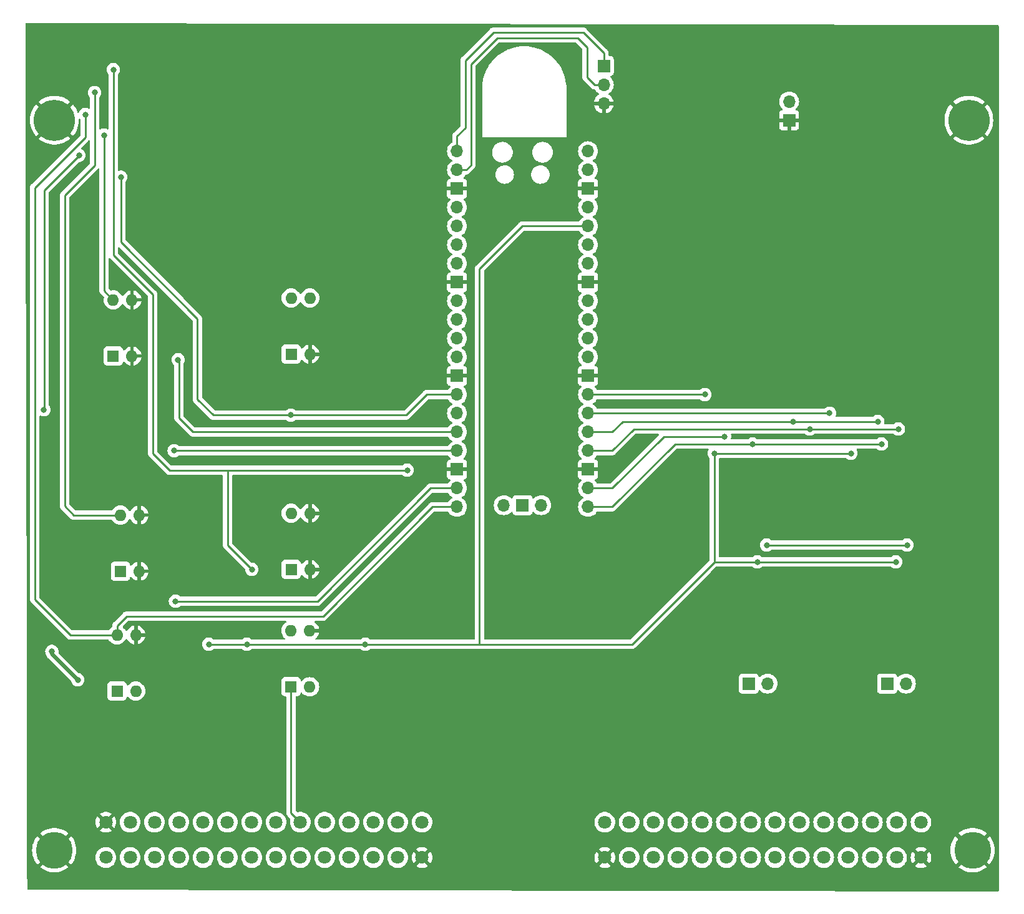
<source format=gbl>
%TF.GenerationSoftware,KiCad,Pcbnew,7.0.1-0*%
%TF.CreationDate,2023-08-06T23:45:38+01:00*%
%TF.ProjectId,chademo-charge-controller,63686164-656d-46f2-9d63-68617267652d,rev?*%
%TF.SameCoordinates,Original*%
%TF.FileFunction,Copper,L2,Bot*%
%TF.FilePolarity,Positive*%
%FSLAX46Y46*%
G04 Gerber Fmt 4.6, Leading zero omitted, Abs format (unit mm)*
G04 Created by KiCad (PCBNEW 7.0.1-0) date 2023-08-06 23:45:38*
%MOMM*%
%LPD*%
G01*
G04 APERTURE LIST*
%TA.AperFunction,ComponentPad*%
%ADD10R,1.600000X1.600000*%
%TD*%
%TA.AperFunction,ComponentPad*%
%ADD11O,1.600000X1.600000*%
%TD*%
%TA.AperFunction,ComponentPad*%
%ADD12C,1.800000*%
%TD*%
%TA.AperFunction,ComponentPad*%
%ADD13C,5.000000*%
%TD*%
%TA.AperFunction,ComponentPad*%
%ADD14R,1.700000X1.700000*%
%TD*%
%TA.AperFunction,ComponentPad*%
%ADD15O,1.700000X1.700000*%
%TD*%
%TA.AperFunction,ComponentPad*%
%ADD16C,5.600000*%
%TD*%
%TA.AperFunction,ViaPad*%
%ADD17C,0.800000*%
%TD*%
%TA.AperFunction,Conductor*%
%ADD18C,0.500000*%
%TD*%
%TA.AperFunction,Conductor*%
%ADD19C,0.250000*%
%TD*%
G04 APERTURE END LIST*
D10*
%TO.P,U7,1*%
%TO.N,Net-(R22-Pad2)*%
X137922000Y-70866000D03*
D11*
%TO.P,U7,2*%
%TO.N,GND*%
X140462000Y-70866000D03*
%TO.P,U7,3*%
%TO.N,CHARGE_ENABLE*%
X140462000Y-63246000D03*
%TO.P,U7,4*%
%TO.N,12V*%
X137922000Y-63246000D03*
%TD*%
D10*
%TO.P,U6,1*%
%TO.N,Net-(C7-Pad1)*%
X137922000Y-100076000D03*
D11*
%TO.P,U6,2*%
%TO.N,GND*%
X140462000Y-100076000D03*
%TO.P,U6,3*%
X140462000Y-92456000D03*
%TO.P,U6,4*%
%TO.N,CHARGE_INHIBIT_MCU*%
X137922000Y-92456000D03*
%TD*%
D12*
%TO.P,J2,1,Pin_1*%
%TO.N,GND*%
X112778000Y-134376000D03*
%TO.P,J2,2,Pin_2*%
%TO.N,CP3*%
X116078000Y-134376000D03*
%TO.P,J2,3,Pin_3*%
%TO.N,CONTACTOR_NEG*%
X119378000Y-134376000D03*
%TO.P,J2,4,Pin_4*%
%TO.N,CONCTACTOR_POS*%
X122678000Y-134376000D03*
%TO.P,J2,5,Pin_5*%
%TO.N,CP2*%
X125978000Y-134376000D03*
%TO.P,J2,6,Pin_6*%
%TO.N,unconnected-(J2-Pin_6-Pad6)*%
X129278000Y-134376000D03*
%TO.P,J2,7,Pin_7*%
%TO.N,CHARGE_INHIBIT*%
X132578000Y-134376000D03*
%TO.P,J2,8,Pin_8*%
%TO.N,MANUAL_WAKE_SWITCH_A*%
X135878000Y-134376000D03*
%TO.P,J2,9,Pin_9*%
%TO.N,12V*%
X139178000Y-134376000D03*
%TO.P,J2,10,Pin_10*%
%TO.N,unconnected-(J2-Pin_10-Pad10)*%
X142478000Y-134376000D03*
%TO.P,J2,11,Pin_11*%
%TO.N,unconnected-(J2-Pin_11-Pad11)*%
X145778000Y-134376000D03*
%TO.P,J2,12,Pin_12*%
%TO.N,CHARGE_ENABLE*%
X149078000Y-134376000D03*
%TO.P,J2,13,Pin_13*%
%TO.N,unconnected-(J2-Pin_13-Pad13)*%
X152378000Y-134376000D03*
%TO.P,J2,14,Pin_14*%
%TO.N,unconnected-(J2-Pin_14-Pad14)*%
X155678000Y-134376000D03*
%TO.P,J2,15,Pin_15*%
%TO.N,12V_IN*%
X180478000Y-134376000D03*
%TO.P,J2,16,Pin_16*%
%TO.N,unconnected-(J2-Pin_16-Pad16)*%
X183778000Y-134376000D03*
%TO.P,J2,17,Pin_17*%
%TO.N,unconnected-(J2-Pin_17-Pad17)*%
X187078000Y-134376000D03*
%TO.P,J2,18,Pin_18*%
%TO.N,unconnected-(J2-Pin_18-Pad18)*%
X190378000Y-134376000D03*
%TO.P,J2,19,Pin_19*%
%TO.N,unconnected-(J2-Pin_19-Pad19)*%
X193678000Y-134376000D03*
%TO.P,J2,20,Pin_20*%
%TO.N,MAIN_CAN_L*%
X196978000Y-134376000D03*
%TO.P,J2,21,Pin_21*%
%TO.N,MAIN_CAN_H*%
X200278000Y-134376000D03*
%TO.P,J2,22,Pin_22*%
%TO.N,CHADEMO_CAN_L*%
X203578000Y-134376000D03*
%TO.P,J2,23,Pin_23*%
%TO.N,CHADEMO_CAN_H*%
X206878000Y-134376000D03*
%TO.P,J2,24,Pin_24*%
%TO.N,unconnected-(J2-Pin_24-Pad24)*%
X210178000Y-134376000D03*
%TO.P,J2,25,Pin_25*%
%TO.N,unconnected-(J2-Pin_25-Pad25)*%
X213478000Y-134376000D03*
%TO.P,J2,26,Pin_26*%
%TO.N,unconnected-(J2-Pin_26-Pad26)*%
X216778000Y-134376000D03*
%TO.P,J2,27,Pin_27*%
%TO.N,unconnected-(J2-Pin_27-Pad27)*%
X220078000Y-134376000D03*
%TO.P,J2,28,Pin_28*%
%TO.N,unconnected-(J2-Pin_28-Pad28)*%
X223378000Y-134376000D03*
%TO.P,J2,29,Pin_29*%
%TO.N,unconnected-(J2-Pin_29-Pad29)*%
X112778000Y-139176000D03*
%TO.P,J2,30,Pin_30*%
%TO.N,unconnected-(J2-Pin_30-Pad30)*%
X116078000Y-139176000D03*
%TO.P,J2,31,Pin_31*%
%TO.N,unconnected-(J2-Pin_31-Pad31)*%
X119378000Y-139176000D03*
%TO.P,J2,32,Pin_32*%
%TO.N,CONCTACTOR_POS*%
X122678000Y-139176000D03*
%TO.P,J2,33,Pin_33*%
%TO.N,12V*%
X125978000Y-139176000D03*
%TO.P,J2,34,Pin_34*%
%TO.N,unconnected-(J2-Pin_34-Pad34)*%
X129278000Y-139176000D03*
%TO.P,J2,35,Pin_35*%
%TO.N,unconnected-(J2-Pin_35-Pad35)*%
X132578000Y-139176000D03*
%TO.P,J2,36,Pin_36*%
%TO.N,PROX*%
X135878000Y-139176000D03*
%TO.P,J2,37,Pin_37*%
%TO.N,unconnected-(J2-Pin_37-Pad37)*%
X139178000Y-139176000D03*
%TO.P,J2,38,Pin_38*%
%TO.N,unconnected-(J2-Pin_38-Pad38)*%
X142478000Y-139176000D03*
%TO.P,J2,39,Pin_39*%
%TO.N,unconnected-(J2-Pin_39-Pad39)*%
X145778000Y-139176000D03*
%TO.P,J2,40,Pin_40*%
%TO.N,unconnected-(J2-Pin_40-Pad40)*%
X149078000Y-139176000D03*
%TO.P,J2,41,Pin_41*%
%TO.N,unconnected-(J2-Pin_41-Pad41)*%
X152378000Y-139176000D03*
%TO.P,J2,42,Pin_42*%
%TO.N,GND*%
X155678000Y-139176000D03*
%TO.P,J2,43,Pin_43*%
X180478000Y-139176000D03*
%TO.P,J2,44,Pin_44*%
%TO.N,unconnected-(J2-Pin_44-Pad44)*%
X183778000Y-139176000D03*
%TO.P,J2,45,Pin_45*%
%TO.N,unconnected-(J2-Pin_45-Pad45)*%
X187078000Y-139176000D03*
%TO.P,J2,46,Pin_46*%
%TO.N,unconnected-(J2-Pin_46-Pad46)*%
X190378000Y-139176000D03*
%TO.P,J2,47,Pin_47*%
%TO.N,unconnected-(J2-Pin_47-Pad47)*%
X193678000Y-139176000D03*
%TO.P,J2,48,Pin_48*%
%TO.N,unconnected-(J2-Pin_48-Pad48)*%
X196978000Y-139176000D03*
%TO.P,J2,49,Pin_49*%
%TO.N,unconnected-(J2-Pin_49-Pad49)*%
X200278000Y-139176000D03*
%TO.P,J2,50,Pin_50*%
%TO.N,unconnected-(J2-Pin_50-Pad50)*%
X203578000Y-139176000D03*
%TO.P,J2,51,Pin_51*%
%TO.N,unconnected-(J2-Pin_51-Pad51)*%
X206878000Y-139176000D03*
%TO.P,J2,52,Pin_52*%
%TO.N,unconnected-(J2-Pin_52-Pad52)*%
X210178000Y-139176000D03*
%TO.P,J2,53,Pin_53*%
%TO.N,unconnected-(J2-Pin_53-Pad53)*%
X213478000Y-139176000D03*
%TO.P,J2,54,Pin_54*%
%TO.N,unconnected-(J2-Pin_54-Pad54)*%
X216778000Y-139176000D03*
%TO.P,J2,55,Pin_55*%
%TO.N,unconnected-(J2-Pin_55-Pad55)*%
X220078000Y-139176000D03*
%TO.P,J2,56,Pin_56*%
%TO.N,GND*%
X223378000Y-139176000D03*
D13*
%TO.P,J2,57,Pin_57*%
X105778000Y-138176000D03*
X230378000Y-138176000D03*
%TD*%
D10*
%TO.P,U2,1*%
%TO.N,Net-(C5-Pad1)*%
X114751250Y-100320000D03*
D11*
%TO.P,U2,2*%
%TO.N,GND*%
X117291250Y-100320000D03*
%TO.P,U2,3*%
X117291250Y-92700000D03*
%TO.P,U2,4*%
%TO.N,IN1*%
X114751250Y-92700000D03*
%TD*%
D14*
%TO.P,J1,1,1*%
%TO.N,UART_TX*%
X180340000Y-31750000D03*
D15*
%TO.P,J1,2,2*%
%TO.N,UART_RX*%
X180340000Y-34290000D03*
%TO.P,J1,3,3*%
%TO.N,GND*%
X180340000Y-36830000D03*
%TD*%
D14*
%TO.P,J3,1,Pin_1*%
%TO.N,MAIN_CAN_L*%
X200020000Y-115570000D03*
D15*
%TO.P,J3,2,Pin_2*%
%TO.N,MAIN_CAN_H*%
X202560000Y-115570000D03*
%TD*%
D16*
%TO.P,H1,1,1*%
%TO.N,GND*%
X105796570Y-39114133D03*
%TD*%
D10*
%TO.P,U5,1*%
%TO.N,12V*%
X137897642Y-115998393D03*
D11*
%TO.P,U5,2*%
%TO.N,Net-(R14-Pad1)*%
X140437642Y-115998393D03*
%TO.P,U5,3*%
%TO.N,GND*%
X140437642Y-108378393D03*
%TO.P,U5,4*%
%TO.N,MANUAL_WAKE_SWITCH_A*%
X137897642Y-108378393D03*
%TD*%
D16*
%TO.P,H2,1,1*%
%TO.N,GND*%
X229870000Y-39114133D03*
%TD*%
D15*
%TO.P,U1,1,GPIO0*%
%TO.N,UART_TX*%
X160426400Y-43332400D03*
%TO.P,U1,2,GPIO1*%
%TO.N,UART_RX*%
X160426400Y-45872400D03*
D14*
%TO.P,U1,3,GND*%
%TO.N,GND*%
X160426400Y-48412400D03*
D15*
%TO.P,U1,4,GPIO2*%
%TO.N,unconnected-(U1-GPIO2-Pad4)*%
X160426400Y-50952400D03*
%TO.P,U1,5,GPIO3*%
%TO.N,unconnected-(U1-GPIO3-Pad5)*%
X160426400Y-53492400D03*
%TO.P,U1,6,GPIO4*%
%TO.N,unconnected-(U1-GPIO4-Pad6)*%
X160426400Y-56032400D03*
%TO.P,U1,7,GPIO5*%
%TO.N,unconnected-(U1-GPIO5-Pad7)*%
X160426400Y-58572400D03*
D14*
%TO.P,U1,8,GND*%
%TO.N,GND*%
X160426400Y-61112400D03*
D15*
%TO.P,U1,9,GPIO6*%
%TO.N,unconnected-(U1-GPIO6-Pad9)*%
X160426400Y-63652400D03*
%TO.P,U1,10,GPIO7*%
%TO.N,unconnected-(U1-GPIO7-Pad10)*%
X160426400Y-66192400D03*
%TO.P,U1,11,GPIO8*%
%TO.N,unconnected-(U1-GPIO8-Pad11)*%
X160426400Y-68732400D03*
%TO.P,U1,12,GPIO9*%
%TO.N,CHARGE_ENABLE_MCU*%
X160426400Y-71272400D03*
D14*
%TO.P,U1,13,GND*%
%TO.N,GND*%
X160426400Y-73812400D03*
D15*
%TO.P,U1,14,GPIO10*%
%TO.N,CHARGE_INHIBIT_MCU*%
X160426400Y-76352400D03*
%TO.P,U1,15,GPIO11*%
%TO.N,MANUAL_WAKE_SWITCH_A*%
X160426400Y-78892400D03*
%TO.P,U1,16,GPIO12*%
%TO.N,OUT_1_CHARGE_ENABLE*%
X160426400Y-81432400D03*
%TO.P,U1,17,GPIO13*%
%TO.N,OUT_2_CONTACTOR_ENABLE*%
X160426400Y-83972400D03*
D14*
%TO.P,U1,18,GND*%
%TO.N,GND*%
X160426400Y-86512400D03*
D15*
%TO.P,U1,19,GPIO14*%
%TO.N,IN1*%
X160426400Y-89052400D03*
%TO.P,U1,20,GPIO15*%
%TO.N,IN2*%
X160426400Y-91592400D03*
%TO.P,U1,21,GPIO16*%
%TO.N,SPI0_MISO*%
X178206400Y-91592400D03*
%TO.P,U1,22,GPIO17*%
%TO.N,MAIN_CAN_CS*%
X178206400Y-89052400D03*
D14*
%TO.P,U1,23,GND*%
%TO.N,GND*%
X178206400Y-86512400D03*
D15*
%TO.P,U1,24,GPIO18*%
%TO.N,SPI0_CLK*%
X178206400Y-83972400D03*
%TO.P,U1,25,GPIO19*%
%TO.N,SPI0_MOSI*%
X178206400Y-81432400D03*
%TO.P,U1,26,GPIO20*%
%TO.N,CHADEMO_CS*%
X178206400Y-78892400D03*
%TO.P,U1,27,GPIO21*%
%TO.N,8MHz*%
X178206400Y-76352400D03*
D14*
%TO.P,U1,28,GND*%
%TO.N,GND*%
X178206400Y-73812400D03*
D15*
%TO.P,U1,29,GPIO22*%
%TO.N,unconnected-(U1-GPIO22-Pad29)*%
X178206400Y-71272400D03*
%TO.P,U1,30,RUN*%
%TO.N,unconnected-(U1-RUN-Pad30)*%
X178206400Y-68732400D03*
%TO.P,U1,31,GPIO26_ADC0*%
%TO.N,unconnected-(U1-GPIO26_ADC0-Pad31)*%
X178206400Y-66192400D03*
%TO.P,U1,32,GPIO27_ADC1*%
%TO.N,unconnected-(U1-GPIO27_ADC1-Pad32)*%
X178206400Y-63652400D03*
D14*
%TO.P,U1,33,AGND*%
%TO.N,GND*%
X178206400Y-61112400D03*
D15*
%TO.P,U1,34,GPIO28_ADC2*%
%TO.N,unconnected-(U1-GPIO28_ADC2-Pad34)*%
X178206400Y-58572400D03*
%TO.P,U1,35,ADC_VREF*%
%TO.N,unconnected-(U1-ADC_VREF-Pad35)*%
X178206400Y-56032400D03*
%TO.P,U1,36,3V3*%
%TO.N,3V*%
X178206400Y-53492400D03*
%TO.P,U1,37,3V3_EN*%
%TO.N,unconnected-(U1-3V3_EN-Pad37)*%
X178206400Y-50952400D03*
D14*
%TO.P,U1,38,GND*%
%TO.N,GND*%
X178206400Y-48412400D03*
D15*
%TO.P,U1,39,VSYS*%
%TO.N,5V*%
X178206400Y-45872400D03*
%TO.P,U1,40,VBUS*%
%TO.N,unconnected-(U1-VBUS-Pad40)*%
X178206400Y-43332400D03*
%TO.P,U1,41,SWCLK*%
%TO.N,unconnected-(U1-SWCLK-Pad41)*%
X166776400Y-91362400D03*
D14*
%TO.P,U1,42,GND*%
%TO.N,unconnected-(U1-GND-Pad42)*%
X169316400Y-91362400D03*
D15*
%TO.P,U1,43,SWDIO*%
%TO.N,unconnected-(U1-SWDIO-Pad43)*%
X171856400Y-91362400D03*
%TD*%
D10*
%TO.P,U4,1*%
%TO.N,Net-(R7-Pad2)*%
X113787000Y-71110000D03*
D11*
%TO.P,U4,2*%
%TO.N,GND*%
X116327000Y-71110000D03*
%TO.P,U4,3*%
X116327000Y-63490000D03*
%TO.P,U4,4*%
%TO.N,Net-(D4-K)*%
X113787000Y-63490000D03*
%TD*%
D10*
%TO.P,U3,1*%
%TO.N,Net-(C6-Pad1)*%
X114300000Y-116586000D03*
D11*
%TO.P,U3,2*%
%TO.N,CP2*%
X116840000Y-116586000D03*
%TO.P,U3,3*%
%TO.N,GND*%
X116840000Y-108966000D03*
%TO.P,U3,4*%
%TO.N,IN2*%
X114300000Y-108966000D03*
%TD*%
D14*
%TO.P,J7,1,Pin_1*%
%TO.N,GND*%
X205486000Y-39116000D03*
D15*
%TO.P,J7,2,Pin_2*%
%TO.N,5V*%
X205486000Y-36576000D03*
%TD*%
D14*
%TO.P,J8,1,Pin_1*%
%TO.N,CHADEMO_CAN_L*%
X218793398Y-115570000D03*
D15*
%TO.P,J8,2,Pin_2*%
%TO.N,CHADEMO_CAN_H*%
X221333398Y-115570000D03*
%TD*%
D17*
%TO.N,CP2*%
X105460800Y-111201200D03*
X108966000Y-115062000D03*
%TO.N,GND*%
X218287600Y-55829200D03*
X213004400Y-43027600D03*
X112064800Y-116535200D03*
X119888000Y-116586000D03*
X219964000Y-112268000D03*
X219964000Y-109728000D03*
X201168000Y-112268000D03*
X201168000Y-109474000D03*
%TO.N,3V*%
X147980600Y-110236000D03*
%TO.N,MANUAL_WAKE_SWITCH_A*%
X132588000Y-100076000D03*
X153670000Y-86614000D03*
%TO.N,3V*%
X131910142Y-110236000D03*
%TO.N,CHARGE_INHIBIT_MCU*%
X137871200Y-79146400D03*
X114808000Y-46851865D03*
%TO.N,OUT_2_CONTACTOR_ENABLE*%
X122047000Y-83972400D03*
%TO.N,OUT_1_CHARGE_ENABLE*%
X122578500Y-71628000D03*
%TO.N,IN1*%
X122225750Y-104394000D03*
%TO.N,3V*%
X219964000Y-99060000D03*
X126746000Y-110236000D03*
X201168000Y-99060000D03*
X195326000Y-84328000D03*
X213868000Y-84328000D03*
%TO.N,8MHz*%
X194056000Y-76352400D03*
X221488000Y-96774000D03*
X202438000Y-96774000D03*
%TO.N,SPI0_CLK*%
X220322398Y-81026000D03*
X208280000Y-81026000D03*
%TO.N,SPI0_MOSI*%
X217528398Y-80010000D03*
X205994000Y-80010000D03*
%TO.N,SPI0_MISO*%
X218036398Y-83058000D03*
X200533000Y-83058000D03*
%TO.N,MAIN_CAN_CS*%
X196723000Y-82042000D03*
%TO.N,CHADEMO_CS*%
X210972400Y-78892400D03*
%TO.N,IN1*%
X111252000Y-35373789D03*
%TO.N,IN2*%
X109982000Y-38354000D03*
%TO.N,CONTACTOR_NEG*%
X109143800Y-43891200D03*
X104368600Y-78409800D03*
%TO.N,Net-(D4-K)*%
X112522000Y-41142849D03*
%TO.N,MANUAL_WAKE_SWITCH_A*%
X113792000Y-32258000D03*
%TD*%
D18*
%TO.N,CP2*%
X105460800Y-111201200D02*
X105460800Y-111556800D01*
X105460800Y-111556800D02*
X108966000Y-115062000D01*
D19*
%TO.N,CONTACTOR_NEG*%
X104368600Y-78409800D02*
X104394000Y-78384400D01*
X104394000Y-78384400D02*
X104394000Y-48641000D01*
X104394000Y-48641000D02*
X109143800Y-43891200D01*
%TO.N,CHARGE_INHIBIT_MCU*%
X137871200Y-79146400D02*
X127355600Y-79146400D01*
X127355600Y-79146400D02*
X125196600Y-76987400D01*
X125196600Y-76987400D02*
X125196600Y-66040000D01*
X125196600Y-66040000D02*
X114808000Y-55651400D01*
X114808000Y-55651400D02*
X114808000Y-46851865D01*
X137871200Y-79146400D02*
X153517600Y-79146400D01*
X156311600Y-76352400D02*
X160426400Y-76352400D01*
X153517600Y-79146400D02*
X156311600Y-76352400D01*
%TO.N,OUT_2_CONTACTOR_ENABLE*%
X122047000Y-83972400D02*
X160426400Y-83972400D01*
%TO.N,IN1*%
X111252000Y-35373789D02*
X111252000Y-45237400D01*
X111252000Y-45237400D02*
X107188000Y-49301400D01*
X107188000Y-49301400D02*
X107188000Y-91486750D01*
X107188000Y-91486750D02*
X108401250Y-92700000D01*
X108401250Y-92700000D02*
X114751250Y-92700000D01*
%TO.N,MANUAL_WAKE_SWITCH_A*%
X113792000Y-32258000D02*
X113792000Y-57404000D01*
X121412000Y-86614000D02*
X129286000Y-86614000D01*
X113792000Y-57404000D02*
X119126000Y-62738000D01*
X119126000Y-62738000D02*
X119126000Y-84328000D01*
X119126000Y-84328000D02*
X121412000Y-86614000D01*
%TO.N,8MHz*%
X221488000Y-96774000D02*
X202438000Y-96774000D01*
%TO.N,3V*%
X178206400Y-53492400D02*
X169265600Y-53492400D01*
X163474400Y-110083600D02*
X163322000Y-110236000D01*
X169265600Y-53492400D02*
X163474400Y-59283600D01*
X163474400Y-59283600D02*
X163474400Y-110083600D01*
X201168000Y-99060000D02*
X195326000Y-99060000D01*
X195326000Y-84328000D02*
X195326000Y-99060000D01*
X195326000Y-99060000D02*
X194310000Y-100076000D01*
X194310000Y-100076000D02*
X184150000Y-110236000D01*
X184150000Y-110236000D02*
X163322000Y-110236000D01*
X195326000Y-84328000D02*
X213868000Y-84328000D01*
%TO.N,8MHz*%
X194056000Y-76352400D02*
X178206400Y-76352400D01*
%TO.N,CHADEMO_CS*%
X210972400Y-78892400D02*
X178206400Y-78892400D01*
%TO.N,SPI0_MOSI*%
X205994000Y-80010000D02*
X217528398Y-80010000D01*
X205994000Y-80010000D02*
X182880000Y-80010000D01*
X182880000Y-80010000D02*
X181457600Y-81432400D01*
X181457600Y-81432400D02*
X178206400Y-81432400D01*
%TO.N,OUT_1_CHARGE_ENABLE*%
X122578500Y-71628000D02*
X122682000Y-71731500D01*
X122682000Y-71731500D02*
X122682000Y-79502000D01*
X122682000Y-79502000D02*
X124612400Y-81432400D01*
X124612400Y-81432400D02*
X160426400Y-81432400D01*
%TO.N,3V*%
X219964000Y-99060000D02*
X201168000Y-99060000D01*
%TO.N,SPI0_CLK*%
X178206400Y-83972400D02*
X181483000Y-83972400D01*
X184429400Y-81026000D02*
X220322398Y-81026000D01*
X181483000Y-83972400D02*
X184429400Y-81026000D01*
%TO.N,SPI0_MISO*%
X200533000Y-83058000D02*
X218036398Y-83058000D01*
%TO.N,3V*%
X126746000Y-110236000D02*
X131910142Y-110236000D01*
X131910142Y-110236000D02*
X163322000Y-110236000D01*
%TO.N,UART_RX*%
X160426400Y-45872400D02*
X161645600Y-45872400D01*
X161645600Y-45872400D02*
X162306000Y-45212000D01*
X162306000Y-45212000D02*
X162306000Y-31496000D01*
X162306000Y-31496000D02*
X165862000Y-27940000D01*
X165862000Y-27940000D02*
X176784000Y-27940000D01*
X176784000Y-27940000D02*
X178054000Y-29210000D01*
X179070000Y-34290000D02*
X180340000Y-34290000D01*
X178054000Y-29210000D02*
X178054000Y-33274000D01*
X178054000Y-33274000D02*
X179070000Y-34290000D01*
%TO.N,UART_TX*%
X160426400Y-43332400D02*
X160426400Y-41249600D01*
X161544000Y-30988000D02*
X165354000Y-27178000D01*
X160426400Y-41249600D02*
X161544000Y-40132000D01*
X161544000Y-40132000D02*
X161544000Y-30988000D01*
X165354000Y-27178000D02*
X177546000Y-27178000D01*
X177546000Y-27178000D02*
X180340000Y-29972000D01*
X180340000Y-29972000D02*
X180340000Y-31750000D01*
%TO.N,Net-(D4-K)*%
X112522000Y-41142849D02*
X112522000Y-62225000D01*
X112522000Y-62225000D02*
X113787000Y-63490000D01*
%TO.N,12V*%
X137897642Y-115998393D02*
X137897642Y-133095642D01*
X137897642Y-133095642D02*
X139178000Y-134376000D01*
%TO.N,MANUAL_WAKE_SWITCH_A*%
X129286000Y-86614000D02*
X153670000Y-86614000D01*
X132588000Y-100076000D02*
X129286000Y-96774000D01*
X129286000Y-96774000D02*
X129286000Y-86614000D01*
%TO.N,IN2*%
X109982000Y-38354000D02*
X109982000Y-41402000D01*
X109982000Y-41402000D02*
X103124000Y-48260000D01*
X103124000Y-48260000D02*
X103124000Y-104140000D01*
X103124000Y-104140000D02*
X107950000Y-108966000D01*
X107950000Y-108966000D02*
X114300000Y-108966000D01*
%TO.N,IN1*%
X160426400Y-89052400D02*
X156819600Y-89052400D01*
X156819600Y-89052400D02*
X141478000Y-104394000D01*
X141478000Y-104394000D02*
X122225750Y-104394000D01*
%TO.N,IN2*%
X160426400Y-91592400D02*
X157073600Y-91592400D01*
X157073600Y-91592400D02*
X142240000Y-106426000D01*
X142240000Y-106426000D02*
X115570000Y-106426000D01*
X115570000Y-106426000D02*
X114300000Y-107696000D01*
X114300000Y-107696000D02*
X114300000Y-108966000D01*
%TO.N,SPI0_MISO*%
X178206400Y-91592400D02*
X181457600Y-91592400D01*
X181457600Y-91592400D02*
X189992000Y-83058000D01*
X189992000Y-83058000D02*
X200533000Y-83058000D01*
%TO.N,MAIN_CAN_CS*%
X196723000Y-82042000D02*
X188468000Y-82042000D01*
X188468000Y-82042000D02*
X181457600Y-89052400D01*
X181102000Y-89052400D02*
X181457600Y-89052400D01*
X178206400Y-89052400D02*
X181102000Y-89052400D01*
%TD*%
%TA.AperFunction,Conductor*%
%TO.N,GND*%
G36*
X233760660Y-26161666D02*
G01*
X233807978Y-26171150D01*
X233848096Y-26197984D01*
X233891517Y-26241405D01*
X233895714Y-26245813D01*
X233901878Y-26252614D01*
X233925691Y-26291260D01*
X233934000Y-26335887D01*
X233934000Y-143639760D01*
X233917347Y-143701829D01*
X233871862Y-143747227D01*
X233809761Y-143763760D01*
X102231494Y-143510237D01*
X102169672Y-143493589D01*
X102124395Y-143448323D01*
X102107733Y-143386505D01*
X102102100Y-140778482D01*
X102101427Y-140466733D01*
X103840818Y-140466733D01*
X103983489Y-140586448D01*
X104275464Y-140778482D01*
X104587744Y-140935316D01*
X104916128Y-141054837D01*
X105256171Y-141135429D01*
X105603274Y-141176000D01*
X105952726Y-141176000D01*
X106299828Y-141135429D01*
X106639871Y-141054837D01*
X106968255Y-140935316D01*
X107280535Y-140778482D01*
X107572515Y-140586445D01*
X107715180Y-140466734D01*
X107715181Y-140466733D01*
X105778000Y-138529553D01*
X103840818Y-140466733D01*
X102101427Y-140466733D01*
X102096479Y-138175999D01*
X102772915Y-138175999D01*
X102793235Y-138524869D01*
X102853916Y-138869014D01*
X102954146Y-139203799D01*
X103092560Y-139524681D01*
X103267288Y-139827320D01*
X103475971Y-140107630D01*
X103484147Y-140116297D01*
X103484149Y-140116298D01*
X105424447Y-138176001D01*
X106131553Y-138176001D01*
X108071850Y-140116298D01*
X108071851Y-140116298D01*
X108080026Y-140107632D01*
X108288711Y-139827320D01*
X108463439Y-139524681D01*
X108601853Y-139203799D01*
X108610176Y-139175999D01*
X111372699Y-139175999D01*
X111391865Y-139407299D01*
X111391865Y-139407301D01*
X111391866Y-139407305D01*
X111448843Y-139632300D01*
X111542076Y-139844849D01*
X111669021Y-140039153D01*
X111826216Y-140209913D01*
X112009374Y-140352470D01*
X112213497Y-140462936D01*
X112323257Y-140500616D01*
X112433015Y-140538297D01*
X112433017Y-140538297D01*
X112433019Y-140538298D01*
X112661951Y-140576500D01*
X112894048Y-140576500D01*
X112894049Y-140576500D01*
X113122981Y-140538298D01*
X113342503Y-140462936D01*
X113546626Y-140352470D01*
X113729784Y-140209913D01*
X113886979Y-140039153D01*
X114013924Y-139844849D01*
X114107157Y-139632300D01*
X114164134Y-139407305D01*
X114183300Y-139176000D01*
X114183300Y-139175999D01*
X114672699Y-139175999D01*
X114691865Y-139407299D01*
X114691865Y-139407301D01*
X114691866Y-139407305D01*
X114748843Y-139632300D01*
X114842076Y-139844849D01*
X114969021Y-140039153D01*
X115126216Y-140209913D01*
X115309374Y-140352470D01*
X115513497Y-140462936D01*
X115623257Y-140500616D01*
X115733015Y-140538297D01*
X115733017Y-140538297D01*
X115733019Y-140538298D01*
X115961951Y-140576500D01*
X116194048Y-140576500D01*
X116194049Y-140576500D01*
X116422981Y-140538298D01*
X116642503Y-140462936D01*
X116846626Y-140352470D01*
X117029784Y-140209913D01*
X117186979Y-140039153D01*
X117313924Y-139844849D01*
X117407157Y-139632300D01*
X117464134Y-139407305D01*
X117483300Y-139176000D01*
X117483300Y-139175999D01*
X117972699Y-139175999D01*
X117991865Y-139407299D01*
X117991865Y-139407301D01*
X117991866Y-139407305D01*
X118048843Y-139632300D01*
X118142076Y-139844849D01*
X118269021Y-140039153D01*
X118426216Y-140209913D01*
X118609374Y-140352470D01*
X118813497Y-140462936D01*
X118923257Y-140500616D01*
X119033015Y-140538297D01*
X119033017Y-140538297D01*
X119033019Y-140538298D01*
X119261951Y-140576500D01*
X119494048Y-140576500D01*
X119494049Y-140576500D01*
X119722981Y-140538298D01*
X119942503Y-140462936D01*
X120146626Y-140352470D01*
X120329784Y-140209913D01*
X120486979Y-140039153D01*
X120613924Y-139844849D01*
X120707157Y-139632300D01*
X120764134Y-139407305D01*
X120783300Y-139176000D01*
X120783300Y-139175999D01*
X121272699Y-139175999D01*
X121291865Y-139407299D01*
X121291865Y-139407301D01*
X121291866Y-139407305D01*
X121348843Y-139632300D01*
X121442076Y-139844849D01*
X121569021Y-140039153D01*
X121726216Y-140209913D01*
X121909374Y-140352470D01*
X122113497Y-140462936D01*
X122223257Y-140500616D01*
X122333015Y-140538297D01*
X122333017Y-140538297D01*
X122333019Y-140538298D01*
X122561951Y-140576500D01*
X122794048Y-140576500D01*
X122794049Y-140576500D01*
X123022981Y-140538298D01*
X123242503Y-140462936D01*
X123446626Y-140352470D01*
X123629784Y-140209913D01*
X123786979Y-140039153D01*
X123913924Y-139844849D01*
X124007157Y-139632300D01*
X124064134Y-139407305D01*
X124083300Y-139176000D01*
X124083300Y-139175999D01*
X124572699Y-139175999D01*
X124591865Y-139407299D01*
X124591865Y-139407301D01*
X124591866Y-139407305D01*
X124648843Y-139632300D01*
X124742076Y-139844849D01*
X124869021Y-140039153D01*
X125026216Y-140209913D01*
X125209374Y-140352470D01*
X125413497Y-140462936D01*
X125523257Y-140500616D01*
X125633015Y-140538297D01*
X125633017Y-140538297D01*
X125633019Y-140538298D01*
X125861951Y-140576500D01*
X126094048Y-140576500D01*
X126094049Y-140576500D01*
X126322981Y-140538298D01*
X126542503Y-140462936D01*
X126746626Y-140352470D01*
X126929784Y-140209913D01*
X127086979Y-140039153D01*
X127213924Y-139844849D01*
X127307157Y-139632300D01*
X127364134Y-139407305D01*
X127383300Y-139176000D01*
X127383300Y-139175999D01*
X127872699Y-139175999D01*
X127891865Y-139407299D01*
X127891865Y-139407301D01*
X127891866Y-139407305D01*
X127948843Y-139632300D01*
X128042076Y-139844849D01*
X128169021Y-140039153D01*
X128326216Y-140209913D01*
X128509374Y-140352470D01*
X128713497Y-140462936D01*
X128823257Y-140500616D01*
X128933015Y-140538297D01*
X128933017Y-140538297D01*
X128933019Y-140538298D01*
X129161951Y-140576500D01*
X129394048Y-140576500D01*
X129394049Y-140576500D01*
X129622981Y-140538298D01*
X129842503Y-140462936D01*
X130046626Y-140352470D01*
X130229784Y-140209913D01*
X130386979Y-140039153D01*
X130513924Y-139844849D01*
X130607157Y-139632300D01*
X130664134Y-139407305D01*
X130683300Y-139176000D01*
X130683300Y-139175999D01*
X131172699Y-139175999D01*
X131191865Y-139407299D01*
X131191865Y-139407301D01*
X131191866Y-139407305D01*
X131248843Y-139632300D01*
X131342076Y-139844849D01*
X131469021Y-140039153D01*
X131626216Y-140209913D01*
X131809374Y-140352470D01*
X132013497Y-140462936D01*
X132123257Y-140500616D01*
X132233015Y-140538297D01*
X132233017Y-140538297D01*
X132233019Y-140538298D01*
X132461951Y-140576500D01*
X132694048Y-140576500D01*
X132694049Y-140576500D01*
X132922981Y-140538298D01*
X133142503Y-140462936D01*
X133346626Y-140352470D01*
X133529784Y-140209913D01*
X133686979Y-140039153D01*
X133813924Y-139844849D01*
X133907157Y-139632300D01*
X133964134Y-139407305D01*
X133983300Y-139176000D01*
X133983300Y-139175999D01*
X134472699Y-139175999D01*
X134491865Y-139407299D01*
X134491865Y-139407301D01*
X134491866Y-139407305D01*
X134548843Y-139632300D01*
X134642076Y-139844849D01*
X134769021Y-140039153D01*
X134926216Y-140209913D01*
X135109374Y-140352470D01*
X135313497Y-140462936D01*
X135423257Y-140500616D01*
X135533015Y-140538297D01*
X135533017Y-140538297D01*
X135533019Y-140538298D01*
X135761951Y-140576500D01*
X135994048Y-140576500D01*
X135994049Y-140576500D01*
X136222981Y-140538298D01*
X136442503Y-140462936D01*
X136646626Y-140352470D01*
X136829784Y-140209913D01*
X136986979Y-140039153D01*
X137113924Y-139844849D01*
X137207157Y-139632300D01*
X137264134Y-139407305D01*
X137283300Y-139176000D01*
X137283300Y-139175999D01*
X137772699Y-139175999D01*
X137791865Y-139407299D01*
X137791865Y-139407301D01*
X137791866Y-139407305D01*
X137848843Y-139632300D01*
X137942076Y-139844849D01*
X138069021Y-140039153D01*
X138226216Y-140209913D01*
X138409374Y-140352470D01*
X138613497Y-140462936D01*
X138723257Y-140500616D01*
X138833015Y-140538297D01*
X138833017Y-140538297D01*
X138833019Y-140538298D01*
X139061951Y-140576500D01*
X139294048Y-140576500D01*
X139294049Y-140576500D01*
X139522981Y-140538298D01*
X139742503Y-140462936D01*
X139946626Y-140352470D01*
X140129784Y-140209913D01*
X140286979Y-140039153D01*
X140413924Y-139844849D01*
X140507157Y-139632300D01*
X140564134Y-139407305D01*
X140583300Y-139176000D01*
X140583300Y-139175999D01*
X141072699Y-139175999D01*
X141091865Y-139407299D01*
X141091865Y-139407301D01*
X141091866Y-139407305D01*
X141148843Y-139632300D01*
X141242076Y-139844849D01*
X141369021Y-140039153D01*
X141526216Y-140209913D01*
X141709374Y-140352470D01*
X141913497Y-140462936D01*
X142023257Y-140500616D01*
X142133015Y-140538297D01*
X142133017Y-140538297D01*
X142133019Y-140538298D01*
X142361951Y-140576500D01*
X142594048Y-140576500D01*
X142594049Y-140576500D01*
X142822981Y-140538298D01*
X143042503Y-140462936D01*
X143246626Y-140352470D01*
X143429784Y-140209913D01*
X143586979Y-140039153D01*
X143713924Y-139844849D01*
X143807157Y-139632300D01*
X143864134Y-139407305D01*
X143883300Y-139176000D01*
X143883300Y-139175999D01*
X144372699Y-139175999D01*
X144391865Y-139407299D01*
X144391865Y-139407301D01*
X144391866Y-139407305D01*
X144448843Y-139632300D01*
X144542076Y-139844849D01*
X144669021Y-140039153D01*
X144826216Y-140209913D01*
X145009374Y-140352470D01*
X145213497Y-140462936D01*
X145323257Y-140500616D01*
X145433015Y-140538297D01*
X145433017Y-140538297D01*
X145433019Y-140538298D01*
X145661951Y-140576500D01*
X145894048Y-140576500D01*
X145894049Y-140576500D01*
X146122981Y-140538298D01*
X146342503Y-140462936D01*
X146546626Y-140352470D01*
X146729784Y-140209913D01*
X146886979Y-140039153D01*
X147013924Y-139844849D01*
X147107157Y-139632300D01*
X147164134Y-139407305D01*
X147183300Y-139176000D01*
X147183300Y-139175999D01*
X147672699Y-139175999D01*
X147691865Y-139407299D01*
X147691865Y-139407301D01*
X147691866Y-139407305D01*
X147748843Y-139632300D01*
X147842076Y-139844849D01*
X147969021Y-140039153D01*
X148126216Y-140209913D01*
X148309374Y-140352470D01*
X148513497Y-140462936D01*
X148623257Y-140500616D01*
X148733015Y-140538297D01*
X148733017Y-140538297D01*
X148733019Y-140538298D01*
X148961951Y-140576500D01*
X149194048Y-140576500D01*
X149194049Y-140576500D01*
X149422981Y-140538298D01*
X149642503Y-140462936D01*
X149846626Y-140352470D01*
X150029784Y-140209913D01*
X150186979Y-140039153D01*
X150313924Y-139844849D01*
X150407157Y-139632300D01*
X150464134Y-139407305D01*
X150483300Y-139176000D01*
X150483300Y-139175999D01*
X150972699Y-139175999D01*
X150991865Y-139407299D01*
X150991865Y-139407301D01*
X150991866Y-139407305D01*
X151048843Y-139632300D01*
X151142076Y-139844849D01*
X151269021Y-140039153D01*
X151426216Y-140209913D01*
X151609374Y-140352470D01*
X151813497Y-140462936D01*
X151923257Y-140500616D01*
X152033015Y-140538297D01*
X152033017Y-140538297D01*
X152033019Y-140538298D01*
X152261951Y-140576500D01*
X152494048Y-140576500D01*
X152494049Y-140576500D01*
X152722981Y-140538298D01*
X152942503Y-140462936D01*
X153146626Y-140352470D01*
X153177614Y-140328351D01*
X154879199Y-140328351D01*
X154909650Y-140352051D01*
X155113700Y-140462477D01*
X155333140Y-140537811D01*
X155561993Y-140576000D01*
X155794007Y-140576000D01*
X156022859Y-140537811D01*
X156242296Y-140462478D01*
X156446353Y-140352048D01*
X156476798Y-140328351D01*
X179679199Y-140328351D01*
X179709650Y-140352051D01*
X179913700Y-140462477D01*
X180133140Y-140537811D01*
X180361993Y-140576000D01*
X180594007Y-140576000D01*
X180822859Y-140537811D01*
X181042296Y-140462478D01*
X181246353Y-140352048D01*
X181276798Y-140328351D01*
X180478000Y-139529553D01*
X179679199Y-140328351D01*
X156476798Y-140328351D01*
X155678000Y-139529553D01*
X154879199Y-140328351D01*
X153177614Y-140328351D01*
X153329784Y-140209913D01*
X153486979Y-140039153D01*
X153613924Y-139844849D01*
X153707157Y-139632300D01*
X153764134Y-139407305D01*
X153783300Y-139176000D01*
X153783300Y-139175999D01*
X154273201Y-139175999D01*
X154292361Y-139407217D01*
X154349319Y-139632139D01*
X154442516Y-139844609D01*
X154526812Y-139973633D01*
X155324447Y-139176001D01*
X156031553Y-139176001D01*
X156829186Y-139973634D01*
X156913483Y-139844607D01*
X157006680Y-139632138D01*
X157063638Y-139407217D01*
X157082798Y-139175999D01*
X179073201Y-139175999D01*
X179092361Y-139407217D01*
X179149319Y-139632139D01*
X179242516Y-139844609D01*
X179326812Y-139973633D01*
X180124447Y-139176001D01*
X180124447Y-139176000D01*
X180124446Y-139175999D01*
X180831552Y-139175999D01*
X181629186Y-139973634D01*
X181713483Y-139844607D01*
X181806680Y-139632138D01*
X181863638Y-139407217D01*
X181882798Y-139175999D01*
X182372699Y-139175999D01*
X182391865Y-139407299D01*
X182391865Y-139407301D01*
X182391866Y-139407305D01*
X182448843Y-139632300D01*
X182542076Y-139844849D01*
X182669021Y-140039153D01*
X182826216Y-140209913D01*
X183009374Y-140352470D01*
X183213497Y-140462936D01*
X183323257Y-140500616D01*
X183433015Y-140538297D01*
X183433017Y-140538297D01*
X183433019Y-140538298D01*
X183661951Y-140576500D01*
X183894048Y-140576500D01*
X183894049Y-140576500D01*
X184122981Y-140538298D01*
X184342503Y-140462936D01*
X184546626Y-140352470D01*
X184729784Y-140209913D01*
X184886979Y-140039153D01*
X185013924Y-139844849D01*
X185107157Y-139632300D01*
X185164134Y-139407305D01*
X185183300Y-139176000D01*
X185183300Y-139175999D01*
X185672699Y-139175999D01*
X185691865Y-139407299D01*
X185691865Y-139407301D01*
X185691866Y-139407305D01*
X185748843Y-139632300D01*
X185842076Y-139844849D01*
X185969021Y-140039153D01*
X186126216Y-140209913D01*
X186309374Y-140352470D01*
X186513497Y-140462936D01*
X186623257Y-140500616D01*
X186733015Y-140538297D01*
X186733017Y-140538297D01*
X186733019Y-140538298D01*
X186961951Y-140576500D01*
X187194048Y-140576500D01*
X187194049Y-140576500D01*
X187422981Y-140538298D01*
X187642503Y-140462936D01*
X187846626Y-140352470D01*
X188029784Y-140209913D01*
X188186979Y-140039153D01*
X188313924Y-139844849D01*
X188407157Y-139632300D01*
X188464134Y-139407305D01*
X188483300Y-139176000D01*
X188483300Y-139175999D01*
X188972699Y-139175999D01*
X188991865Y-139407299D01*
X188991865Y-139407301D01*
X188991866Y-139407305D01*
X189048843Y-139632300D01*
X189142076Y-139844849D01*
X189269021Y-140039153D01*
X189426216Y-140209913D01*
X189609374Y-140352470D01*
X189813497Y-140462936D01*
X189923257Y-140500616D01*
X190033015Y-140538297D01*
X190033017Y-140538297D01*
X190033019Y-140538298D01*
X190261951Y-140576500D01*
X190494048Y-140576500D01*
X190494049Y-140576500D01*
X190722981Y-140538298D01*
X190942503Y-140462936D01*
X191146626Y-140352470D01*
X191329784Y-140209913D01*
X191486979Y-140039153D01*
X191613924Y-139844849D01*
X191707157Y-139632300D01*
X191764134Y-139407305D01*
X191783300Y-139176000D01*
X191783300Y-139175999D01*
X192272699Y-139175999D01*
X192291865Y-139407299D01*
X192291865Y-139407301D01*
X192291866Y-139407305D01*
X192348843Y-139632300D01*
X192442076Y-139844849D01*
X192569021Y-140039153D01*
X192726216Y-140209913D01*
X192909374Y-140352470D01*
X193113497Y-140462936D01*
X193223257Y-140500616D01*
X193333015Y-140538297D01*
X193333017Y-140538297D01*
X193333019Y-140538298D01*
X193561951Y-140576500D01*
X193794048Y-140576500D01*
X193794049Y-140576500D01*
X194022981Y-140538298D01*
X194242503Y-140462936D01*
X194446626Y-140352470D01*
X194629784Y-140209913D01*
X194786979Y-140039153D01*
X194913924Y-139844849D01*
X195007157Y-139632300D01*
X195064134Y-139407305D01*
X195083300Y-139176000D01*
X195083300Y-139175999D01*
X195572699Y-139175999D01*
X195591865Y-139407299D01*
X195591865Y-139407301D01*
X195591866Y-139407305D01*
X195648843Y-139632300D01*
X195742076Y-139844849D01*
X195869021Y-140039153D01*
X196026216Y-140209913D01*
X196209374Y-140352470D01*
X196413497Y-140462936D01*
X196523257Y-140500616D01*
X196633015Y-140538297D01*
X196633017Y-140538297D01*
X196633019Y-140538298D01*
X196861951Y-140576500D01*
X197094048Y-140576500D01*
X197094049Y-140576500D01*
X197322981Y-140538298D01*
X197542503Y-140462936D01*
X197746626Y-140352470D01*
X197929784Y-140209913D01*
X198086979Y-140039153D01*
X198213924Y-139844849D01*
X198307157Y-139632300D01*
X198364134Y-139407305D01*
X198383300Y-139176000D01*
X198383300Y-139175999D01*
X198872699Y-139175999D01*
X198891865Y-139407299D01*
X198891865Y-139407301D01*
X198891866Y-139407305D01*
X198948843Y-139632300D01*
X199042076Y-139844849D01*
X199169021Y-140039153D01*
X199326216Y-140209913D01*
X199509374Y-140352470D01*
X199713497Y-140462936D01*
X199823257Y-140500616D01*
X199933015Y-140538297D01*
X199933017Y-140538297D01*
X199933019Y-140538298D01*
X200161951Y-140576500D01*
X200394048Y-140576500D01*
X200394049Y-140576500D01*
X200622981Y-140538298D01*
X200842503Y-140462936D01*
X201046626Y-140352470D01*
X201229784Y-140209913D01*
X201386979Y-140039153D01*
X201513924Y-139844849D01*
X201607157Y-139632300D01*
X201664134Y-139407305D01*
X201683300Y-139176000D01*
X201683300Y-139175999D01*
X202172699Y-139175999D01*
X202191865Y-139407299D01*
X202191865Y-139407301D01*
X202191866Y-139407305D01*
X202248843Y-139632300D01*
X202342076Y-139844849D01*
X202469021Y-140039153D01*
X202626216Y-140209913D01*
X202809374Y-140352470D01*
X203013497Y-140462936D01*
X203123257Y-140500616D01*
X203233015Y-140538297D01*
X203233017Y-140538297D01*
X203233019Y-140538298D01*
X203461951Y-140576500D01*
X203694048Y-140576500D01*
X203694049Y-140576500D01*
X203922981Y-140538298D01*
X204142503Y-140462936D01*
X204346626Y-140352470D01*
X204529784Y-140209913D01*
X204686979Y-140039153D01*
X204813924Y-139844849D01*
X204907157Y-139632300D01*
X204964134Y-139407305D01*
X204983300Y-139176000D01*
X204983300Y-139175999D01*
X205472699Y-139175999D01*
X205491865Y-139407299D01*
X205491865Y-139407301D01*
X205491866Y-139407305D01*
X205548843Y-139632300D01*
X205642076Y-139844849D01*
X205769021Y-140039153D01*
X205926216Y-140209913D01*
X206109374Y-140352470D01*
X206313497Y-140462936D01*
X206423257Y-140500616D01*
X206533015Y-140538297D01*
X206533017Y-140538297D01*
X206533019Y-140538298D01*
X206761951Y-140576500D01*
X206994048Y-140576500D01*
X206994049Y-140576500D01*
X207222981Y-140538298D01*
X207442503Y-140462936D01*
X207646626Y-140352470D01*
X207829784Y-140209913D01*
X207986979Y-140039153D01*
X208113924Y-139844849D01*
X208207157Y-139632300D01*
X208264134Y-139407305D01*
X208283300Y-139176000D01*
X208283300Y-139175999D01*
X208772699Y-139175999D01*
X208791865Y-139407299D01*
X208791865Y-139407301D01*
X208791866Y-139407305D01*
X208848843Y-139632300D01*
X208942076Y-139844849D01*
X209069021Y-140039153D01*
X209226216Y-140209913D01*
X209409374Y-140352470D01*
X209613497Y-140462936D01*
X209723257Y-140500616D01*
X209833015Y-140538297D01*
X209833017Y-140538297D01*
X209833019Y-140538298D01*
X210061951Y-140576500D01*
X210294048Y-140576500D01*
X210294049Y-140576500D01*
X210522981Y-140538298D01*
X210742503Y-140462936D01*
X210946626Y-140352470D01*
X211129784Y-140209913D01*
X211286979Y-140039153D01*
X211413924Y-139844849D01*
X211507157Y-139632300D01*
X211564134Y-139407305D01*
X211583300Y-139176000D01*
X211583300Y-139175999D01*
X212072699Y-139175999D01*
X212091865Y-139407299D01*
X212091865Y-139407301D01*
X212091866Y-139407305D01*
X212148843Y-139632300D01*
X212242076Y-139844849D01*
X212369021Y-140039153D01*
X212526216Y-140209913D01*
X212709374Y-140352470D01*
X212913497Y-140462936D01*
X213023257Y-140500616D01*
X213133015Y-140538297D01*
X213133017Y-140538297D01*
X213133019Y-140538298D01*
X213361951Y-140576500D01*
X213594048Y-140576500D01*
X213594049Y-140576500D01*
X213822981Y-140538298D01*
X214042503Y-140462936D01*
X214246626Y-140352470D01*
X214429784Y-140209913D01*
X214586979Y-140039153D01*
X214713924Y-139844849D01*
X214807157Y-139632300D01*
X214864134Y-139407305D01*
X214883300Y-139176000D01*
X214883300Y-139175999D01*
X215372699Y-139175999D01*
X215391865Y-139407299D01*
X215391865Y-139407301D01*
X215391866Y-139407305D01*
X215448843Y-139632300D01*
X215542076Y-139844849D01*
X215669021Y-140039153D01*
X215826216Y-140209913D01*
X216009374Y-140352470D01*
X216213497Y-140462936D01*
X216323257Y-140500616D01*
X216433015Y-140538297D01*
X216433017Y-140538297D01*
X216433019Y-140538298D01*
X216661951Y-140576500D01*
X216894048Y-140576500D01*
X216894049Y-140576500D01*
X217122981Y-140538298D01*
X217342503Y-140462936D01*
X217546626Y-140352470D01*
X217729784Y-140209913D01*
X217886979Y-140039153D01*
X218013924Y-139844849D01*
X218107157Y-139632300D01*
X218164134Y-139407305D01*
X218183300Y-139176000D01*
X218183300Y-139175999D01*
X218672699Y-139175999D01*
X218691865Y-139407299D01*
X218691865Y-139407301D01*
X218691866Y-139407305D01*
X218748843Y-139632300D01*
X218842076Y-139844849D01*
X218969021Y-140039153D01*
X219126216Y-140209913D01*
X219309374Y-140352470D01*
X219513497Y-140462936D01*
X219623257Y-140500616D01*
X219733015Y-140538297D01*
X219733017Y-140538297D01*
X219733019Y-140538298D01*
X219961951Y-140576500D01*
X220194048Y-140576500D01*
X220194049Y-140576500D01*
X220422981Y-140538298D01*
X220642503Y-140462936D01*
X220846626Y-140352470D01*
X220877614Y-140328351D01*
X222579199Y-140328351D01*
X222609650Y-140352051D01*
X222813700Y-140462477D01*
X223033140Y-140537811D01*
X223261993Y-140576000D01*
X223494007Y-140576000D01*
X223722859Y-140537811D01*
X223929902Y-140466733D01*
X228440818Y-140466733D01*
X228583489Y-140586448D01*
X228875464Y-140778482D01*
X229187744Y-140935316D01*
X229516128Y-141054837D01*
X229856171Y-141135429D01*
X230203274Y-141176000D01*
X230552726Y-141176000D01*
X230899828Y-141135429D01*
X231239871Y-141054837D01*
X231568255Y-140935316D01*
X231880535Y-140778482D01*
X232172515Y-140586445D01*
X232315180Y-140466734D01*
X232315181Y-140466733D01*
X230378000Y-138529553D01*
X228440818Y-140466733D01*
X223929902Y-140466733D01*
X223942296Y-140462478D01*
X224146353Y-140352048D01*
X224176798Y-140328351D01*
X223378000Y-139529553D01*
X222579199Y-140328351D01*
X220877614Y-140328351D01*
X221029784Y-140209913D01*
X221186979Y-140039153D01*
X221313924Y-139844849D01*
X221407157Y-139632300D01*
X221464134Y-139407305D01*
X221483300Y-139176000D01*
X221483300Y-139175999D01*
X221973201Y-139175999D01*
X221992361Y-139407217D01*
X222049319Y-139632139D01*
X222142516Y-139844609D01*
X222226812Y-139973633D01*
X223024447Y-139176001D01*
X223024447Y-139176000D01*
X223024446Y-139175999D01*
X223731552Y-139175999D01*
X224529186Y-139973634D01*
X224613483Y-139844607D01*
X224706680Y-139632138D01*
X224763638Y-139407217D01*
X224782798Y-139175999D01*
X224763638Y-138944782D01*
X224706680Y-138719860D01*
X224613484Y-138507392D01*
X224529186Y-138378364D01*
X223731552Y-139175999D01*
X223024446Y-139175999D01*
X222226812Y-138378365D01*
X222142516Y-138507390D01*
X222049319Y-138719860D01*
X221992361Y-138944782D01*
X221973201Y-139175999D01*
X221483300Y-139175999D01*
X221464134Y-138944695D01*
X221407157Y-138719700D01*
X221313924Y-138507151D01*
X221186979Y-138312847D01*
X221029784Y-138142087D01*
X220877612Y-138023647D01*
X222579200Y-138023647D01*
X223378000Y-138822447D01*
X223378001Y-138822447D01*
X224024447Y-138176000D01*
X227372915Y-138176000D01*
X227393235Y-138524869D01*
X227453916Y-138869014D01*
X227554146Y-139203799D01*
X227692560Y-139524681D01*
X227867288Y-139827320D01*
X228075971Y-140107630D01*
X228084147Y-140116297D01*
X228084149Y-140116298D01*
X230024447Y-138176001D01*
X230024447Y-138176000D01*
X230731553Y-138176000D01*
X232671851Y-140116298D01*
X232680026Y-140107632D01*
X232888711Y-139827320D01*
X233063439Y-139524681D01*
X233201853Y-139203799D01*
X233302083Y-138869014D01*
X233362764Y-138524869D01*
X233383084Y-138176000D01*
X233362764Y-137827130D01*
X233302083Y-137482985D01*
X233201853Y-137148200D01*
X233063439Y-136827318D01*
X232888711Y-136524679D01*
X232680027Y-136244369D01*
X232671850Y-136235701D01*
X232671850Y-136235700D01*
X230731553Y-138176000D01*
X230024447Y-138176000D01*
X228084148Y-136235701D01*
X228084146Y-136235701D01*
X228075974Y-136244365D01*
X227867288Y-136524679D01*
X227692560Y-136827318D01*
X227554146Y-137148200D01*
X227453916Y-137482985D01*
X227393235Y-137827130D01*
X227372915Y-138176000D01*
X224024447Y-138176000D01*
X224176799Y-138023648D01*
X224176799Y-138023647D01*
X224146349Y-137999948D01*
X223942299Y-137889522D01*
X223722859Y-137814188D01*
X223494007Y-137776000D01*
X223261993Y-137776000D01*
X223033140Y-137814188D01*
X222813703Y-137889521D01*
X222609645Y-137999952D01*
X222579200Y-138023646D01*
X222579200Y-138023647D01*
X220877612Y-138023647D01*
X220846626Y-137999530D01*
X220642503Y-137889064D01*
X220642499Y-137889062D01*
X220642498Y-137889062D01*
X220422984Y-137813702D01*
X220251282Y-137785050D01*
X220194049Y-137775500D01*
X219961951Y-137775500D01*
X219916164Y-137783140D01*
X219733015Y-137813702D01*
X219513501Y-137889062D01*
X219309372Y-137999531D01*
X219126215Y-138142087D01*
X218969020Y-138312848D01*
X218842076Y-138507150D01*
X218748844Y-138719696D01*
X218691865Y-138944700D01*
X218672699Y-139175999D01*
X218183300Y-139175999D01*
X218164134Y-138944695D01*
X218107157Y-138719700D01*
X218013924Y-138507151D01*
X217886979Y-138312847D01*
X217729784Y-138142087D01*
X217546626Y-137999530D01*
X217342503Y-137889064D01*
X217342499Y-137889062D01*
X217342498Y-137889062D01*
X217122984Y-137813702D01*
X216951282Y-137785050D01*
X216894049Y-137775500D01*
X216661951Y-137775500D01*
X216616164Y-137783140D01*
X216433015Y-137813702D01*
X216213501Y-137889062D01*
X216009372Y-137999531D01*
X215826215Y-138142087D01*
X215669020Y-138312848D01*
X215542076Y-138507150D01*
X215448844Y-138719696D01*
X215391865Y-138944700D01*
X215372699Y-139175999D01*
X214883300Y-139175999D01*
X214864134Y-138944695D01*
X214807157Y-138719700D01*
X214713924Y-138507151D01*
X214586979Y-138312847D01*
X214429784Y-138142087D01*
X214246626Y-137999530D01*
X214042503Y-137889064D01*
X214042499Y-137889062D01*
X214042498Y-137889062D01*
X213822984Y-137813702D01*
X213651282Y-137785050D01*
X213594049Y-137775500D01*
X213361951Y-137775500D01*
X213316164Y-137783140D01*
X213133015Y-137813702D01*
X212913501Y-137889062D01*
X212709372Y-137999531D01*
X212526215Y-138142087D01*
X212369020Y-138312848D01*
X212242076Y-138507150D01*
X212148844Y-138719696D01*
X212091865Y-138944700D01*
X212072699Y-139175999D01*
X211583300Y-139175999D01*
X211564134Y-138944695D01*
X211507157Y-138719700D01*
X211413924Y-138507151D01*
X211286979Y-138312847D01*
X211129784Y-138142087D01*
X210946626Y-137999530D01*
X210742503Y-137889064D01*
X210742499Y-137889062D01*
X210742498Y-137889062D01*
X210522984Y-137813702D01*
X210351282Y-137785050D01*
X210294049Y-137775500D01*
X210061951Y-137775500D01*
X210016164Y-137783140D01*
X209833015Y-137813702D01*
X209613501Y-137889062D01*
X209409372Y-137999531D01*
X209226215Y-138142087D01*
X209069020Y-138312848D01*
X208942076Y-138507150D01*
X208848844Y-138719696D01*
X208791865Y-138944700D01*
X208772699Y-139175999D01*
X208283300Y-139175999D01*
X208264134Y-138944695D01*
X208207157Y-138719700D01*
X208113924Y-138507151D01*
X207986979Y-138312847D01*
X207829784Y-138142087D01*
X207646626Y-137999530D01*
X207442503Y-137889064D01*
X207442499Y-137889062D01*
X207442498Y-137889062D01*
X207222984Y-137813702D01*
X207051282Y-137785050D01*
X206994049Y-137775500D01*
X206761951Y-137775500D01*
X206716164Y-137783140D01*
X206533015Y-137813702D01*
X206313501Y-137889062D01*
X206109372Y-137999531D01*
X205926215Y-138142087D01*
X205769020Y-138312848D01*
X205642076Y-138507150D01*
X205548844Y-138719696D01*
X205491865Y-138944700D01*
X205472699Y-139175999D01*
X204983300Y-139175999D01*
X204964134Y-138944695D01*
X204907157Y-138719700D01*
X204813924Y-138507151D01*
X204686979Y-138312847D01*
X204529784Y-138142087D01*
X204346626Y-137999530D01*
X204142503Y-137889064D01*
X204142499Y-137889062D01*
X204142498Y-137889062D01*
X203922984Y-137813702D01*
X203751282Y-137785050D01*
X203694049Y-137775500D01*
X203461951Y-137775500D01*
X203416164Y-137783140D01*
X203233015Y-137813702D01*
X203013501Y-137889062D01*
X202809372Y-137999531D01*
X202626215Y-138142087D01*
X202469020Y-138312848D01*
X202342076Y-138507150D01*
X202248844Y-138719696D01*
X202191865Y-138944700D01*
X202172699Y-139175999D01*
X201683300Y-139175999D01*
X201664134Y-138944695D01*
X201607157Y-138719700D01*
X201513924Y-138507151D01*
X201386979Y-138312847D01*
X201229784Y-138142087D01*
X201046626Y-137999530D01*
X200842503Y-137889064D01*
X200842499Y-137889062D01*
X200842498Y-137889062D01*
X200622984Y-137813702D01*
X200451282Y-137785050D01*
X200394049Y-137775500D01*
X200161951Y-137775500D01*
X200116164Y-137783140D01*
X199933015Y-137813702D01*
X199713501Y-137889062D01*
X199509372Y-137999531D01*
X199326215Y-138142087D01*
X199169020Y-138312848D01*
X199042076Y-138507150D01*
X198948844Y-138719696D01*
X198891865Y-138944700D01*
X198872699Y-139175999D01*
X198383300Y-139175999D01*
X198364134Y-138944695D01*
X198307157Y-138719700D01*
X198213924Y-138507151D01*
X198086979Y-138312847D01*
X197929784Y-138142087D01*
X197746626Y-137999530D01*
X197542503Y-137889064D01*
X197542499Y-137889062D01*
X197542498Y-137889062D01*
X197322984Y-137813702D01*
X197151282Y-137785050D01*
X197094049Y-137775500D01*
X196861951Y-137775500D01*
X196816164Y-137783140D01*
X196633015Y-137813702D01*
X196413501Y-137889062D01*
X196209372Y-137999531D01*
X196026215Y-138142087D01*
X195869020Y-138312848D01*
X195742076Y-138507150D01*
X195648844Y-138719696D01*
X195591865Y-138944700D01*
X195572699Y-139175999D01*
X195083300Y-139175999D01*
X195064134Y-138944695D01*
X195007157Y-138719700D01*
X194913924Y-138507151D01*
X194786979Y-138312847D01*
X194629784Y-138142087D01*
X194446626Y-137999530D01*
X194242503Y-137889064D01*
X194242499Y-137889062D01*
X194242498Y-137889062D01*
X194022984Y-137813702D01*
X193851282Y-137785050D01*
X193794049Y-137775500D01*
X193561951Y-137775500D01*
X193516164Y-137783140D01*
X193333015Y-137813702D01*
X193113501Y-137889062D01*
X192909372Y-137999531D01*
X192726215Y-138142087D01*
X192569020Y-138312848D01*
X192442076Y-138507150D01*
X192348844Y-138719696D01*
X192291865Y-138944700D01*
X192272699Y-139175999D01*
X191783300Y-139175999D01*
X191764134Y-138944695D01*
X191707157Y-138719700D01*
X191613924Y-138507151D01*
X191486979Y-138312847D01*
X191329784Y-138142087D01*
X191146626Y-137999530D01*
X190942503Y-137889064D01*
X190942499Y-137889062D01*
X190942498Y-137889062D01*
X190722984Y-137813702D01*
X190551282Y-137785050D01*
X190494049Y-137775500D01*
X190261951Y-137775500D01*
X190216164Y-137783140D01*
X190033015Y-137813702D01*
X189813501Y-137889062D01*
X189609372Y-137999531D01*
X189426215Y-138142087D01*
X189269020Y-138312848D01*
X189142076Y-138507150D01*
X189048844Y-138719696D01*
X188991865Y-138944700D01*
X188972699Y-139175999D01*
X188483300Y-139175999D01*
X188464134Y-138944695D01*
X188407157Y-138719700D01*
X188313924Y-138507151D01*
X188186979Y-138312847D01*
X188029784Y-138142087D01*
X187846626Y-137999530D01*
X187642503Y-137889064D01*
X187642499Y-137889062D01*
X187642498Y-137889062D01*
X187422984Y-137813702D01*
X187251282Y-137785050D01*
X187194049Y-137775500D01*
X186961951Y-137775500D01*
X186916164Y-137783140D01*
X186733015Y-137813702D01*
X186513501Y-137889062D01*
X186309372Y-137999531D01*
X186126215Y-138142087D01*
X185969020Y-138312848D01*
X185842076Y-138507150D01*
X185748844Y-138719696D01*
X185691865Y-138944700D01*
X185672699Y-139175999D01*
X185183300Y-139175999D01*
X185164134Y-138944695D01*
X185107157Y-138719700D01*
X185013924Y-138507151D01*
X184886979Y-138312847D01*
X184729784Y-138142087D01*
X184546626Y-137999530D01*
X184342503Y-137889064D01*
X184342499Y-137889062D01*
X184342498Y-137889062D01*
X184122984Y-137813702D01*
X183951282Y-137785050D01*
X183894049Y-137775500D01*
X183661951Y-137775500D01*
X183616164Y-137783140D01*
X183433015Y-137813702D01*
X183213501Y-137889062D01*
X183009372Y-137999531D01*
X182826215Y-138142087D01*
X182669020Y-138312848D01*
X182542076Y-138507150D01*
X182448844Y-138719696D01*
X182391865Y-138944700D01*
X182372699Y-139175999D01*
X181882798Y-139175999D01*
X181863638Y-138944782D01*
X181806680Y-138719860D01*
X181713484Y-138507392D01*
X181629186Y-138378364D01*
X180831552Y-139175999D01*
X180124446Y-139175999D01*
X179326812Y-138378365D01*
X179242516Y-138507390D01*
X179149319Y-138719860D01*
X179092361Y-138944782D01*
X179073201Y-139175999D01*
X157082798Y-139175999D01*
X157063638Y-138944782D01*
X157006680Y-138719860D01*
X156913484Y-138507392D01*
X156829186Y-138378364D01*
X156031553Y-139176000D01*
X156031553Y-139176001D01*
X155324447Y-139176001D01*
X155324447Y-139176000D01*
X154526812Y-138378365D01*
X154442516Y-138507390D01*
X154349319Y-138719860D01*
X154292361Y-138944782D01*
X154273201Y-139175999D01*
X153783300Y-139175999D01*
X153764134Y-138944695D01*
X153707157Y-138719700D01*
X153613924Y-138507151D01*
X153486979Y-138312847D01*
X153329784Y-138142087D01*
X153177612Y-138023647D01*
X154879200Y-138023647D01*
X155678000Y-138822447D01*
X155678001Y-138822447D01*
X156476799Y-138023648D01*
X156476799Y-138023647D01*
X179679200Y-138023647D01*
X180478000Y-138822447D01*
X180478001Y-138822447D01*
X181276799Y-138023648D01*
X181276799Y-138023647D01*
X181246349Y-137999948D01*
X181042299Y-137889522D01*
X180822859Y-137814188D01*
X180594007Y-137776000D01*
X180361993Y-137776000D01*
X180133140Y-137814188D01*
X179913703Y-137889521D01*
X179709645Y-137999952D01*
X179679200Y-138023646D01*
X179679200Y-138023647D01*
X156476799Y-138023647D01*
X156446349Y-137999948D01*
X156242299Y-137889522D01*
X156022859Y-137814188D01*
X155794007Y-137776000D01*
X155561993Y-137776000D01*
X155333140Y-137814188D01*
X155113703Y-137889521D01*
X154909645Y-137999952D01*
X154879200Y-138023646D01*
X154879200Y-138023647D01*
X153177612Y-138023647D01*
X153146626Y-137999530D01*
X152942503Y-137889064D01*
X152942499Y-137889062D01*
X152942498Y-137889062D01*
X152722984Y-137813702D01*
X152551282Y-137785050D01*
X152494049Y-137775500D01*
X152261951Y-137775500D01*
X152216164Y-137783140D01*
X152033015Y-137813702D01*
X151813501Y-137889062D01*
X151609372Y-137999531D01*
X151426215Y-138142087D01*
X151269020Y-138312848D01*
X151142076Y-138507150D01*
X151048844Y-138719696D01*
X150991865Y-138944700D01*
X150972699Y-139175999D01*
X150483300Y-139175999D01*
X150464134Y-138944695D01*
X150407157Y-138719700D01*
X150313924Y-138507151D01*
X150186979Y-138312847D01*
X150029784Y-138142087D01*
X149846626Y-137999530D01*
X149642503Y-137889064D01*
X149642499Y-137889062D01*
X149642498Y-137889062D01*
X149422984Y-137813702D01*
X149251282Y-137785050D01*
X149194049Y-137775500D01*
X148961951Y-137775500D01*
X148916164Y-137783140D01*
X148733015Y-137813702D01*
X148513501Y-137889062D01*
X148309372Y-137999531D01*
X148126215Y-138142087D01*
X147969020Y-138312848D01*
X147842076Y-138507150D01*
X147748844Y-138719696D01*
X147691865Y-138944700D01*
X147672699Y-139175999D01*
X147183300Y-139175999D01*
X147164134Y-138944695D01*
X147107157Y-138719700D01*
X147013924Y-138507151D01*
X146886979Y-138312847D01*
X146729784Y-138142087D01*
X146546626Y-137999530D01*
X146342503Y-137889064D01*
X146342499Y-137889062D01*
X146342498Y-137889062D01*
X146122984Y-137813702D01*
X145951282Y-137785050D01*
X145894049Y-137775500D01*
X145661951Y-137775500D01*
X145616164Y-137783140D01*
X145433015Y-137813702D01*
X145213501Y-137889062D01*
X145009372Y-137999531D01*
X144826215Y-138142087D01*
X144669020Y-138312848D01*
X144542076Y-138507150D01*
X144448844Y-138719696D01*
X144391865Y-138944700D01*
X144372699Y-139175999D01*
X143883300Y-139175999D01*
X143864134Y-138944695D01*
X143807157Y-138719700D01*
X143713924Y-138507151D01*
X143586979Y-138312847D01*
X143429784Y-138142087D01*
X143246626Y-137999530D01*
X143042503Y-137889064D01*
X143042499Y-137889062D01*
X143042498Y-137889062D01*
X142822984Y-137813702D01*
X142651282Y-137785050D01*
X142594049Y-137775500D01*
X142361951Y-137775500D01*
X142316164Y-137783140D01*
X142133015Y-137813702D01*
X141913501Y-137889062D01*
X141709372Y-137999531D01*
X141526215Y-138142087D01*
X141369020Y-138312848D01*
X141242076Y-138507150D01*
X141148844Y-138719696D01*
X141091865Y-138944700D01*
X141072699Y-139175999D01*
X140583300Y-139175999D01*
X140564134Y-138944695D01*
X140507157Y-138719700D01*
X140413924Y-138507151D01*
X140286979Y-138312847D01*
X140129784Y-138142087D01*
X139946626Y-137999530D01*
X139742503Y-137889064D01*
X139742499Y-137889062D01*
X139742498Y-137889062D01*
X139522984Y-137813702D01*
X139351282Y-137785050D01*
X139294049Y-137775500D01*
X139061951Y-137775500D01*
X139016164Y-137783140D01*
X138833015Y-137813702D01*
X138613501Y-137889062D01*
X138409372Y-137999531D01*
X138226215Y-138142087D01*
X138069020Y-138312848D01*
X137942076Y-138507150D01*
X137848844Y-138719696D01*
X137791865Y-138944700D01*
X137772699Y-139175999D01*
X137283300Y-139175999D01*
X137264134Y-138944695D01*
X137207157Y-138719700D01*
X137113924Y-138507151D01*
X136986979Y-138312847D01*
X136829784Y-138142087D01*
X136646626Y-137999530D01*
X136442503Y-137889064D01*
X136442499Y-137889062D01*
X136442498Y-137889062D01*
X136222984Y-137813702D01*
X136051282Y-137785050D01*
X135994049Y-137775500D01*
X135761951Y-137775500D01*
X135716164Y-137783140D01*
X135533015Y-137813702D01*
X135313501Y-137889062D01*
X135109372Y-137999531D01*
X134926215Y-138142087D01*
X134769020Y-138312848D01*
X134642076Y-138507150D01*
X134548844Y-138719696D01*
X134491865Y-138944700D01*
X134472699Y-139175999D01*
X133983300Y-139175999D01*
X133964134Y-138944695D01*
X133907157Y-138719700D01*
X133813924Y-138507151D01*
X133686979Y-138312847D01*
X133529784Y-138142087D01*
X133346626Y-137999530D01*
X133142503Y-137889064D01*
X133142499Y-137889062D01*
X133142498Y-137889062D01*
X132922984Y-137813702D01*
X132751282Y-137785050D01*
X132694049Y-137775500D01*
X132461951Y-137775500D01*
X132416164Y-137783140D01*
X132233015Y-137813702D01*
X132013501Y-137889062D01*
X131809372Y-137999531D01*
X131626215Y-138142087D01*
X131469020Y-138312848D01*
X131342076Y-138507150D01*
X131248844Y-138719696D01*
X131191865Y-138944700D01*
X131172699Y-139175999D01*
X130683300Y-139175999D01*
X130664134Y-138944695D01*
X130607157Y-138719700D01*
X130513924Y-138507151D01*
X130386979Y-138312847D01*
X130229784Y-138142087D01*
X130046626Y-137999530D01*
X129842503Y-137889064D01*
X129842499Y-137889062D01*
X129842498Y-137889062D01*
X129622984Y-137813702D01*
X129451282Y-137785050D01*
X129394049Y-137775500D01*
X129161951Y-137775500D01*
X129116164Y-137783140D01*
X128933015Y-137813702D01*
X128713501Y-137889062D01*
X128509372Y-137999531D01*
X128326215Y-138142087D01*
X128169020Y-138312848D01*
X128042076Y-138507150D01*
X127948844Y-138719696D01*
X127891865Y-138944700D01*
X127872699Y-139175999D01*
X127383300Y-139175999D01*
X127364134Y-138944695D01*
X127307157Y-138719700D01*
X127213924Y-138507151D01*
X127086979Y-138312847D01*
X126929784Y-138142087D01*
X126746626Y-137999530D01*
X126542503Y-137889064D01*
X126542499Y-137889062D01*
X126542498Y-137889062D01*
X126322984Y-137813702D01*
X126151282Y-137785050D01*
X126094049Y-137775500D01*
X125861951Y-137775500D01*
X125816164Y-137783140D01*
X125633015Y-137813702D01*
X125413501Y-137889062D01*
X125209372Y-137999531D01*
X125026215Y-138142087D01*
X124869020Y-138312848D01*
X124742076Y-138507150D01*
X124648844Y-138719696D01*
X124591865Y-138944700D01*
X124572699Y-139175999D01*
X124083300Y-139175999D01*
X124064134Y-138944695D01*
X124007157Y-138719700D01*
X123913924Y-138507151D01*
X123786979Y-138312847D01*
X123629784Y-138142087D01*
X123446626Y-137999530D01*
X123242503Y-137889064D01*
X123242499Y-137889062D01*
X123242498Y-137889062D01*
X123022984Y-137813702D01*
X122851282Y-137785050D01*
X122794049Y-137775500D01*
X122561951Y-137775500D01*
X122516164Y-137783140D01*
X122333015Y-137813702D01*
X122113501Y-137889062D01*
X121909372Y-137999531D01*
X121726215Y-138142087D01*
X121569020Y-138312848D01*
X121442076Y-138507150D01*
X121348844Y-138719696D01*
X121291865Y-138944700D01*
X121272699Y-139175999D01*
X120783300Y-139175999D01*
X120764134Y-138944695D01*
X120707157Y-138719700D01*
X120613924Y-138507151D01*
X120486979Y-138312847D01*
X120329784Y-138142087D01*
X120146626Y-137999530D01*
X119942503Y-137889064D01*
X119942499Y-137889062D01*
X119942498Y-137889062D01*
X119722984Y-137813702D01*
X119551282Y-137785050D01*
X119494049Y-137775500D01*
X119261951Y-137775500D01*
X119216164Y-137783140D01*
X119033015Y-137813702D01*
X118813501Y-137889062D01*
X118609372Y-137999531D01*
X118426215Y-138142087D01*
X118269020Y-138312848D01*
X118142076Y-138507150D01*
X118048844Y-138719696D01*
X117991865Y-138944700D01*
X117972699Y-139175999D01*
X117483300Y-139175999D01*
X117464134Y-138944695D01*
X117407157Y-138719700D01*
X117313924Y-138507151D01*
X117186979Y-138312847D01*
X117029784Y-138142087D01*
X116846626Y-137999530D01*
X116642503Y-137889064D01*
X116642499Y-137889062D01*
X116642498Y-137889062D01*
X116422984Y-137813702D01*
X116251282Y-137785050D01*
X116194049Y-137775500D01*
X115961951Y-137775500D01*
X115916164Y-137783140D01*
X115733015Y-137813702D01*
X115513501Y-137889062D01*
X115309372Y-137999531D01*
X115126215Y-138142087D01*
X114969020Y-138312848D01*
X114842076Y-138507150D01*
X114748844Y-138719696D01*
X114691865Y-138944700D01*
X114672699Y-139175999D01*
X114183300Y-139175999D01*
X114164134Y-138944695D01*
X114107157Y-138719700D01*
X114013924Y-138507151D01*
X113886979Y-138312847D01*
X113729784Y-138142087D01*
X113546626Y-137999530D01*
X113342503Y-137889064D01*
X113342499Y-137889062D01*
X113342498Y-137889062D01*
X113122984Y-137813702D01*
X112951282Y-137785050D01*
X112894049Y-137775500D01*
X112661951Y-137775500D01*
X112616164Y-137783140D01*
X112433015Y-137813702D01*
X112213501Y-137889062D01*
X112009372Y-137999531D01*
X111826215Y-138142087D01*
X111669020Y-138312848D01*
X111542076Y-138507150D01*
X111448844Y-138719696D01*
X111391865Y-138944700D01*
X111372699Y-139175999D01*
X108610176Y-139175999D01*
X108702083Y-138869014D01*
X108762764Y-138524869D01*
X108783084Y-138175999D01*
X108762764Y-137827130D01*
X108702083Y-137482985D01*
X108601853Y-137148200D01*
X108463439Y-136827318D01*
X108288711Y-136524679D01*
X108080027Y-136244369D01*
X108071850Y-136235701D01*
X108071850Y-136235700D01*
X106131553Y-138176000D01*
X106131553Y-138176001D01*
X105424447Y-138176001D01*
X105424447Y-138176000D01*
X103484148Y-136235701D01*
X103484146Y-136235701D01*
X103475974Y-136244365D01*
X103267288Y-136524679D01*
X103092560Y-136827318D01*
X102954146Y-137148200D01*
X102853916Y-137482985D01*
X102793235Y-137827130D01*
X102772915Y-138175999D01*
X102096479Y-138175999D01*
X102091531Y-135885264D01*
X103840817Y-135885264D01*
X105778000Y-137822447D01*
X105778001Y-137822447D01*
X107715180Y-135885265D01*
X107715179Y-135885264D01*
X228440817Y-135885264D01*
X230378000Y-137822447D01*
X230378001Y-137822447D01*
X232315180Y-135885265D01*
X232172510Y-135765551D01*
X231880535Y-135573517D01*
X231568255Y-135416683D01*
X231239871Y-135297162D01*
X230899828Y-135216570D01*
X230552726Y-135176000D01*
X230203274Y-135176000D01*
X229856171Y-135216570D01*
X229516128Y-135297162D01*
X229187744Y-135416683D01*
X228875464Y-135573517D01*
X228583484Y-135765554D01*
X228440817Y-135885264D01*
X107715179Y-135885264D01*
X107572510Y-135765551D01*
X107280535Y-135573517D01*
X107190603Y-135528351D01*
X111979199Y-135528351D01*
X112009650Y-135552051D01*
X112213700Y-135662477D01*
X112433140Y-135737811D01*
X112661993Y-135776000D01*
X112894007Y-135776000D01*
X113122859Y-135737811D01*
X113342296Y-135662478D01*
X113546353Y-135552048D01*
X113576798Y-135528351D01*
X112778000Y-134729553D01*
X111979199Y-135528351D01*
X107190603Y-135528351D01*
X106968255Y-135416683D01*
X106639871Y-135297162D01*
X106299828Y-135216570D01*
X105952726Y-135176000D01*
X105603274Y-135176000D01*
X105256171Y-135216570D01*
X104916128Y-135297162D01*
X104587744Y-135416683D01*
X104275464Y-135573517D01*
X103983484Y-135765554D01*
X103840817Y-135885264D01*
X102091531Y-135885264D01*
X102088271Y-134375999D01*
X111373201Y-134375999D01*
X111392361Y-134607217D01*
X111449319Y-134832139D01*
X111542516Y-135044609D01*
X111626812Y-135173633D01*
X112424447Y-134376001D01*
X113131553Y-134376001D01*
X113929186Y-135173634D01*
X114013483Y-135044607D01*
X114106680Y-134832138D01*
X114163638Y-134607217D01*
X114182798Y-134376000D01*
X114672699Y-134376000D01*
X114691865Y-134607299D01*
X114691865Y-134607301D01*
X114691866Y-134607305D01*
X114748843Y-134832300D01*
X114842076Y-135044849D01*
X114969021Y-135239153D01*
X115126216Y-135409913D01*
X115309374Y-135552470D01*
X115513497Y-135662936D01*
X115623258Y-135700617D01*
X115733015Y-135738297D01*
X115733017Y-135738297D01*
X115733019Y-135738298D01*
X115961951Y-135776500D01*
X116194048Y-135776500D01*
X116194049Y-135776500D01*
X116422981Y-135738298D01*
X116642503Y-135662936D01*
X116846626Y-135552470D01*
X117029784Y-135409913D01*
X117186979Y-135239153D01*
X117313924Y-135044849D01*
X117407157Y-134832300D01*
X117464134Y-134607305D01*
X117483300Y-134376000D01*
X117972699Y-134376000D01*
X117991865Y-134607299D01*
X117991865Y-134607301D01*
X117991866Y-134607305D01*
X118048843Y-134832300D01*
X118142076Y-135044849D01*
X118269021Y-135239153D01*
X118426216Y-135409913D01*
X118609374Y-135552470D01*
X118813497Y-135662936D01*
X118923258Y-135700617D01*
X119033015Y-135738297D01*
X119033017Y-135738297D01*
X119033019Y-135738298D01*
X119261951Y-135776500D01*
X119494048Y-135776500D01*
X119494049Y-135776500D01*
X119722981Y-135738298D01*
X119942503Y-135662936D01*
X120146626Y-135552470D01*
X120329784Y-135409913D01*
X120486979Y-135239153D01*
X120613924Y-135044849D01*
X120707157Y-134832300D01*
X120764134Y-134607305D01*
X120783300Y-134376000D01*
X121272699Y-134376000D01*
X121291865Y-134607299D01*
X121291865Y-134607301D01*
X121291866Y-134607305D01*
X121348843Y-134832300D01*
X121442076Y-135044849D01*
X121569021Y-135239153D01*
X121726216Y-135409913D01*
X121909374Y-135552470D01*
X122113497Y-135662936D01*
X122223258Y-135700617D01*
X122333015Y-135738297D01*
X122333017Y-135738297D01*
X122333019Y-135738298D01*
X122561951Y-135776500D01*
X122794048Y-135776500D01*
X122794049Y-135776500D01*
X123022981Y-135738298D01*
X123242503Y-135662936D01*
X123446626Y-135552470D01*
X123629784Y-135409913D01*
X123786979Y-135239153D01*
X123913924Y-135044849D01*
X124007157Y-134832300D01*
X124064134Y-134607305D01*
X124083300Y-134376000D01*
X124572699Y-134376000D01*
X124591865Y-134607299D01*
X124591865Y-134607301D01*
X124591866Y-134607305D01*
X124648843Y-134832300D01*
X124742076Y-135044849D01*
X124869021Y-135239153D01*
X125026216Y-135409913D01*
X125209374Y-135552470D01*
X125413497Y-135662936D01*
X125523258Y-135700617D01*
X125633015Y-135738297D01*
X125633017Y-135738297D01*
X125633019Y-135738298D01*
X125861951Y-135776500D01*
X126094048Y-135776500D01*
X126094049Y-135776500D01*
X126322981Y-135738298D01*
X126542503Y-135662936D01*
X126746626Y-135552470D01*
X126929784Y-135409913D01*
X127086979Y-135239153D01*
X127213924Y-135044849D01*
X127307157Y-134832300D01*
X127364134Y-134607305D01*
X127383300Y-134376000D01*
X127872699Y-134376000D01*
X127891865Y-134607299D01*
X127891865Y-134607301D01*
X127891866Y-134607305D01*
X127948843Y-134832300D01*
X128042076Y-135044849D01*
X128169021Y-135239153D01*
X128326216Y-135409913D01*
X128509374Y-135552470D01*
X128713497Y-135662936D01*
X128823258Y-135700617D01*
X128933015Y-135738297D01*
X128933017Y-135738297D01*
X128933019Y-135738298D01*
X129161951Y-135776500D01*
X129394048Y-135776500D01*
X129394049Y-135776500D01*
X129622981Y-135738298D01*
X129842503Y-135662936D01*
X130046626Y-135552470D01*
X130229784Y-135409913D01*
X130386979Y-135239153D01*
X130513924Y-135044849D01*
X130607157Y-134832300D01*
X130664134Y-134607305D01*
X130683300Y-134376000D01*
X131172699Y-134376000D01*
X131191865Y-134607299D01*
X131191865Y-134607301D01*
X131191866Y-134607305D01*
X131248843Y-134832300D01*
X131342076Y-135044849D01*
X131469021Y-135239153D01*
X131626216Y-135409913D01*
X131809374Y-135552470D01*
X132013497Y-135662936D01*
X132123258Y-135700617D01*
X132233015Y-135738297D01*
X132233017Y-135738297D01*
X132233019Y-135738298D01*
X132461951Y-135776500D01*
X132694048Y-135776500D01*
X132694049Y-135776500D01*
X132922981Y-135738298D01*
X133142503Y-135662936D01*
X133346626Y-135552470D01*
X133529784Y-135409913D01*
X133686979Y-135239153D01*
X133813924Y-135044849D01*
X133907157Y-134832300D01*
X133964134Y-134607305D01*
X133983300Y-134376000D01*
X134472699Y-134376000D01*
X134491865Y-134607299D01*
X134491865Y-134607301D01*
X134491866Y-134607305D01*
X134548843Y-134832300D01*
X134642076Y-135044849D01*
X134769021Y-135239153D01*
X134926216Y-135409913D01*
X135109374Y-135552470D01*
X135313497Y-135662936D01*
X135423258Y-135700617D01*
X135533015Y-135738297D01*
X135533017Y-135738297D01*
X135533019Y-135738298D01*
X135761951Y-135776500D01*
X135994048Y-135776500D01*
X135994049Y-135776500D01*
X136222981Y-135738298D01*
X136442503Y-135662936D01*
X136646626Y-135552470D01*
X136829784Y-135409913D01*
X136986979Y-135239153D01*
X137113924Y-135044849D01*
X137207157Y-134832300D01*
X137264134Y-134607305D01*
X137283300Y-134376000D01*
X137264134Y-134144695D01*
X137207157Y-133919700D01*
X137113924Y-133707151D01*
X136986979Y-133512847D01*
X136829784Y-133342087D01*
X136646626Y-133199530D01*
X136442503Y-133089064D01*
X136442499Y-133089062D01*
X136442498Y-133089062D01*
X136222984Y-133013702D01*
X136051282Y-132985050D01*
X135994049Y-132975500D01*
X135761951Y-132975500D01*
X135716164Y-132983140D01*
X135533015Y-133013702D01*
X135313501Y-133089062D01*
X135313497Y-133089063D01*
X135313497Y-133089064D01*
X135228630Y-133134992D01*
X135109372Y-133199531D01*
X134926215Y-133342087D01*
X134769020Y-133512848D01*
X134642076Y-133707150D01*
X134548844Y-133919696D01*
X134491865Y-134144700D01*
X134472699Y-134376000D01*
X133983300Y-134376000D01*
X133964134Y-134144695D01*
X133907157Y-133919700D01*
X133813924Y-133707151D01*
X133686979Y-133512847D01*
X133529784Y-133342087D01*
X133346626Y-133199530D01*
X133142503Y-133089064D01*
X133142499Y-133089062D01*
X133142498Y-133089062D01*
X132922984Y-133013702D01*
X132751282Y-132985050D01*
X132694049Y-132975500D01*
X132461951Y-132975500D01*
X132416164Y-132983140D01*
X132233015Y-133013702D01*
X132013501Y-133089062D01*
X132013497Y-133089063D01*
X132013497Y-133089064D01*
X131928630Y-133134992D01*
X131809372Y-133199531D01*
X131626215Y-133342087D01*
X131469020Y-133512848D01*
X131342076Y-133707150D01*
X131248844Y-133919696D01*
X131191865Y-134144700D01*
X131172699Y-134376000D01*
X130683300Y-134376000D01*
X130664134Y-134144695D01*
X130607157Y-133919700D01*
X130513924Y-133707151D01*
X130386979Y-133512847D01*
X130229784Y-133342087D01*
X130046626Y-133199530D01*
X129842503Y-133089064D01*
X129842499Y-133089062D01*
X129842498Y-133089062D01*
X129622984Y-133013702D01*
X129451282Y-132985050D01*
X129394049Y-132975500D01*
X129161951Y-132975500D01*
X129116164Y-132983140D01*
X128933015Y-133013702D01*
X128713501Y-133089062D01*
X128713497Y-133089063D01*
X128713497Y-133089064D01*
X128628630Y-133134992D01*
X128509372Y-133199531D01*
X128326215Y-133342087D01*
X128169020Y-133512848D01*
X128042076Y-133707150D01*
X127948844Y-133919696D01*
X127891865Y-134144700D01*
X127872699Y-134376000D01*
X127383300Y-134376000D01*
X127364134Y-134144695D01*
X127307157Y-133919700D01*
X127213924Y-133707151D01*
X127086979Y-133512847D01*
X126929784Y-133342087D01*
X126746626Y-133199530D01*
X126542503Y-133089064D01*
X126542499Y-133089062D01*
X126542498Y-133089062D01*
X126322984Y-133013702D01*
X126151282Y-132985050D01*
X126094049Y-132975500D01*
X125861951Y-132975500D01*
X125816164Y-132983140D01*
X125633015Y-133013702D01*
X125413501Y-133089062D01*
X125413497Y-133089063D01*
X125413497Y-133089064D01*
X125328630Y-133134992D01*
X125209372Y-133199531D01*
X125026215Y-133342087D01*
X124869020Y-133512848D01*
X124742076Y-133707150D01*
X124648844Y-133919696D01*
X124591865Y-134144700D01*
X124572699Y-134376000D01*
X124083300Y-134376000D01*
X124064134Y-134144695D01*
X124007157Y-133919700D01*
X123913924Y-133707151D01*
X123786979Y-133512847D01*
X123629784Y-133342087D01*
X123446626Y-133199530D01*
X123242503Y-133089064D01*
X123242499Y-133089062D01*
X123242498Y-133089062D01*
X123022984Y-133013702D01*
X122851282Y-132985050D01*
X122794049Y-132975500D01*
X122561951Y-132975500D01*
X122516164Y-132983140D01*
X122333015Y-133013702D01*
X122113501Y-133089062D01*
X122113497Y-133089063D01*
X122113497Y-133089064D01*
X122028630Y-133134992D01*
X121909372Y-133199531D01*
X121726215Y-133342087D01*
X121569020Y-133512848D01*
X121442076Y-133707150D01*
X121348844Y-133919696D01*
X121291865Y-134144700D01*
X121272699Y-134376000D01*
X120783300Y-134376000D01*
X120764134Y-134144695D01*
X120707157Y-133919700D01*
X120613924Y-133707151D01*
X120486979Y-133512847D01*
X120329784Y-133342087D01*
X120146626Y-133199530D01*
X119942503Y-133089064D01*
X119942499Y-133089062D01*
X119942498Y-133089062D01*
X119722984Y-133013702D01*
X119551282Y-132985050D01*
X119494049Y-132975500D01*
X119261951Y-132975500D01*
X119216164Y-132983140D01*
X119033015Y-133013702D01*
X118813501Y-133089062D01*
X118813497Y-133089063D01*
X118813497Y-133089064D01*
X118728630Y-133134992D01*
X118609372Y-133199531D01*
X118426215Y-133342087D01*
X118269020Y-133512848D01*
X118142076Y-133707150D01*
X118048844Y-133919696D01*
X117991865Y-134144700D01*
X117972699Y-134376000D01*
X117483300Y-134376000D01*
X117464134Y-134144695D01*
X117407157Y-133919700D01*
X117313924Y-133707151D01*
X117186979Y-133512847D01*
X117029784Y-133342087D01*
X116846626Y-133199530D01*
X116642503Y-133089064D01*
X116642499Y-133089062D01*
X116642498Y-133089062D01*
X116422984Y-133013702D01*
X116251282Y-132985050D01*
X116194049Y-132975500D01*
X115961951Y-132975500D01*
X115916164Y-132983140D01*
X115733015Y-133013702D01*
X115513501Y-133089062D01*
X115513497Y-133089063D01*
X115513497Y-133089064D01*
X115428630Y-133134992D01*
X115309372Y-133199531D01*
X115126215Y-133342087D01*
X114969020Y-133512848D01*
X114842076Y-133707150D01*
X114748844Y-133919696D01*
X114691865Y-134144700D01*
X114672699Y-134376000D01*
X114182798Y-134376000D01*
X114182798Y-134375999D01*
X114163638Y-134144782D01*
X114106680Y-133919860D01*
X114013484Y-133707392D01*
X113929186Y-133578364D01*
X113131553Y-134376000D01*
X113131553Y-134376001D01*
X112424447Y-134376001D01*
X112424447Y-134376000D01*
X111626812Y-133578365D01*
X111542516Y-133707390D01*
X111449319Y-133919860D01*
X111392361Y-134144782D01*
X111373201Y-134375999D01*
X102088271Y-134375999D01*
X102085782Y-133223647D01*
X111979200Y-133223647D01*
X112778000Y-134022447D01*
X112778001Y-134022447D01*
X113576799Y-133223648D01*
X113576799Y-133223647D01*
X113546349Y-133199948D01*
X113342299Y-133089522D01*
X113122859Y-133014188D01*
X112894007Y-132976000D01*
X112661993Y-132976000D01*
X112433140Y-133014188D01*
X112213703Y-133089521D01*
X112009645Y-133199952D01*
X111979200Y-133223646D01*
X111979200Y-133223647D01*
X102085782Y-133223647D01*
X102051679Y-117433869D01*
X112999500Y-117433869D01*
X113005909Y-117493483D01*
X113056204Y-117628331D01*
X113142454Y-117743546D01*
X113257669Y-117829796D01*
X113392517Y-117880091D01*
X113452127Y-117886500D01*
X115147872Y-117886499D01*
X115207483Y-117880091D01*
X115342331Y-117829796D01*
X115457546Y-117743546D01*
X115543796Y-117628331D01*
X115594091Y-117493483D01*
X115597862Y-117458405D01*
X115618239Y-117402486D01*
X115662328Y-117362501D01*
X115719969Y-117347667D01*
X115777882Y-117361400D01*
X115822725Y-117400537D01*
X115839951Y-117425138D01*
X116000859Y-117586046D01*
X116187264Y-117716567D01*
X116187265Y-117716567D01*
X116187266Y-117716568D01*
X116393504Y-117812739D01*
X116613308Y-117871635D01*
X116840000Y-117891468D01*
X117066692Y-117871635D01*
X117286496Y-117812739D01*
X117492734Y-117716568D01*
X117679139Y-117586047D01*
X117840047Y-117425139D01*
X117970568Y-117238734D01*
X118066739Y-117032496D01*
X118116640Y-116846262D01*
X136597142Y-116846262D01*
X136603551Y-116905877D01*
X136628698Y-116973300D01*
X136653846Y-117040724D01*
X136740096Y-117155939D01*
X136855311Y-117242189D01*
X136990159Y-117292484D01*
X137049769Y-117298893D01*
X137148142Y-117298893D01*
X137210142Y-117315506D01*
X137255529Y-117360893D01*
X137272142Y-117422893D01*
X137272142Y-133012898D01*
X137269877Y-133033404D01*
X137272081Y-133103515D01*
X137272142Y-133107410D01*
X137272142Y-133134991D01*
X137272645Y-133138976D01*
X137273560Y-133150609D01*
X137274932Y-133194268D01*
X137280521Y-133213502D01*
X137284467Y-133232558D01*
X137286977Y-133252434D01*
X137303056Y-133293046D01*
X137306839Y-133304093D01*
X137319024Y-133346033D01*
X137329222Y-133363277D01*
X137337778Y-133380742D01*
X137345156Y-133399374D01*
X137345157Y-133399375D01*
X137370822Y-133434701D01*
X137377235Y-133444464D01*
X137399468Y-133482058D01*
X137399471Y-133482061D01*
X137399472Y-133482062D01*
X137413637Y-133496227D01*
X137426269Y-133511017D01*
X137438048Y-133527229D01*
X137471700Y-133555068D01*
X137480341Y-133562931D01*
X137796651Y-133879241D01*
X137828521Y-133934004D01*
X137829176Y-133997362D01*
X137791865Y-134144699D01*
X137772699Y-134376000D01*
X137791865Y-134607299D01*
X137791865Y-134607301D01*
X137791866Y-134607305D01*
X137848843Y-134832300D01*
X137942076Y-135044849D01*
X138069021Y-135239153D01*
X138226216Y-135409913D01*
X138409374Y-135552470D01*
X138613497Y-135662936D01*
X138723258Y-135700617D01*
X138833015Y-135738297D01*
X138833017Y-135738297D01*
X138833019Y-135738298D01*
X139061951Y-135776500D01*
X139294048Y-135776500D01*
X139294049Y-135776500D01*
X139522981Y-135738298D01*
X139742503Y-135662936D01*
X139946626Y-135552470D01*
X140129784Y-135409913D01*
X140286979Y-135239153D01*
X140413924Y-135044849D01*
X140507157Y-134832300D01*
X140564134Y-134607305D01*
X140583300Y-134376000D01*
X141072699Y-134376000D01*
X141091865Y-134607299D01*
X141091865Y-134607301D01*
X141091866Y-134607305D01*
X141148843Y-134832300D01*
X141242076Y-135044849D01*
X141369021Y-135239153D01*
X141526216Y-135409913D01*
X141709374Y-135552470D01*
X141913497Y-135662936D01*
X142023258Y-135700617D01*
X142133015Y-135738297D01*
X142133017Y-135738297D01*
X142133019Y-135738298D01*
X142361951Y-135776500D01*
X142594048Y-135776500D01*
X142594049Y-135776500D01*
X142822981Y-135738298D01*
X143042503Y-135662936D01*
X143246626Y-135552470D01*
X143429784Y-135409913D01*
X143586979Y-135239153D01*
X143713924Y-135044849D01*
X143807157Y-134832300D01*
X143864134Y-134607305D01*
X143883300Y-134376000D01*
X144372699Y-134376000D01*
X144391865Y-134607299D01*
X144391865Y-134607301D01*
X144391866Y-134607305D01*
X144448843Y-134832300D01*
X144542076Y-135044849D01*
X144669021Y-135239153D01*
X144826216Y-135409913D01*
X145009374Y-135552470D01*
X145213497Y-135662936D01*
X145323258Y-135700617D01*
X145433015Y-135738297D01*
X145433017Y-135738297D01*
X145433019Y-135738298D01*
X145661951Y-135776500D01*
X145894048Y-135776500D01*
X145894049Y-135776500D01*
X146122981Y-135738298D01*
X146342503Y-135662936D01*
X146546626Y-135552470D01*
X146729784Y-135409913D01*
X146886979Y-135239153D01*
X147013924Y-135044849D01*
X147107157Y-134832300D01*
X147164134Y-134607305D01*
X147183300Y-134376000D01*
X147183300Y-134375999D01*
X147672699Y-134375999D01*
X147691865Y-134607299D01*
X147691865Y-134607301D01*
X147691866Y-134607305D01*
X147748843Y-134832300D01*
X147842076Y-135044849D01*
X147969021Y-135239153D01*
X148126216Y-135409913D01*
X148309374Y-135552470D01*
X148513497Y-135662936D01*
X148623258Y-135700617D01*
X148733015Y-135738297D01*
X148733017Y-135738297D01*
X148733019Y-135738298D01*
X148961951Y-135776500D01*
X149194048Y-135776500D01*
X149194049Y-135776500D01*
X149422981Y-135738298D01*
X149642503Y-135662936D01*
X149846626Y-135552470D01*
X150029784Y-135409913D01*
X150186979Y-135239153D01*
X150313924Y-135044849D01*
X150407157Y-134832300D01*
X150464134Y-134607305D01*
X150483300Y-134376000D01*
X150483300Y-134375999D01*
X150972699Y-134375999D01*
X150991865Y-134607299D01*
X150991865Y-134607301D01*
X150991866Y-134607305D01*
X151048843Y-134832300D01*
X151142076Y-135044849D01*
X151269021Y-135239153D01*
X151426216Y-135409913D01*
X151609374Y-135552470D01*
X151813497Y-135662936D01*
X151923258Y-135700617D01*
X152033015Y-135738297D01*
X152033017Y-135738297D01*
X152033019Y-135738298D01*
X152261951Y-135776500D01*
X152494048Y-135776500D01*
X152494049Y-135776500D01*
X152722981Y-135738298D01*
X152942503Y-135662936D01*
X153146626Y-135552470D01*
X153329784Y-135409913D01*
X153486979Y-135239153D01*
X153613924Y-135044849D01*
X153707157Y-134832300D01*
X153764134Y-134607305D01*
X153783300Y-134376000D01*
X153783300Y-134375999D01*
X154272699Y-134375999D01*
X154291865Y-134607299D01*
X154291865Y-134607301D01*
X154291866Y-134607305D01*
X154348843Y-134832300D01*
X154442076Y-135044849D01*
X154569021Y-135239153D01*
X154726216Y-135409913D01*
X154909374Y-135552470D01*
X155113497Y-135662936D01*
X155223258Y-135700617D01*
X155333015Y-135738297D01*
X155333017Y-135738297D01*
X155333019Y-135738298D01*
X155561951Y-135776500D01*
X155794048Y-135776500D01*
X155794049Y-135776500D01*
X156022981Y-135738298D01*
X156242503Y-135662936D01*
X156446626Y-135552470D01*
X156629784Y-135409913D01*
X156786979Y-135239153D01*
X156913924Y-135044849D01*
X157007157Y-134832300D01*
X157064134Y-134607305D01*
X157083300Y-134376000D01*
X157083300Y-134375999D01*
X179072699Y-134375999D01*
X179091865Y-134607299D01*
X179091865Y-134607301D01*
X179091866Y-134607305D01*
X179148843Y-134832300D01*
X179242076Y-135044849D01*
X179369021Y-135239153D01*
X179526216Y-135409913D01*
X179709374Y-135552470D01*
X179913497Y-135662936D01*
X180023258Y-135700617D01*
X180133015Y-135738297D01*
X180133017Y-135738297D01*
X180133019Y-135738298D01*
X180361951Y-135776500D01*
X180594048Y-135776500D01*
X180594049Y-135776500D01*
X180822981Y-135738298D01*
X181042503Y-135662936D01*
X181246626Y-135552470D01*
X181429784Y-135409913D01*
X181586979Y-135239153D01*
X181713924Y-135044849D01*
X181807157Y-134832300D01*
X181864134Y-134607305D01*
X181883300Y-134376000D01*
X181883300Y-134375999D01*
X182372699Y-134375999D01*
X182391865Y-134607299D01*
X182391865Y-134607301D01*
X182391866Y-134607305D01*
X182448843Y-134832300D01*
X182542076Y-135044849D01*
X182669021Y-135239153D01*
X182826216Y-135409913D01*
X183009374Y-135552470D01*
X183213497Y-135662936D01*
X183323258Y-135700617D01*
X183433015Y-135738297D01*
X183433017Y-135738297D01*
X183433019Y-135738298D01*
X183661951Y-135776500D01*
X183894048Y-135776500D01*
X183894049Y-135776500D01*
X184122981Y-135738298D01*
X184342503Y-135662936D01*
X184546626Y-135552470D01*
X184729784Y-135409913D01*
X184886979Y-135239153D01*
X185013924Y-135044849D01*
X185107157Y-134832300D01*
X185164134Y-134607305D01*
X185183300Y-134376000D01*
X185183300Y-134375999D01*
X185672699Y-134375999D01*
X185691865Y-134607299D01*
X185691865Y-134607301D01*
X185691866Y-134607305D01*
X185748843Y-134832300D01*
X185842076Y-135044849D01*
X185969021Y-135239153D01*
X186126216Y-135409913D01*
X186309374Y-135552470D01*
X186513497Y-135662936D01*
X186623258Y-135700617D01*
X186733015Y-135738297D01*
X186733017Y-135738297D01*
X186733019Y-135738298D01*
X186961951Y-135776500D01*
X187194048Y-135776500D01*
X187194049Y-135776500D01*
X187422981Y-135738298D01*
X187642503Y-135662936D01*
X187846626Y-135552470D01*
X188029784Y-135409913D01*
X188186979Y-135239153D01*
X188313924Y-135044849D01*
X188407157Y-134832300D01*
X188464134Y-134607305D01*
X188483300Y-134376000D01*
X188483300Y-134375999D01*
X188972699Y-134375999D01*
X188991865Y-134607299D01*
X188991865Y-134607301D01*
X188991866Y-134607305D01*
X189048843Y-134832300D01*
X189142076Y-135044849D01*
X189269021Y-135239153D01*
X189426216Y-135409913D01*
X189609374Y-135552470D01*
X189813497Y-135662936D01*
X189923258Y-135700617D01*
X190033015Y-135738297D01*
X190033017Y-135738297D01*
X190033019Y-135738298D01*
X190261951Y-135776500D01*
X190494048Y-135776500D01*
X190494049Y-135776500D01*
X190722981Y-135738298D01*
X190942503Y-135662936D01*
X191146626Y-135552470D01*
X191329784Y-135409913D01*
X191486979Y-135239153D01*
X191613924Y-135044849D01*
X191707157Y-134832300D01*
X191764134Y-134607305D01*
X191783300Y-134376000D01*
X191783300Y-134375999D01*
X192272699Y-134375999D01*
X192291865Y-134607299D01*
X192291865Y-134607301D01*
X192291866Y-134607305D01*
X192348843Y-134832300D01*
X192442076Y-135044849D01*
X192569021Y-135239153D01*
X192726216Y-135409913D01*
X192909374Y-135552470D01*
X193113497Y-135662936D01*
X193223258Y-135700617D01*
X193333015Y-135738297D01*
X193333017Y-135738297D01*
X193333019Y-135738298D01*
X193561951Y-135776500D01*
X193794048Y-135776500D01*
X193794049Y-135776500D01*
X194022981Y-135738298D01*
X194242503Y-135662936D01*
X194446626Y-135552470D01*
X194629784Y-135409913D01*
X194786979Y-135239153D01*
X194913924Y-135044849D01*
X195007157Y-134832300D01*
X195064134Y-134607305D01*
X195083300Y-134376000D01*
X195083300Y-134375999D01*
X195572699Y-134375999D01*
X195591865Y-134607299D01*
X195591865Y-134607301D01*
X195591866Y-134607305D01*
X195648843Y-134832300D01*
X195742076Y-135044849D01*
X195869021Y-135239153D01*
X196026216Y-135409913D01*
X196209374Y-135552470D01*
X196413497Y-135662936D01*
X196523258Y-135700617D01*
X196633015Y-135738297D01*
X196633017Y-135738297D01*
X196633019Y-135738298D01*
X196861951Y-135776500D01*
X197094048Y-135776500D01*
X197094049Y-135776500D01*
X197322981Y-135738298D01*
X197542503Y-135662936D01*
X197746626Y-135552470D01*
X197929784Y-135409913D01*
X198086979Y-135239153D01*
X198213924Y-135044849D01*
X198307157Y-134832300D01*
X198364134Y-134607305D01*
X198383300Y-134376000D01*
X198383300Y-134375999D01*
X198872699Y-134375999D01*
X198891865Y-134607299D01*
X198891865Y-134607301D01*
X198891866Y-134607305D01*
X198948843Y-134832300D01*
X199042076Y-135044849D01*
X199169021Y-135239153D01*
X199326216Y-135409913D01*
X199509374Y-135552470D01*
X199713497Y-135662936D01*
X199823258Y-135700617D01*
X199933015Y-135738297D01*
X199933017Y-135738297D01*
X199933019Y-135738298D01*
X200161951Y-135776500D01*
X200394048Y-135776500D01*
X200394049Y-135776500D01*
X200622981Y-135738298D01*
X200842503Y-135662936D01*
X201046626Y-135552470D01*
X201229784Y-135409913D01*
X201386979Y-135239153D01*
X201513924Y-135044849D01*
X201607157Y-134832300D01*
X201664134Y-134607305D01*
X201683300Y-134376000D01*
X201683300Y-134375999D01*
X202172699Y-134375999D01*
X202191865Y-134607299D01*
X202191865Y-134607301D01*
X202191866Y-134607305D01*
X202248843Y-134832300D01*
X202342076Y-135044849D01*
X202469021Y-135239153D01*
X202626216Y-135409913D01*
X202809374Y-135552470D01*
X203013497Y-135662936D01*
X203123258Y-135700617D01*
X203233015Y-135738297D01*
X203233017Y-135738297D01*
X203233019Y-135738298D01*
X203461951Y-135776500D01*
X203694048Y-135776500D01*
X203694049Y-135776500D01*
X203922981Y-135738298D01*
X204142503Y-135662936D01*
X204346626Y-135552470D01*
X204529784Y-135409913D01*
X204686979Y-135239153D01*
X204813924Y-135044849D01*
X204907157Y-134832300D01*
X204964134Y-134607305D01*
X204983300Y-134376000D01*
X204983300Y-134375999D01*
X205472699Y-134375999D01*
X205491865Y-134607299D01*
X205491865Y-134607301D01*
X205491866Y-134607305D01*
X205548843Y-134832300D01*
X205642076Y-135044849D01*
X205769021Y-135239153D01*
X205926216Y-135409913D01*
X206109374Y-135552470D01*
X206313497Y-135662936D01*
X206423258Y-135700617D01*
X206533015Y-135738297D01*
X206533017Y-135738297D01*
X206533019Y-135738298D01*
X206761951Y-135776500D01*
X206994048Y-135776500D01*
X206994049Y-135776500D01*
X207222981Y-135738298D01*
X207442503Y-135662936D01*
X207646626Y-135552470D01*
X207829784Y-135409913D01*
X207986979Y-135239153D01*
X208113924Y-135044849D01*
X208207157Y-134832300D01*
X208264134Y-134607305D01*
X208283300Y-134376000D01*
X208283300Y-134375999D01*
X208772699Y-134375999D01*
X208791865Y-134607299D01*
X208791865Y-134607301D01*
X208791866Y-134607305D01*
X208848843Y-134832300D01*
X208942076Y-135044849D01*
X209069021Y-135239153D01*
X209226216Y-135409913D01*
X209409374Y-135552470D01*
X209613497Y-135662936D01*
X209723258Y-135700617D01*
X209833015Y-135738297D01*
X209833017Y-135738297D01*
X209833019Y-135738298D01*
X210061951Y-135776500D01*
X210294048Y-135776500D01*
X210294049Y-135776500D01*
X210522981Y-135738298D01*
X210742503Y-135662936D01*
X210946626Y-135552470D01*
X211129784Y-135409913D01*
X211286979Y-135239153D01*
X211413924Y-135044849D01*
X211507157Y-134832300D01*
X211564134Y-134607305D01*
X211583300Y-134376000D01*
X211583300Y-134375999D01*
X212072699Y-134375999D01*
X212091865Y-134607299D01*
X212091865Y-134607301D01*
X212091866Y-134607305D01*
X212148843Y-134832300D01*
X212242076Y-135044849D01*
X212369021Y-135239153D01*
X212526216Y-135409913D01*
X212709374Y-135552470D01*
X212913497Y-135662936D01*
X213023258Y-135700617D01*
X213133015Y-135738297D01*
X213133017Y-135738297D01*
X213133019Y-135738298D01*
X213361951Y-135776500D01*
X213594048Y-135776500D01*
X213594049Y-135776500D01*
X213822981Y-135738298D01*
X214042503Y-135662936D01*
X214246626Y-135552470D01*
X214429784Y-135409913D01*
X214586979Y-135239153D01*
X214713924Y-135044849D01*
X214807157Y-134832300D01*
X214864134Y-134607305D01*
X214883300Y-134376000D01*
X214883300Y-134375999D01*
X215372699Y-134375999D01*
X215391865Y-134607299D01*
X215391865Y-134607301D01*
X215391866Y-134607305D01*
X215448843Y-134832300D01*
X215542076Y-135044849D01*
X215669021Y-135239153D01*
X215826216Y-135409913D01*
X216009374Y-135552470D01*
X216213497Y-135662936D01*
X216323258Y-135700617D01*
X216433015Y-135738297D01*
X216433017Y-135738297D01*
X216433019Y-135738298D01*
X216661951Y-135776500D01*
X216894048Y-135776500D01*
X216894049Y-135776500D01*
X217122981Y-135738298D01*
X217342503Y-135662936D01*
X217546626Y-135552470D01*
X217729784Y-135409913D01*
X217886979Y-135239153D01*
X218013924Y-135044849D01*
X218107157Y-134832300D01*
X218164134Y-134607305D01*
X218183300Y-134376000D01*
X218183300Y-134375999D01*
X218672699Y-134375999D01*
X218691865Y-134607299D01*
X218691865Y-134607301D01*
X218691866Y-134607305D01*
X218748843Y-134832300D01*
X218842076Y-135044849D01*
X218969021Y-135239153D01*
X219126216Y-135409913D01*
X219309374Y-135552470D01*
X219513497Y-135662936D01*
X219623258Y-135700617D01*
X219733015Y-135738297D01*
X219733017Y-135738297D01*
X219733019Y-135738298D01*
X219961951Y-135776500D01*
X220194048Y-135776500D01*
X220194049Y-135776500D01*
X220422981Y-135738298D01*
X220642503Y-135662936D01*
X220846626Y-135552470D01*
X221029784Y-135409913D01*
X221186979Y-135239153D01*
X221313924Y-135044849D01*
X221407157Y-134832300D01*
X221464134Y-134607305D01*
X221483300Y-134376000D01*
X221483300Y-134375999D01*
X221972699Y-134375999D01*
X221991865Y-134607299D01*
X221991865Y-134607301D01*
X221991866Y-134607305D01*
X222048843Y-134832300D01*
X222142076Y-135044849D01*
X222269021Y-135239153D01*
X222426216Y-135409913D01*
X222609374Y-135552470D01*
X222813497Y-135662936D01*
X222923258Y-135700617D01*
X223033015Y-135738297D01*
X223033017Y-135738297D01*
X223033019Y-135738298D01*
X223261951Y-135776500D01*
X223494048Y-135776500D01*
X223494049Y-135776500D01*
X223722981Y-135738298D01*
X223942503Y-135662936D01*
X224146626Y-135552470D01*
X224329784Y-135409913D01*
X224486979Y-135239153D01*
X224613924Y-135044849D01*
X224707157Y-134832300D01*
X224764134Y-134607305D01*
X224783300Y-134376000D01*
X224764134Y-134144695D01*
X224707157Y-133919700D01*
X224613924Y-133707151D01*
X224486979Y-133512847D01*
X224329784Y-133342087D01*
X224146626Y-133199530D01*
X223942503Y-133089064D01*
X223942499Y-133089062D01*
X223942498Y-133089062D01*
X223722984Y-133013702D01*
X223551282Y-132985050D01*
X223494049Y-132975500D01*
X223261951Y-132975500D01*
X223216164Y-132983140D01*
X223033015Y-133013702D01*
X222813501Y-133089062D01*
X222813497Y-133089063D01*
X222813497Y-133089064D01*
X222728630Y-133134992D01*
X222609372Y-133199531D01*
X222426215Y-133342087D01*
X222269020Y-133512848D01*
X222142076Y-133707150D01*
X222048844Y-133919696D01*
X221991865Y-134144700D01*
X221972699Y-134375999D01*
X221483300Y-134375999D01*
X221464134Y-134144695D01*
X221407157Y-133919700D01*
X221313924Y-133707151D01*
X221186979Y-133512847D01*
X221029784Y-133342087D01*
X220846626Y-133199530D01*
X220642503Y-133089064D01*
X220642499Y-133089062D01*
X220642498Y-133089062D01*
X220422984Y-133013702D01*
X220251282Y-132985050D01*
X220194049Y-132975500D01*
X219961951Y-132975500D01*
X219916164Y-132983140D01*
X219733015Y-133013702D01*
X219513501Y-133089062D01*
X219513497Y-133089063D01*
X219513497Y-133089064D01*
X219428630Y-133134992D01*
X219309372Y-133199531D01*
X219126215Y-133342087D01*
X218969020Y-133512848D01*
X218842076Y-133707150D01*
X218748844Y-133919696D01*
X218691865Y-134144700D01*
X218672699Y-134375999D01*
X218183300Y-134375999D01*
X218164134Y-134144695D01*
X218107157Y-133919700D01*
X218013924Y-133707151D01*
X217886979Y-133512847D01*
X217729784Y-133342087D01*
X217546626Y-133199530D01*
X217342503Y-133089064D01*
X217342499Y-133089062D01*
X217342498Y-133089062D01*
X217122984Y-133013702D01*
X216951282Y-132985050D01*
X216894049Y-132975500D01*
X216661951Y-132975500D01*
X216616164Y-132983140D01*
X216433015Y-133013702D01*
X216213501Y-133089062D01*
X216213497Y-133089063D01*
X216213497Y-133089064D01*
X216128630Y-133134992D01*
X216009372Y-133199531D01*
X215826215Y-133342087D01*
X215669020Y-133512848D01*
X215542076Y-133707150D01*
X215448844Y-133919696D01*
X215391865Y-134144700D01*
X215372699Y-134375999D01*
X214883300Y-134375999D01*
X214864134Y-134144695D01*
X214807157Y-133919700D01*
X214713924Y-133707151D01*
X214586979Y-133512847D01*
X214429784Y-133342087D01*
X214246626Y-133199530D01*
X214042503Y-133089064D01*
X214042499Y-133089062D01*
X214042498Y-133089062D01*
X213822984Y-133013702D01*
X213651282Y-132985050D01*
X213594049Y-132975500D01*
X213361951Y-132975500D01*
X213316164Y-132983140D01*
X213133015Y-133013702D01*
X212913501Y-133089062D01*
X212913497Y-133089063D01*
X212913497Y-133089064D01*
X212828630Y-133134992D01*
X212709372Y-133199531D01*
X212526215Y-133342087D01*
X212369020Y-133512848D01*
X212242076Y-133707150D01*
X212148844Y-133919696D01*
X212091865Y-134144700D01*
X212072699Y-134375999D01*
X211583300Y-134375999D01*
X211564134Y-134144695D01*
X211507157Y-133919700D01*
X211413924Y-133707151D01*
X211286979Y-133512847D01*
X211129784Y-133342087D01*
X210946626Y-133199530D01*
X210742503Y-133089064D01*
X210742499Y-133089062D01*
X210742498Y-133089062D01*
X210522984Y-133013702D01*
X210351282Y-132985050D01*
X210294049Y-132975500D01*
X210061951Y-132975500D01*
X210016164Y-132983140D01*
X209833015Y-133013702D01*
X209613501Y-133089062D01*
X209613497Y-133089063D01*
X209613497Y-133089064D01*
X209528630Y-133134992D01*
X209409372Y-133199531D01*
X209226215Y-133342087D01*
X209069020Y-133512848D01*
X208942076Y-133707150D01*
X208848844Y-133919696D01*
X208791865Y-134144700D01*
X208772699Y-134375999D01*
X208283300Y-134375999D01*
X208264134Y-134144695D01*
X208207157Y-133919700D01*
X208113924Y-133707151D01*
X207986979Y-133512847D01*
X207829784Y-133342087D01*
X207646626Y-133199530D01*
X207442503Y-133089064D01*
X207442499Y-133089062D01*
X207442498Y-133089062D01*
X207222984Y-133013702D01*
X207051282Y-132985050D01*
X206994049Y-132975500D01*
X206761951Y-132975500D01*
X206716164Y-132983140D01*
X206533015Y-133013702D01*
X206313501Y-133089062D01*
X206313497Y-133089063D01*
X206313497Y-133089064D01*
X206228630Y-133134992D01*
X206109372Y-133199531D01*
X205926215Y-133342087D01*
X205769020Y-133512848D01*
X205642076Y-133707150D01*
X205548844Y-133919696D01*
X205491865Y-134144700D01*
X205472699Y-134375999D01*
X204983300Y-134375999D01*
X204964134Y-134144695D01*
X204907157Y-133919700D01*
X204813924Y-133707151D01*
X204686979Y-133512847D01*
X204529784Y-133342087D01*
X204346626Y-133199530D01*
X204142503Y-133089064D01*
X204142499Y-133089062D01*
X204142498Y-133089062D01*
X203922984Y-133013702D01*
X203751282Y-132985050D01*
X203694049Y-132975500D01*
X203461951Y-132975500D01*
X203416164Y-132983140D01*
X203233015Y-133013702D01*
X203013501Y-133089062D01*
X203013497Y-133089063D01*
X203013497Y-133089064D01*
X202928630Y-133134992D01*
X202809372Y-133199531D01*
X202626215Y-133342087D01*
X202469020Y-133512848D01*
X202342076Y-133707150D01*
X202248844Y-133919696D01*
X202191865Y-134144700D01*
X202172699Y-134375999D01*
X201683300Y-134375999D01*
X201664134Y-134144695D01*
X201607157Y-133919700D01*
X201513924Y-133707151D01*
X201386979Y-133512847D01*
X201229784Y-133342087D01*
X201046626Y-133199530D01*
X200842503Y-133089064D01*
X200842499Y-133089062D01*
X200842498Y-133089062D01*
X200622984Y-133013702D01*
X200451282Y-132985050D01*
X200394049Y-132975500D01*
X200161951Y-132975500D01*
X200116164Y-132983140D01*
X199933015Y-133013702D01*
X199713501Y-133089062D01*
X199713497Y-133089063D01*
X199713497Y-133089064D01*
X199628630Y-133134992D01*
X199509372Y-133199531D01*
X199326215Y-133342087D01*
X199169020Y-133512848D01*
X199042076Y-133707150D01*
X198948844Y-133919696D01*
X198891865Y-134144700D01*
X198872699Y-134375999D01*
X198383300Y-134375999D01*
X198364134Y-134144695D01*
X198307157Y-133919700D01*
X198213924Y-133707151D01*
X198086979Y-133512847D01*
X197929784Y-133342087D01*
X197746626Y-133199530D01*
X197542503Y-133089064D01*
X197542499Y-133089062D01*
X197542498Y-133089062D01*
X197322984Y-133013702D01*
X197151282Y-132985050D01*
X197094049Y-132975500D01*
X196861951Y-132975500D01*
X196816164Y-132983140D01*
X196633015Y-133013702D01*
X196413501Y-133089062D01*
X196413497Y-133089063D01*
X196413497Y-133089064D01*
X196328630Y-133134992D01*
X196209372Y-133199531D01*
X196026215Y-133342087D01*
X195869020Y-133512848D01*
X195742076Y-133707150D01*
X195648844Y-133919696D01*
X195591865Y-134144700D01*
X195572699Y-134375999D01*
X195083300Y-134375999D01*
X195064134Y-134144695D01*
X195007157Y-133919700D01*
X194913924Y-133707151D01*
X194786979Y-133512847D01*
X194629784Y-133342087D01*
X194446626Y-133199530D01*
X194242503Y-133089064D01*
X194242499Y-133089062D01*
X194242498Y-133089062D01*
X194022984Y-133013702D01*
X193851282Y-132985050D01*
X193794049Y-132975500D01*
X193561951Y-132975500D01*
X193516164Y-132983140D01*
X193333015Y-133013702D01*
X193113501Y-133089062D01*
X193113497Y-133089063D01*
X193113497Y-133089064D01*
X193028630Y-133134992D01*
X192909372Y-133199531D01*
X192726215Y-133342087D01*
X192569020Y-133512848D01*
X192442076Y-133707150D01*
X192348844Y-133919696D01*
X192291865Y-134144700D01*
X192272699Y-134375999D01*
X191783300Y-134375999D01*
X191764134Y-134144695D01*
X191707157Y-133919700D01*
X191613924Y-133707151D01*
X191486979Y-133512847D01*
X191329784Y-133342087D01*
X191146626Y-133199530D01*
X190942503Y-133089064D01*
X190942499Y-133089062D01*
X190942498Y-133089062D01*
X190722984Y-133013702D01*
X190551282Y-132985050D01*
X190494049Y-132975500D01*
X190261951Y-132975500D01*
X190216164Y-132983140D01*
X190033015Y-133013702D01*
X189813501Y-133089062D01*
X189813497Y-133089063D01*
X189813497Y-133089064D01*
X189728630Y-133134992D01*
X189609372Y-133199531D01*
X189426215Y-133342087D01*
X189269020Y-133512848D01*
X189142076Y-133707150D01*
X189048844Y-133919696D01*
X188991865Y-134144700D01*
X188972699Y-134375999D01*
X188483300Y-134375999D01*
X188464134Y-134144695D01*
X188407157Y-133919700D01*
X188313924Y-133707151D01*
X188186979Y-133512847D01*
X188029784Y-133342087D01*
X187846626Y-133199530D01*
X187642503Y-133089064D01*
X187642499Y-133089062D01*
X187642498Y-133089062D01*
X187422984Y-133013702D01*
X187251282Y-132985050D01*
X187194049Y-132975500D01*
X186961951Y-132975500D01*
X186916164Y-132983140D01*
X186733015Y-133013702D01*
X186513501Y-133089062D01*
X186513497Y-133089063D01*
X186513497Y-133089064D01*
X186428630Y-133134992D01*
X186309372Y-133199531D01*
X186126215Y-133342087D01*
X185969020Y-133512848D01*
X185842076Y-133707150D01*
X185748844Y-133919696D01*
X185691865Y-134144700D01*
X185672699Y-134375999D01*
X185183300Y-134375999D01*
X185164134Y-134144695D01*
X185107157Y-133919700D01*
X185013924Y-133707151D01*
X184886979Y-133512847D01*
X184729784Y-133342087D01*
X184546626Y-133199530D01*
X184342503Y-133089064D01*
X184342499Y-133089062D01*
X184342498Y-133089062D01*
X184122984Y-133013702D01*
X183951282Y-132985050D01*
X183894049Y-132975500D01*
X183661951Y-132975500D01*
X183616164Y-132983140D01*
X183433015Y-133013702D01*
X183213501Y-133089062D01*
X183213497Y-133089063D01*
X183213497Y-133089064D01*
X183128630Y-133134992D01*
X183009372Y-133199531D01*
X182826215Y-133342087D01*
X182669020Y-133512848D01*
X182542076Y-133707150D01*
X182448844Y-133919696D01*
X182391865Y-134144700D01*
X182372699Y-134375999D01*
X181883300Y-134375999D01*
X181864134Y-134144695D01*
X181807157Y-133919700D01*
X181713924Y-133707151D01*
X181586979Y-133512847D01*
X181429784Y-133342087D01*
X181246626Y-133199530D01*
X181042503Y-133089064D01*
X181042499Y-133089062D01*
X181042498Y-133089062D01*
X180822984Y-133013702D01*
X180651282Y-132985050D01*
X180594049Y-132975500D01*
X180361951Y-132975500D01*
X180316164Y-132983140D01*
X180133015Y-133013702D01*
X179913501Y-133089062D01*
X179913497Y-133089063D01*
X179913497Y-133089064D01*
X179828630Y-133134992D01*
X179709372Y-133199531D01*
X179526215Y-133342087D01*
X179369020Y-133512848D01*
X179242076Y-133707150D01*
X179148844Y-133919696D01*
X179091865Y-134144700D01*
X179072699Y-134375999D01*
X157083300Y-134375999D01*
X157064134Y-134144695D01*
X157007157Y-133919700D01*
X156913924Y-133707151D01*
X156786979Y-133512847D01*
X156629784Y-133342087D01*
X156446626Y-133199530D01*
X156242503Y-133089064D01*
X156242499Y-133089062D01*
X156242498Y-133089062D01*
X156022984Y-133013702D01*
X155851282Y-132985050D01*
X155794049Y-132975500D01*
X155561951Y-132975500D01*
X155516164Y-132983140D01*
X155333015Y-133013702D01*
X155113501Y-133089062D01*
X155113497Y-133089063D01*
X155113497Y-133089064D01*
X155028630Y-133134992D01*
X154909372Y-133199531D01*
X154726215Y-133342087D01*
X154569020Y-133512848D01*
X154442076Y-133707150D01*
X154348844Y-133919696D01*
X154291865Y-134144700D01*
X154272699Y-134375999D01*
X153783300Y-134375999D01*
X153764134Y-134144695D01*
X153707157Y-133919700D01*
X153613924Y-133707151D01*
X153486979Y-133512847D01*
X153329784Y-133342087D01*
X153146626Y-133199530D01*
X152942503Y-133089064D01*
X152942499Y-133089062D01*
X152942498Y-133089062D01*
X152722984Y-133013702D01*
X152551282Y-132985050D01*
X152494049Y-132975500D01*
X152261951Y-132975500D01*
X152216164Y-132983140D01*
X152033015Y-133013702D01*
X151813501Y-133089062D01*
X151813497Y-133089063D01*
X151813497Y-133089064D01*
X151728630Y-133134992D01*
X151609372Y-133199531D01*
X151426215Y-133342087D01*
X151269020Y-133512848D01*
X151142076Y-133707150D01*
X151048844Y-133919696D01*
X150991865Y-134144700D01*
X150972699Y-134375999D01*
X150483300Y-134375999D01*
X150464134Y-134144695D01*
X150407157Y-133919700D01*
X150313924Y-133707151D01*
X150186979Y-133512847D01*
X150029784Y-133342087D01*
X149846626Y-133199530D01*
X149642503Y-133089064D01*
X149642499Y-133089062D01*
X149642498Y-133089062D01*
X149422984Y-133013702D01*
X149251282Y-132985050D01*
X149194049Y-132975500D01*
X148961951Y-132975500D01*
X148916164Y-132983140D01*
X148733015Y-133013702D01*
X148513501Y-133089062D01*
X148513497Y-133089063D01*
X148513497Y-133089064D01*
X148428630Y-133134992D01*
X148309372Y-133199531D01*
X148126215Y-133342087D01*
X147969020Y-133512848D01*
X147842076Y-133707150D01*
X147748844Y-133919696D01*
X147691865Y-134144700D01*
X147672699Y-134375999D01*
X147183300Y-134375999D01*
X147164134Y-134144695D01*
X147107157Y-133919700D01*
X147013924Y-133707151D01*
X146886979Y-133512847D01*
X146729784Y-133342087D01*
X146546626Y-133199530D01*
X146342503Y-133089064D01*
X146342499Y-133089062D01*
X146342498Y-133089062D01*
X146122984Y-133013702D01*
X145951282Y-132985050D01*
X145894049Y-132975500D01*
X145661951Y-132975500D01*
X145616164Y-132983140D01*
X145433015Y-133013702D01*
X145213501Y-133089062D01*
X145213497Y-133089063D01*
X145213497Y-133089064D01*
X145128630Y-133134992D01*
X145009372Y-133199531D01*
X144826215Y-133342087D01*
X144669020Y-133512848D01*
X144542076Y-133707150D01*
X144448844Y-133919696D01*
X144391865Y-134144700D01*
X144372699Y-134376000D01*
X143883300Y-134376000D01*
X143864134Y-134144695D01*
X143807157Y-133919700D01*
X143713924Y-133707151D01*
X143586979Y-133512847D01*
X143429784Y-133342087D01*
X143246626Y-133199530D01*
X143042503Y-133089064D01*
X143042499Y-133089062D01*
X143042498Y-133089062D01*
X142822984Y-133013702D01*
X142651282Y-132985050D01*
X142594049Y-132975500D01*
X142361951Y-132975500D01*
X142316164Y-132983140D01*
X142133015Y-133013702D01*
X141913501Y-133089062D01*
X141913497Y-133089063D01*
X141913497Y-133089064D01*
X141828630Y-133134992D01*
X141709372Y-133199531D01*
X141526215Y-133342087D01*
X141369020Y-133512848D01*
X141242076Y-133707150D01*
X141148844Y-133919696D01*
X141091865Y-134144700D01*
X141072699Y-134376000D01*
X140583300Y-134376000D01*
X140564134Y-134144695D01*
X140507157Y-133919700D01*
X140413924Y-133707151D01*
X140286979Y-133512847D01*
X140129784Y-133342087D01*
X139946626Y-133199530D01*
X139742503Y-133089064D01*
X139742499Y-133089062D01*
X139742498Y-133089062D01*
X139522984Y-133013702D01*
X139351282Y-132985050D01*
X139294049Y-132975500D01*
X139061951Y-132975500D01*
X139023795Y-132981867D01*
X138833014Y-133013702D01*
X138807419Y-133022489D01*
X138739208Y-133026016D01*
X138679479Y-132992889D01*
X138559458Y-132872867D01*
X138532581Y-132832642D01*
X138523142Y-132785189D01*
X138523142Y-117422892D01*
X138539755Y-117360892D01*
X138585142Y-117315505D01*
X138647142Y-117298892D01*
X138745512Y-117298892D01*
X138745514Y-117298892D01*
X138805125Y-117292484D01*
X138939973Y-117242189D01*
X139055188Y-117155939D01*
X139141438Y-117040724D01*
X139191733Y-116905876D01*
X139195504Y-116870798D01*
X139215881Y-116814879D01*
X139259970Y-116774894D01*
X139317611Y-116760060D01*
X139375524Y-116773793D01*
X139420367Y-116812930D01*
X139437593Y-116837531D01*
X139598501Y-116998439D01*
X139784906Y-117128960D01*
X139784907Y-117128960D01*
X139784908Y-117128961D01*
X139991146Y-117225132D01*
X140210950Y-117284028D01*
X140437642Y-117303861D01*
X140664334Y-117284028D01*
X140884138Y-117225132D01*
X141090376Y-117128961D01*
X141276781Y-116998440D01*
X141437689Y-116837532D01*
X141568210Y-116651127D01*
X141653665Y-116467869D01*
X198669500Y-116467869D01*
X198675909Y-116527484D01*
X198697734Y-116586000D01*
X198726204Y-116662331D01*
X198812454Y-116777546D01*
X198927669Y-116863796D01*
X199062517Y-116914091D01*
X199122127Y-116920500D01*
X200917872Y-116920499D01*
X200977483Y-116914091D01*
X201112331Y-116863796D01*
X201227546Y-116777546D01*
X201313796Y-116662331D01*
X201362810Y-116530916D01*
X201397789Y-116480537D01*
X201452634Y-116453084D01*
X201513927Y-116455273D01*
X201566673Y-116486568D01*
X201688599Y-116608495D01*
X201882170Y-116744035D01*
X202096337Y-116843903D01*
X202324592Y-116905063D01*
X202560000Y-116925659D01*
X202795408Y-116905063D01*
X203023663Y-116843903D01*
X203237830Y-116744035D01*
X203431401Y-116608495D01*
X203572027Y-116467869D01*
X217442898Y-116467869D01*
X217449307Y-116527484D01*
X217471132Y-116586000D01*
X217499602Y-116662331D01*
X217585852Y-116777546D01*
X217701067Y-116863796D01*
X217835915Y-116914091D01*
X217895525Y-116920500D01*
X219691270Y-116920499D01*
X219750881Y-116914091D01*
X219885729Y-116863796D01*
X220000944Y-116777546D01*
X220087194Y-116662331D01*
X220136208Y-116530916D01*
X220171187Y-116480537D01*
X220226032Y-116453084D01*
X220287325Y-116455273D01*
X220340071Y-116486568D01*
X220461997Y-116608495D01*
X220655568Y-116744035D01*
X220869735Y-116843903D01*
X221097990Y-116905063D01*
X221333398Y-116925659D01*
X221568806Y-116905063D01*
X221797061Y-116843903D01*
X222011228Y-116744035D01*
X222204799Y-116608495D01*
X222371893Y-116441401D01*
X222507433Y-116247830D01*
X222607301Y-116033663D01*
X222668461Y-115805408D01*
X222689057Y-115570000D01*
X222668461Y-115334592D01*
X222607301Y-115106337D01*
X222507433Y-114892171D01*
X222371893Y-114698599D01*
X222204799Y-114531505D01*
X222011228Y-114395965D01*
X221797061Y-114296097D01*
X221728954Y-114277848D01*
X221568805Y-114234936D01*
X221333398Y-114214340D01*
X221097990Y-114234936D01*
X220869734Y-114296097D01*
X220655568Y-114395965D01*
X220461999Y-114531503D01*
X220340071Y-114653431D01*
X220287324Y-114684726D01*
X220226032Y-114686915D01*
X220171187Y-114659462D01*
X220136208Y-114609082D01*
X220129056Y-114589907D01*
X220087194Y-114477669D01*
X220000944Y-114362454D01*
X219885729Y-114276204D01*
X219750881Y-114225909D01*
X219691271Y-114219500D01*
X219691267Y-114219500D01*
X217895528Y-114219500D01*
X217835913Y-114225909D01*
X217701067Y-114276204D01*
X217585852Y-114362454D01*
X217499602Y-114477668D01*
X217449307Y-114612516D01*
X217442898Y-114672130D01*
X217442898Y-116467869D01*
X203572027Y-116467869D01*
X203598495Y-116441401D01*
X203734035Y-116247830D01*
X203833903Y-116033663D01*
X203895063Y-115805408D01*
X203915659Y-115570000D01*
X203895063Y-115334592D01*
X203833903Y-115106337D01*
X203734035Y-114892171D01*
X203598495Y-114698599D01*
X203431401Y-114531505D01*
X203237830Y-114395965D01*
X203023663Y-114296097D01*
X202955556Y-114277848D01*
X202795407Y-114234936D01*
X202560000Y-114214340D01*
X202324592Y-114234936D01*
X202096336Y-114296097D01*
X201882170Y-114395965D01*
X201688601Y-114531503D01*
X201566673Y-114653431D01*
X201513926Y-114684726D01*
X201452634Y-114686915D01*
X201397789Y-114659462D01*
X201362810Y-114609082D01*
X201355658Y-114589907D01*
X201313796Y-114477669D01*
X201227546Y-114362454D01*
X201112331Y-114276204D01*
X200977483Y-114225909D01*
X200917873Y-114219500D01*
X200917869Y-114219500D01*
X199122130Y-114219500D01*
X199062515Y-114225909D01*
X198927669Y-114276204D01*
X198812454Y-114362454D01*
X198726204Y-114477668D01*
X198675909Y-114612516D01*
X198669500Y-114672130D01*
X198669500Y-116467869D01*
X141653665Y-116467869D01*
X141664381Y-116444889D01*
X141723277Y-116225085D01*
X141743110Y-115998393D01*
X141723277Y-115771701D01*
X141664381Y-115551897D01*
X141568210Y-115345659D01*
X141536494Y-115300364D01*
X141437688Y-115159252D01*
X141276782Y-114998346D01*
X141090377Y-114867825D01*
X140884139Y-114771654D01*
X140664331Y-114712757D01*
X140437642Y-114692924D01*
X140210952Y-114712757D01*
X139991144Y-114771654D01*
X139784906Y-114867825D01*
X139598501Y-114998346D01*
X139437593Y-115159254D01*
X139420367Y-115183856D01*
X139375524Y-115222993D01*
X139317611Y-115236726D01*
X139259970Y-115221892D01*
X139215881Y-115181907D01*
X139195503Y-115125985D01*
X139193391Y-115106336D01*
X139191733Y-115090910D01*
X139141438Y-114956062D01*
X139055188Y-114840847D01*
X138939973Y-114754597D01*
X138805125Y-114704302D01*
X138745515Y-114697893D01*
X138745511Y-114697893D01*
X137049772Y-114697893D01*
X136990157Y-114704302D01*
X136855311Y-114754597D01*
X136740096Y-114840847D01*
X136653846Y-114956061D01*
X136603551Y-115090909D01*
X136597142Y-115150523D01*
X136597142Y-116846262D01*
X118116640Y-116846262D01*
X118125635Y-116812692D01*
X118145468Y-116586000D01*
X118125635Y-116359308D01*
X118066739Y-116139504D01*
X117970568Y-115933266D01*
X117884677Y-115810600D01*
X117840046Y-115746859D01*
X117679140Y-115585953D01*
X117492735Y-115455432D01*
X117286497Y-115359261D01*
X117066689Y-115300364D01*
X116840000Y-115280531D01*
X116613310Y-115300364D01*
X116393502Y-115359261D01*
X116187264Y-115455432D01*
X116000859Y-115585953D01*
X115839951Y-115746861D01*
X115822725Y-115771463D01*
X115777882Y-115810600D01*
X115719969Y-115824333D01*
X115662328Y-115809499D01*
X115618239Y-115769514D01*
X115597861Y-115713592D01*
X115594091Y-115678517D01*
X115543796Y-115543669D01*
X115457546Y-115428454D01*
X115342331Y-115342204D01*
X115207483Y-115291909D01*
X115147873Y-115285500D01*
X115147869Y-115285500D01*
X113452130Y-115285500D01*
X113392515Y-115291909D01*
X113257669Y-115342204D01*
X113142454Y-115428454D01*
X113056204Y-115543668D01*
X113005909Y-115678515D01*
X113005909Y-115678517D01*
X112999849Y-115734888D01*
X112999500Y-115738130D01*
X112999500Y-117433869D01*
X102051679Y-117433869D01*
X102038218Y-111201200D01*
X104555340Y-111201200D01*
X104575126Y-111389457D01*
X104633620Y-111569484D01*
X104717840Y-111715357D01*
X104726975Y-111734948D01*
X104751199Y-111801505D01*
X104752382Y-111804907D01*
X104776381Y-111877325D01*
X104784875Y-111894872D01*
X104826779Y-111958584D01*
X104828689Y-111961582D01*
X104868088Y-112025456D01*
X104868752Y-112026532D01*
X104881053Y-112041630D01*
X104881968Y-112042493D01*
X104881970Y-112042496D01*
X104936509Y-112093951D01*
X104939096Y-112096464D01*
X108053228Y-115210595D01*
X108083478Y-115259958D01*
X108138820Y-115430284D01*
X108233466Y-115594216D01*
X108360129Y-115734889D01*
X108513269Y-115846151D01*
X108686197Y-115923144D01*
X108871352Y-115962500D01*
X108871354Y-115962500D01*
X109060646Y-115962500D01*
X109060648Y-115962500D01*
X109198192Y-115933264D01*
X109245803Y-115923144D01*
X109418730Y-115846151D01*
X109474810Y-115805407D01*
X109571870Y-115734889D01*
X109698533Y-115594216D01*
X109793179Y-115430284D01*
X109835392Y-115300365D01*
X109851674Y-115250256D01*
X109871460Y-115062000D01*
X109851674Y-114873744D01*
X109794766Y-114698599D01*
X109793179Y-114693715D01*
X109698533Y-114529783D01*
X109571870Y-114389110D01*
X109418730Y-114277848D01*
X109245803Y-114200855D01*
X109180669Y-114187011D01*
X109147283Y-114174694D01*
X109118769Y-114153402D01*
X106389090Y-111423722D01*
X106359884Y-111377433D01*
X106353450Y-111323080D01*
X106366260Y-111201200D01*
X106346474Y-111012944D01*
X106312663Y-110908886D01*
X106287979Y-110832915D01*
X106193333Y-110668983D01*
X106066670Y-110528310D01*
X105913530Y-110417048D01*
X105740602Y-110340055D01*
X105555448Y-110300700D01*
X105555446Y-110300700D01*
X105366154Y-110300700D01*
X105366152Y-110300700D01*
X105180997Y-110340055D01*
X105008069Y-110417048D01*
X104854929Y-110528310D01*
X104728266Y-110668983D01*
X104633620Y-110832915D01*
X104575126Y-111012942D01*
X104555340Y-111201200D01*
X102038218Y-111201200D01*
X101902233Y-48240194D01*
X102493840Y-48240194D01*
X102497950Y-48283675D01*
X102498500Y-48295344D01*
X102498500Y-104057256D01*
X102496235Y-104077762D01*
X102498439Y-104147873D01*
X102498500Y-104151768D01*
X102498500Y-104179349D01*
X102499003Y-104183334D01*
X102499918Y-104194967D01*
X102501290Y-104238626D01*
X102506879Y-104257860D01*
X102510825Y-104276916D01*
X102513335Y-104296792D01*
X102529414Y-104337404D01*
X102533197Y-104348451D01*
X102545382Y-104390391D01*
X102555580Y-104407635D01*
X102564136Y-104425100D01*
X102571514Y-104443732D01*
X102571515Y-104443733D01*
X102597180Y-104479059D01*
X102603593Y-104488822D01*
X102625826Y-104526416D01*
X102625829Y-104526419D01*
X102625830Y-104526420D01*
X102639995Y-104540585D01*
X102652627Y-104555375D01*
X102664406Y-104571587D01*
X102698058Y-104599426D01*
X102706699Y-104607289D01*
X107449197Y-109349787D01*
X107462098Y-109365889D01*
X107464212Y-109367874D01*
X107464214Y-109367877D01*
X107511547Y-109412326D01*
X107513240Y-109413916D01*
X107516035Y-109416625D01*
X107535530Y-109436120D01*
X107538704Y-109438582D01*
X107547568Y-109446153D01*
X107579418Y-109476062D01*
X107589914Y-109481832D01*
X107596974Y-109485714D01*
X107613231Y-109496392D01*
X107629064Y-109508674D01*
X107645185Y-109515649D01*
X107669156Y-109526023D01*
X107679643Y-109531160D01*
X107717908Y-109552197D01*
X107737316Y-109557180D01*
X107755710Y-109563478D01*
X107774105Y-109571438D01*
X107817254Y-109578271D01*
X107828680Y-109580638D01*
X107844222Y-109584629D01*
X107870980Y-109591500D01*
X107870981Y-109591500D01*
X107891016Y-109591500D01*
X107910413Y-109593026D01*
X107930196Y-109596160D01*
X107973674Y-109592050D01*
X107985344Y-109591500D01*
X113085812Y-109591500D01*
X113143069Y-109605511D01*
X113187387Y-109644377D01*
X113299953Y-109805140D01*
X113460859Y-109966046D01*
X113647264Y-110096567D01*
X113647265Y-110096567D01*
X113647266Y-110096568D01*
X113853504Y-110192739D01*
X114073308Y-110251635D01*
X114300000Y-110271468D01*
X114526692Y-110251635D01*
X114746496Y-110192739D01*
X114952734Y-110096568D01*
X115139139Y-109966047D01*
X115300047Y-109805139D01*
X115430568Y-109618734D01*
X115457893Y-109560134D01*
X115503649Y-109507959D01*
X115570274Y-109488539D01*
X115636899Y-109507958D01*
X115682657Y-109560133D01*
X115709866Y-109618482D01*
X115840341Y-109804819D01*
X116001180Y-109965658D01*
X116187519Y-110096134D01*
X116393673Y-110192266D01*
X116589999Y-110244871D01*
X116590000Y-110244872D01*
X116590000Y-109216000D01*
X117090000Y-109216000D01*
X117090000Y-110244871D01*
X117286326Y-110192266D01*
X117492480Y-110096134D01*
X117678819Y-109965658D01*
X117839658Y-109804819D01*
X117970134Y-109618480D01*
X118066266Y-109412326D01*
X118118872Y-109216000D01*
X117090000Y-109216000D01*
X116590000Y-109216000D01*
X116590000Y-107687128D01*
X117090000Y-107687128D01*
X117090000Y-108716000D01*
X118118872Y-108716000D01*
X118118871Y-108715999D01*
X118066266Y-108519673D01*
X117970134Y-108313519D01*
X117839658Y-108127180D01*
X117678819Y-107966341D01*
X117492480Y-107835865D01*
X117286326Y-107739733D01*
X117090000Y-107687128D01*
X116590000Y-107687128D01*
X116589999Y-107687128D01*
X116393673Y-107739733D01*
X116187519Y-107835865D01*
X116001180Y-107966341D01*
X115840341Y-108127180D01*
X115709863Y-108313522D01*
X115682656Y-108371866D01*
X115636899Y-108424041D01*
X115570274Y-108443460D01*
X115503650Y-108424040D01*
X115457893Y-108371865D01*
X115443267Y-108340500D01*
X115430568Y-108313266D01*
X115344532Y-108190393D01*
X115300046Y-108126859D01*
X115139136Y-107965949D01*
X115128145Y-107958253D01*
X115091882Y-107918678D01*
X115075742Y-107867486D01*
X115082748Y-107814269D01*
X115111586Y-107769002D01*
X115792771Y-107087819D01*
X115833000Y-107060939D01*
X115880453Y-107051500D01*
X137132011Y-107051500D01*
X137192128Y-107067047D01*
X137237169Y-107109790D01*
X137255841Y-107169011D01*
X137243461Y-107229859D01*
X137203134Y-107277075D01*
X137058501Y-107378346D01*
X136897595Y-107539252D01*
X136767074Y-107725657D01*
X136670903Y-107931895D01*
X136612006Y-108151703D01*
X136592173Y-108378392D01*
X136612006Y-108605082D01*
X136670903Y-108824890D01*
X136767074Y-109031128D01*
X136897595Y-109217533D01*
X137058500Y-109378438D01*
X137067763Y-109384924D01*
X137108091Y-109432141D01*
X137120471Y-109492989D01*
X137101799Y-109552209D01*
X137056758Y-109594953D01*
X136996641Y-109610500D01*
X132613889Y-109610500D01*
X132563454Y-109599780D01*
X132521740Y-109569473D01*
X132516013Y-109563112D01*
X132362872Y-109451849D01*
X132362871Y-109451848D01*
X132362869Y-109451847D01*
X132189944Y-109374855D01*
X132004790Y-109335500D01*
X132004788Y-109335500D01*
X131815496Y-109335500D01*
X131815494Y-109335500D01*
X131630339Y-109374855D01*
X131457414Y-109451847D01*
X131406912Y-109488539D01*
X131308372Y-109560133D01*
X131304270Y-109563113D01*
X131303354Y-109564130D01*
X131298543Y-109569473D01*
X131256830Y-109599780D01*
X131206395Y-109610500D01*
X127449747Y-109610500D01*
X127399312Y-109599780D01*
X127357598Y-109569473D01*
X127351871Y-109563112D01*
X127198730Y-109451849D01*
X127198729Y-109451848D01*
X127198727Y-109451847D01*
X127025802Y-109374855D01*
X126840648Y-109335500D01*
X126840646Y-109335500D01*
X126651354Y-109335500D01*
X126651352Y-109335500D01*
X126466197Y-109374855D01*
X126293269Y-109451848D01*
X126140129Y-109563110D01*
X126013466Y-109703783D01*
X125918820Y-109867715D01*
X125860326Y-110047742D01*
X125845087Y-110192738D01*
X125840540Y-110236000D01*
X125842183Y-110251635D01*
X125860326Y-110424257D01*
X125918820Y-110604284D01*
X126013466Y-110768216D01*
X126140129Y-110908889D01*
X126293269Y-111020151D01*
X126466197Y-111097144D01*
X126651352Y-111136500D01*
X126651354Y-111136500D01*
X126840646Y-111136500D01*
X126840648Y-111136500D01*
X126964083Y-111110262D01*
X127025803Y-111097144D01*
X127198730Y-111020151D01*
X127351871Y-110908888D01*
X127357598Y-110902526D01*
X127399312Y-110872220D01*
X127449747Y-110861500D01*
X131206395Y-110861500D01*
X131256830Y-110872220D01*
X131298543Y-110902526D01*
X131304271Y-110908888D01*
X131457412Y-111020151D01*
X131457413Y-111020151D01*
X131457414Y-111020152D01*
X131630339Y-111097144D01*
X131815494Y-111136500D01*
X131815496Y-111136500D01*
X132004788Y-111136500D01*
X132004790Y-111136500D01*
X132128225Y-111110262D01*
X132189945Y-111097144D01*
X132362872Y-111020151D01*
X132516013Y-110908888D01*
X132521740Y-110902526D01*
X132563454Y-110872220D01*
X132613889Y-110861500D01*
X147276853Y-110861500D01*
X147327288Y-110872220D01*
X147369001Y-110902526D01*
X147374729Y-110908888D01*
X147527870Y-111020151D01*
X147527871Y-111020151D01*
X147527872Y-111020152D01*
X147700797Y-111097144D01*
X147885952Y-111136500D01*
X147885954Y-111136500D01*
X148075246Y-111136500D01*
X148075248Y-111136500D01*
X148198683Y-111110262D01*
X148260403Y-111097144D01*
X148433330Y-111020151D01*
X148586471Y-110908888D01*
X148592198Y-110902526D01*
X148633912Y-110872220D01*
X148684347Y-110861500D01*
X163239256Y-110861500D01*
X163259762Y-110863764D01*
X163262665Y-110863672D01*
X163262667Y-110863673D01*
X163329872Y-110861561D01*
X163333768Y-110861500D01*
X163361350Y-110861500D01*
X184067256Y-110861500D01*
X184087762Y-110863764D01*
X184090665Y-110863672D01*
X184090667Y-110863673D01*
X184157872Y-110861561D01*
X184161768Y-110861500D01*
X184189349Y-110861500D01*
X184189350Y-110861500D01*
X184193319Y-110860998D01*
X184204965Y-110860080D01*
X184248627Y-110858709D01*
X184267859Y-110853120D01*
X184286918Y-110849174D01*
X184293196Y-110848381D01*
X184306792Y-110846664D01*
X184347407Y-110830582D01*
X184358444Y-110826803D01*
X184400390Y-110814618D01*
X184417629Y-110804422D01*
X184435102Y-110795862D01*
X184453732Y-110788486D01*
X184489064Y-110762814D01*
X184498830Y-110756400D01*
X184536418Y-110734171D01*
X184536417Y-110734171D01*
X184536420Y-110734170D01*
X184550585Y-110720004D01*
X184565373Y-110707373D01*
X184581587Y-110695594D01*
X184609438Y-110661926D01*
X184617279Y-110653309D01*
X194780120Y-100490470D01*
X194838700Y-100431890D01*
X194838702Y-100431886D01*
X195548771Y-99721819D01*
X195589000Y-99694939D01*
X195636453Y-99685500D01*
X200464253Y-99685500D01*
X200514688Y-99696220D01*
X200556401Y-99726526D01*
X200562129Y-99732888D01*
X200715270Y-99844151D01*
X200715271Y-99844151D01*
X200715272Y-99844152D01*
X200888197Y-99921144D01*
X201073352Y-99960500D01*
X201073354Y-99960500D01*
X201262646Y-99960500D01*
X201262648Y-99960500D01*
X201386084Y-99934262D01*
X201447803Y-99921144D01*
X201620730Y-99844151D01*
X201773871Y-99732888D01*
X201779598Y-99726526D01*
X201821312Y-99696220D01*
X201871747Y-99685500D01*
X219260253Y-99685500D01*
X219310688Y-99696220D01*
X219352401Y-99726526D01*
X219358129Y-99732888D01*
X219511270Y-99844151D01*
X219511271Y-99844151D01*
X219511272Y-99844152D01*
X219684197Y-99921144D01*
X219869352Y-99960500D01*
X219869354Y-99960500D01*
X220058646Y-99960500D01*
X220058648Y-99960500D01*
X220182084Y-99934262D01*
X220243803Y-99921144D01*
X220416730Y-99844151D01*
X220569871Y-99732888D01*
X220696533Y-99592216D01*
X220791179Y-99428284D01*
X220849674Y-99248256D01*
X220869460Y-99060000D01*
X220849674Y-98871744D01*
X220791179Y-98691716D01*
X220791179Y-98691715D01*
X220696533Y-98527783D01*
X220569870Y-98387110D01*
X220416730Y-98275848D01*
X220243802Y-98198855D01*
X220058648Y-98159500D01*
X220058646Y-98159500D01*
X219869354Y-98159500D01*
X219869352Y-98159500D01*
X219684197Y-98198855D01*
X219511272Y-98275847D01*
X219409176Y-98350024D01*
X219358129Y-98387112D01*
X219352401Y-98393473D01*
X219310688Y-98423780D01*
X219260253Y-98434500D01*
X201871747Y-98434500D01*
X201821312Y-98423780D01*
X201779598Y-98393473D01*
X201773871Y-98387112D01*
X201620730Y-98275849D01*
X201620729Y-98275848D01*
X201620727Y-98275847D01*
X201447802Y-98198855D01*
X201262648Y-98159500D01*
X201262646Y-98159500D01*
X201073354Y-98159500D01*
X201073352Y-98159500D01*
X200888197Y-98198855D01*
X200715272Y-98275847D01*
X200613176Y-98350024D01*
X200562129Y-98387112D01*
X200556401Y-98393473D01*
X200514688Y-98423780D01*
X200464253Y-98434500D01*
X196075500Y-98434500D01*
X196013500Y-98417887D01*
X195968113Y-98372500D01*
X195951500Y-98310500D01*
X195951500Y-96774000D01*
X201532540Y-96774000D01*
X201537704Y-96823130D01*
X201552326Y-96962257D01*
X201610820Y-97142284D01*
X201705466Y-97306216D01*
X201832129Y-97446889D01*
X201985269Y-97558151D01*
X202158197Y-97635144D01*
X202343352Y-97674500D01*
X202343354Y-97674500D01*
X202532646Y-97674500D01*
X202532648Y-97674500D01*
X202656084Y-97648262D01*
X202717803Y-97635144D01*
X202890730Y-97558151D01*
X203043871Y-97446888D01*
X203049598Y-97440526D01*
X203091312Y-97410220D01*
X203141747Y-97399500D01*
X220784253Y-97399500D01*
X220834688Y-97410220D01*
X220876401Y-97440526D01*
X220882129Y-97446888D01*
X221035270Y-97558151D01*
X221035271Y-97558151D01*
X221035272Y-97558152D01*
X221208197Y-97635144D01*
X221393352Y-97674500D01*
X221393354Y-97674500D01*
X221582646Y-97674500D01*
X221582648Y-97674500D01*
X221706084Y-97648262D01*
X221767803Y-97635144D01*
X221940730Y-97558151D01*
X222093871Y-97446888D01*
X222220533Y-97306216D01*
X222315179Y-97142284D01*
X222373674Y-96962256D01*
X222393460Y-96774000D01*
X222373674Y-96585744D01*
X222315179Y-96405716D01*
X222315179Y-96405715D01*
X222220533Y-96241783D01*
X222093870Y-96101110D01*
X221940730Y-95989848D01*
X221767802Y-95912855D01*
X221582648Y-95873500D01*
X221582646Y-95873500D01*
X221393354Y-95873500D01*
X221393352Y-95873500D01*
X221208197Y-95912855D01*
X221035272Y-95989847D01*
X220933176Y-96064024D01*
X220882129Y-96101112D01*
X220876401Y-96107473D01*
X220834688Y-96137780D01*
X220784253Y-96148500D01*
X203141747Y-96148500D01*
X203091312Y-96137780D01*
X203049598Y-96107473D01*
X203043871Y-96101112D01*
X202890730Y-95989849D01*
X202890729Y-95989848D01*
X202890727Y-95989847D01*
X202717802Y-95912855D01*
X202532648Y-95873500D01*
X202532646Y-95873500D01*
X202343354Y-95873500D01*
X202343352Y-95873500D01*
X202158197Y-95912855D01*
X201985269Y-95989848D01*
X201832129Y-96101110D01*
X201705466Y-96241783D01*
X201610820Y-96405715D01*
X201552326Y-96585742D01*
X201539798Y-96704946D01*
X201532540Y-96774000D01*
X195951500Y-96774000D01*
X195951500Y-85077500D01*
X195968113Y-85015500D01*
X196013500Y-84970113D01*
X196075500Y-84953500D01*
X213164253Y-84953500D01*
X213214688Y-84964220D01*
X213256401Y-84994526D01*
X213262129Y-85000888D01*
X213415270Y-85112151D01*
X213415271Y-85112151D01*
X213415272Y-85112152D01*
X213588197Y-85189144D01*
X213773352Y-85228500D01*
X213773354Y-85228500D01*
X213962646Y-85228500D01*
X213962648Y-85228500D01*
X214086083Y-85202262D01*
X214147803Y-85189144D01*
X214320730Y-85112151D01*
X214449135Y-85018860D01*
X214473870Y-85000889D01*
X214479598Y-84994528D01*
X214600533Y-84860216D01*
X214695179Y-84696284D01*
X214753674Y-84516256D01*
X214773460Y-84328000D01*
X214753674Y-84139744D01*
X214713970Y-84017547D01*
X214695179Y-83959715D01*
X214643093Y-83869500D01*
X214626480Y-83807500D01*
X214643093Y-83745500D01*
X214688480Y-83700113D01*
X214750480Y-83683500D01*
X217332651Y-83683500D01*
X217383086Y-83694220D01*
X217424799Y-83724526D01*
X217430527Y-83730888D01*
X217583668Y-83842151D01*
X217583669Y-83842151D01*
X217583670Y-83842152D01*
X217756595Y-83919144D01*
X217941750Y-83958500D01*
X217941752Y-83958500D01*
X218131044Y-83958500D01*
X218131046Y-83958500D01*
X218254481Y-83932262D01*
X218316201Y-83919144D01*
X218489128Y-83842151D01*
X218568971Y-83784142D01*
X218642268Y-83730889D01*
X218647996Y-83724528D01*
X218768931Y-83590216D01*
X218863577Y-83426284D01*
X218922072Y-83246256D01*
X218941858Y-83058000D01*
X218922072Y-82869744D01*
X218872967Y-82718615D01*
X218863577Y-82689715D01*
X218768931Y-82525783D01*
X218642268Y-82385110D01*
X218489128Y-82273848D01*
X218316200Y-82196855D01*
X218131046Y-82157500D01*
X218131044Y-82157500D01*
X217941752Y-82157500D01*
X217941750Y-82157500D01*
X217756595Y-82196855D01*
X217583670Y-82273847D01*
X217481574Y-82348024D01*
X217430527Y-82385112D01*
X217424799Y-82391473D01*
X217383086Y-82421780D01*
X217332651Y-82432500D01*
X201236747Y-82432500D01*
X201186312Y-82421780D01*
X201144598Y-82391473D01*
X201138871Y-82385112D01*
X200985730Y-82273849D01*
X200985729Y-82273848D01*
X200985727Y-82273847D01*
X200812802Y-82196855D01*
X200627648Y-82157500D01*
X200627646Y-82157500D01*
X200438354Y-82157500D01*
X200438352Y-82157500D01*
X200253197Y-82196855D01*
X200080272Y-82273847D01*
X199978176Y-82348024D01*
X199927129Y-82385112D01*
X199921401Y-82391473D01*
X199879688Y-82421780D01*
X199829253Y-82432500D01*
X197713632Y-82432500D01*
X197657337Y-82418985D01*
X197613314Y-82381385D01*
X197591159Y-82327898D01*
X197595701Y-82270182D01*
X197608674Y-82230256D01*
X197628460Y-82042000D01*
X197608674Y-81853744D01*
X197595700Y-81813817D01*
X197591159Y-81756102D01*
X197613314Y-81702615D01*
X197657337Y-81665015D01*
X197713632Y-81651500D01*
X207576253Y-81651500D01*
X207626688Y-81662220D01*
X207668401Y-81692526D01*
X207674129Y-81698888D01*
X207827270Y-81810151D01*
X207827271Y-81810151D01*
X207827272Y-81810152D01*
X208000197Y-81887144D01*
X208185352Y-81926500D01*
X208185354Y-81926500D01*
X208374646Y-81926500D01*
X208374648Y-81926500D01*
X208517842Y-81896063D01*
X208559803Y-81887144D01*
X208732730Y-81810151D01*
X208885871Y-81698888D01*
X208891598Y-81692526D01*
X208933312Y-81662220D01*
X208983747Y-81651500D01*
X219618651Y-81651500D01*
X219669086Y-81662220D01*
X219710799Y-81692526D01*
X219716527Y-81698888D01*
X219869668Y-81810151D01*
X219869669Y-81810151D01*
X219869670Y-81810152D01*
X220042595Y-81887144D01*
X220227750Y-81926500D01*
X220227752Y-81926500D01*
X220417044Y-81926500D01*
X220417046Y-81926500D01*
X220560240Y-81896063D01*
X220602201Y-81887144D01*
X220775128Y-81810151D01*
X220775128Y-81810150D01*
X220928268Y-81698889D01*
X220933996Y-81692528D01*
X221054931Y-81558216D01*
X221149577Y-81394284D01*
X221208072Y-81214256D01*
X221227858Y-81026000D01*
X221208072Y-80837744D01*
X221158967Y-80686615D01*
X221149577Y-80657715D01*
X221054931Y-80493783D01*
X220928268Y-80353110D01*
X220775128Y-80241848D01*
X220602200Y-80164855D01*
X220417046Y-80125500D01*
X220417044Y-80125500D01*
X220227752Y-80125500D01*
X220227750Y-80125500D01*
X220042595Y-80164855D01*
X219869670Y-80241847D01*
X219767574Y-80316024D01*
X219716527Y-80353112D01*
X219710799Y-80359473D01*
X219669086Y-80389780D01*
X219618651Y-80400500D01*
X218519030Y-80400500D01*
X218462735Y-80386985D01*
X218418712Y-80349385D01*
X218396557Y-80295898D01*
X218401099Y-80238182D01*
X218407118Y-80219657D01*
X218414072Y-80198256D01*
X218433858Y-80010000D01*
X218414072Y-79821744D01*
X218378269Y-79711555D01*
X218355577Y-79641715D01*
X218260931Y-79477783D01*
X218134268Y-79337110D01*
X217981128Y-79225848D01*
X217808200Y-79148855D01*
X217623046Y-79109500D01*
X217623044Y-79109500D01*
X217433752Y-79109500D01*
X217433750Y-79109500D01*
X217248595Y-79148855D01*
X217075670Y-79225847D01*
X216973574Y-79300024D01*
X216922527Y-79337112D01*
X216916799Y-79343473D01*
X216875086Y-79373780D01*
X216824651Y-79384500D01*
X211930020Y-79384500D01*
X211873725Y-79370985D01*
X211829702Y-79333385D01*
X211807547Y-79279898D01*
X211812089Y-79222182D01*
X211835914Y-79148856D01*
X211858074Y-79080656D01*
X211877860Y-78892400D01*
X211858074Y-78704144D01*
X211799579Y-78524116D01*
X211799579Y-78524115D01*
X211704933Y-78360183D01*
X211578270Y-78219510D01*
X211425130Y-78108248D01*
X211252202Y-78031255D01*
X211067048Y-77991900D01*
X211067046Y-77991900D01*
X210877754Y-77991900D01*
X210877752Y-77991900D01*
X210692597Y-78031255D01*
X210519672Y-78108247D01*
X210417575Y-78182424D01*
X210366529Y-78219512D01*
X210360801Y-78225873D01*
X210319088Y-78256180D01*
X210268653Y-78266900D01*
X179481626Y-78266900D01*
X179424369Y-78252889D01*
X179380051Y-78214023D01*
X179244894Y-78020998D01*
X179077801Y-77853905D01*
X178982139Y-77786922D01*
X178892239Y-77723973D01*
X178853375Y-77679657D01*
X178839364Y-77622400D01*
X178853375Y-77565143D01*
X178892239Y-77520826D01*
X179077801Y-77390895D01*
X179244895Y-77223801D01*
X179380053Y-77030774D01*
X179424370Y-76991911D01*
X179481627Y-76977900D01*
X193352253Y-76977900D01*
X193402688Y-76988620D01*
X193444401Y-77018926D01*
X193450129Y-77025288D01*
X193603270Y-77136551D01*
X193603271Y-77136551D01*
X193603272Y-77136552D01*
X193776197Y-77213544D01*
X193961352Y-77252900D01*
X193961354Y-77252900D01*
X194150646Y-77252900D01*
X194150648Y-77252900D01*
X194287547Y-77223801D01*
X194335803Y-77213544D01*
X194508730Y-77136551D01*
X194646398Y-77036530D01*
X194661870Y-77025289D01*
X194667598Y-77018928D01*
X194788533Y-76884616D01*
X194883179Y-76720684D01*
X194941674Y-76540656D01*
X194961460Y-76352400D01*
X194941674Y-76164144D01*
X194883179Y-75984116D01*
X194883179Y-75984115D01*
X194788533Y-75820183D01*
X194661870Y-75679510D01*
X194508730Y-75568248D01*
X194335802Y-75491255D01*
X194150648Y-75451900D01*
X194150646Y-75451900D01*
X193961354Y-75451900D01*
X193961352Y-75451900D01*
X193776197Y-75491255D01*
X193603272Y-75568247D01*
X193501176Y-75642424D01*
X193450129Y-75679512D01*
X193444401Y-75685873D01*
X193402688Y-75716180D01*
X193352253Y-75726900D01*
X179481626Y-75726900D01*
X179424369Y-75712889D01*
X179380051Y-75674023D01*
X179244894Y-75480998D01*
X179122581Y-75358685D01*
X179091285Y-75305939D01*
X179089096Y-75244646D01*
X179116549Y-75189801D01*
X179166928Y-75154822D01*
X179298489Y-75105752D01*
X179413588Y-75019588D01*
X179499752Y-74904489D01*
X179549997Y-74769775D01*
X179556400Y-74710224D01*
X179556400Y-74062400D01*
X176856400Y-74062400D01*
X176856400Y-74710224D01*
X176862802Y-74769775D01*
X176913047Y-74904489D01*
X176999211Y-75019588D01*
X177114311Y-75105752D01*
X177245871Y-75154822D01*
X177296250Y-75189801D01*
X177323703Y-75244646D01*
X177321514Y-75305939D01*
X177290219Y-75358685D01*
X177167903Y-75481001D01*
X177032365Y-75674570D01*
X176932497Y-75888736D01*
X176871336Y-76116992D01*
X176850740Y-76352400D01*
X176871336Y-76587807D01*
X176907936Y-76724400D01*
X176932497Y-76816063D01*
X177032365Y-77030230D01*
X177167905Y-77223801D01*
X177334999Y-77390895D01*
X177520560Y-77520826D01*
X177559424Y-77565143D01*
X177573435Y-77622400D01*
X177559424Y-77679657D01*
X177520558Y-77723975D01*
X177380145Y-77822294D01*
X177334995Y-77853908D01*
X177167905Y-78020998D01*
X177032365Y-78214570D01*
X176932497Y-78428736D01*
X176871336Y-78656992D01*
X176850740Y-78892399D01*
X176871336Y-79127807D01*
X176909690Y-79270944D01*
X176932497Y-79356063D01*
X177032365Y-79570230D01*
X177167905Y-79763801D01*
X177334999Y-79930895D01*
X177520560Y-80060826D01*
X177559424Y-80105143D01*
X177573435Y-80162400D01*
X177559424Y-80219657D01*
X177520558Y-80263975D01*
X177398581Y-80349385D01*
X177334995Y-80393908D01*
X177167905Y-80560998D01*
X177032365Y-80754570D01*
X176932497Y-80968736D01*
X176871336Y-81196992D01*
X176850740Y-81432400D01*
X176871336Y-81667807D01*
X176913689Y-81825869D01*
X176932497Y-81896063D01*
X177032365Y-82110230D01*
X177167905Y-82303801D01*
X177334999Y-82470895D01*
X177520560Y-82600826D01*
X177559424Y-82645143D01*
X177573435Y-82702400D01*
X177559424Y-82759657D01*
X177520559Y-82803975D01*
X177334995Y-82933908D01*
X177167905Y-83100998D01*
X177032365Y-83294570D01*
X176932497Y-83508736D01*
X176871336Y-83736992D01*
X176850740Y-83972400D01*
X176871336Y-84207807D01*
X176914085Y-84367349D01*
X176932497Y-84436063D01*
X177032365Y-84650230D01*
X177167905Y-84843801D01*
X177167908Y-84843804D01*
X177290218Y-84966114D01*
X177321514Y-85018860D01*
X177323703Y-85080153D01*
X177296250Y-85134997D01*
X177245872Y-85169976D01*
X177114313Y-85219046D01*
X176999211Y-85305211D01*
X176913047Y-85420310D01*
X176862802Y-85555024D01*
X176856400Y-85614576D01*
X176856400Y-86262400D01*
X179556400Y-86262400D01*
X179556400Y-85614576D01*
X179549997Y-85555024D01*
X179499752Y-85420310D01*
X179413588Y-85305211D01*
X179298488Y-85219047D01*
X179166928Y-85169977D01*
X179116549Y-85134997D01*
X179089096Y-85080152D01*
X179091285Y-85018860D01*
X179122578Y-84966117D01*
X179244895Y-84843801D01*
X179380053Y-84650774D01*
X179424370Y-84611911D01*
X179481627Y-84597900D01*
X181400256Y-84597900D01*
X181420762Y-84600164D01*
X181423665Y-84600072D01*
X181423667Y-84600073D01*
X181490872Y-84597961D01*
X181494768Y-84597900D01*
X181522349Y-84597900D01*
X181522350Y-84597900D01*
X181526319Y-84597398D01*
X181537965Y-84596480D01*
X181581627Y-84595109D01*
X181600859Y-84589520D01*
X181619918Y-84585574D01*
X181626196Y-84584781D01*
X181639792Y-84583064D01*
X181680407Y-84566982D01*
X181691444Y-84563203D01*
X181733390Y-84551018D01*
X181750629Y-84540822D01*
X181768102Y-84532262D01*
X181771701Y-84530837D01*
X181786732Y-84524886D01*
X181822064Y-84499214D01*
X181831830Y-84492800D01*
X181869418Y-84470571D01*
X181869417Y-84470571D01*
X181869420Y-84470570D01*
X181883585Y-84456404D01*
X181898373Y-84443773D01*
X181914587Y-84431994D01*
X181942438Y-84398326D01*
X181950279Y-84389709D01*
X184652171Y-81687819D01*
X184692400Y-81660939D01*
X184739853Y-81651500D01*
X187674548Y-81651500D01*
X187730843Y-81665015D01*
X187774866Y-81702615D01*
X187797021Y-81756102D01*
X187792479Y-81813818D01*
X187762229Y-81863180D01*
X184490412Y-85134997D01*
X181234828Y-88390581D01*
X181194600Y-88417461D01*
X181147147Y-88426900D01*
X179481626Y-88426900D01*
X179424369Y-88412889D01*
X179380051Y-88374023D01*
X179244894Y-88180998D01*
X179122581Y-88058685D01*
X179091285Y-88005939D01*
X179089096Y-87944646D01*
X179116549Y-87889801D01*
X179166928Y-87854822D01*
X179298489Y-87805752D01*
X179413588Y-87719588D01*
X179499752Y-87604489D01*
X179549997Y-87469775D01*
X179556400Y-87410224D01*
X179556400Y-86762400D01*
X176856400Y-86762400D01*
X176856400Y-87410224D01*
X176862802Y-87469775D01*
X176913047Y-87604489D01*
X176999211Y-87719588D01*
X177114311Y-87805752D01*
X177245871Y-87854822D01*
X177296250Y-87889801D01*
X177323703Y-87944646D01*
X177321514Y-88005939D01*
X177290219Y-88058685D01*
X177167903Y-88181001D01*
X177032365Y-88374570D01*
X176932497Y-88588736D01*
X176871336Y-88816992D01*
X176850740Y-89052400D01*
X176871336Y-89287807D01*
X176916109Y-89454901D01*
X176932497Y-89516063D01*
X177032365Y-89730230D01*
X177167905Y-89923801D01*
X177334999Y-90090895D01*
X177520560Y-90220826D01*
X177559424Y-90265143D01*
X177573435Y-90322400D01*
X177559424Y-90379657D01*
X177520558Y-90423975D01*
X177424839Y-90490999D01*
X177334995Y-90553908D01*
X177167905Y-90720998D01*
X177032365Y-90914570D01*
X176932497Y-91128736D01*
X176871336Y-91356992D01*
X176850740Y-91592399D01*
X176871336Y-91827807D01*
X176905160Y-91954039D01*
X176932497Y-92056063D01*
X177032365Y-92270230D01*
X177167905Y-92463801D01*
X177334999Y-92630895D01*
X177528570Y-92766435D01*
X177742737Y-92866303D01*
X177968115Y-92926692D01*
X177970992Y-92927463D01*
X178206399Y-92948059D01*
X178206399Y-92948058D01*
X178206400Y-92948059D01*
X178441808Y-92927463D01*
X178670063Y-92866303D01*
X178884230Y-92766435D01*
X179077801Y-92630895D01*
X179244895Y-92463801D01*
X179380053Y-92270774D01*
X179424370Y-92231911D01*
X179481627Y-92217900D01*
X181374856Y-92217900D01*
X181395362Y-92220164D01*
X181398265Y-92220072D01*
X181398267Y-92220073D01*
X181465472Y-92217961D01*
X181469368Y-92217900D01*
X181496949Y-92217900D01*
X181496950Y-92217900D01*
X181500919Y-92217398D01*
X181512565Y-92216480D01*
X181556227Y-92215109D01*
X181575459Y-92209520D01*
X181594518Y-92205574D01*
X181600796Y-92204781D01*
X181614392Y-92203064D01*
X181655007Y-92186982D01*
X181666044Y-92183203D01*
X181707990Y-92171018D01*
X181725229Y-92160822D01*
X181742702Y-92152262D01*
X181761332Y-92144886D01*
X181796664Y-92119214D01*
X181806430Y-92112800D01*
X181844018Y-92090571D01*
X181844017Y-92090571D01*
X181844020Y-92090570D01*
X181858185Y-92076404D01*
X181872973Y-92063773D01*
X181889187Y-92051994D01*
X181917038Y-92018326D01*
X181924879Y-92009709D01*
X190214771Y-83719819D01*
X190255000Y-83692939D01*
X190302453Y-83683500D01*
X194443520Y-83683500D01*
X194505520Y-83700113D01*
X194550907Y-83745500D01*
X194567520Y-83807500D01*
X194550907Y-83869500D01*
X194498820Y-83959715D01*
X194440326Y-84139742D01*
X194427798Y-84258946D01*
X194420540Y-84328000D01*
X194425704Y-84377130D01*
X194440326Y-84516257D01*
X194498820Y-84696284D01*
X194593464Y-84860213D01*
X194593467Y-84860216D01*
X194668652Y-84943717D01*
X194692264Y-84982249D01*
X194700500Y-85026687D01*
X194700500Y-98749548D01*
X194691061Y-98797001D01*
X194664181Y-98837228D01*
X194241138Y-99260271D01*
X193839880Y-99661529D01*
X183927228Y-109574181D01*
X183887000Y-109601061D01*
X183839547Y-109610500D01*
X164223900Y-109610500D01*
X164161900Y-109593887D01*
X164116513Y-109548500D01*
X164099900Y-109486500D01*
X164099900Y-91362399D01*
X165420740Y-91362399D01*
X165441336Y-91597807D01*
X165467433Y-91695201D01*
X165502497Y-91826063D01*
X165602365Y-92040230D01*
X165737905Y-92233801D01*
X165904999Y-92400895D01*
X166098570Y-92536435D01*
X166312737Y-92636303D01*
X166540992Y-92697463D01*
X166776400Y-92718059D01*
X167011808Y-92697463D01*
X167240063Y-92636303D01*
X167454230Y-92536435D01*
X167647801Y-92400895D01*
X167769729Y-92278966D01*
X167822472Y-92247673D01*
X167883765Y-92245484D01*
X167938609Y-92272937D01*
X167973589Y-92323316D01*
X167999691Y-92393298D01*
X168022604Y-92454731D01*
X168108854Y-92569946D01*
X168224069Y-92656196D01*
X168358917Y-92706491D01*
X168418527Y-92712900D01*
X170214272Y-92712899D01*
X170273883Y-92706491D01*
X170408731Y-92656196D01*
X170523946Y-92569946D01*
X170610196Y-92454731D01*
X170659210Y-92323316D01*
X170694189Y-92272937D01*
X170749034Y-92245484D01*
X170810327Y-92247673D01*
X170863073Y-92278969D01*
X170984999Y-92400895D01*
X171178570Y-92536435D01*
X171392737Y-92636303D01*
X171620992Y-92697463D01*
X171856400Y-92718059D01*
X172091808Y-92697463D01*
X172320063Y-92636303D01*
X172534230Y-92536435D01*
X172727801Y-92400895D01*
X172894895Y-92233801D01*
X173030435Y-92040230D01*
X173130303Y-91826063D01*
X173191463Y-91597808D01*
X173212059Y-91362400D01*
X173191463Y-91126992D01*
X173130303Y-90898737D01*
X173030435Y-90684571D01*
X172894895Y-90490999D01*
X172727801Y-90323905D01*
X172534230Y-90188365D01*
X172320063Y-90088497D01*
X172258902Y-90072109D01*
X172091807Y-90027336D01*
X171856400Y-90006740D01*
X171620992Y-90027336D01*
X171392736Y-90088497D01*
X171178570Y-90188365D01*
X170985001Y-90323903D01*
X170863073Y-90445831D01*
X170810326Y-90477126D01*
X170749034Y-90479315D01*
X170694189Y-90451862D01*
X170659210Y-90401482D01*
X170651070Y-90379657D01*
X170610196Y-90270069D01*
X170523946Y-90154854D01*
X170408731Y-90068604D01*
X170273883Y-90018309D01*
X170214273Y-90011900D01*
X170214269Y-90011900D01*
X168418530Y-90011900D01*
X168358915Y-90018309D01*
X168224069Y-90068604D01*
X168108854Y-90154854D01*
X168022604Y-90270069D01*
X167973589Y-90401483D01*
X167938609Y-90451862D01*
X167883765Y-90479315D01*
X167822472Y-90477126D01*
X167769726Y-90445830D01*
X167647804Y-90323908D01*
X167647804Y-90323907D01*
X167647801Y-90323905D01*
X167454230Y-90188365D01*
X167240063Y-90088497D01*
X167178902Y-90072109D01*
X167011807Y-90027336D01*
X166776400Y-90006740D01*
X166540992Y-90027336D01*
X166312736Y-90088497D01*
X166098570Y-90188365D01*
X165904998Y-90323905D01*
X165737905Y-90490998D01*
X165602365Y-90684570D01*
X165502497Y-90898736D01*
X165441336Y-91126992D01*
X165420740Y-91362399D01*
X164099900Y-91362399D01*
X164099900Y-71272400D01*
X176850740Y-71272400D01*
X176871336Y-71507807D01*
X176903542Y-71628000D01*
X176932497Y-71736063D01*
X177032365Y-71950230D01*
X177167905Y-72143801D01*
X177167907Y-72143803D01*
X177167908Y-72143804D01*
X177290218Y-72266114D01*
X177321514Y-72318860D01*
X177323703Y-72380153D01*
X177296250Y-72434997D01*
X177245872Y-72469976D01*
X177114313Y-72519046D01*
X176999211Y-72605211D01*
X176913047Y-72720310D01*
X176862802Y-72855024D01*
X176856400Y-72914576D01*
X176856400Y-73562400D01*
X179556400Y-73562400D01*
X179556400Y-72914576D01*
X179549997Y-72855024D01*
X179499752Y-72720310D01*
X179413588Y-72605211D01*
X179298488Y-72519047D01*
X179166928Y-72469977D01*
X179116549Y-72434997D01*
X179089096Y-72380152D01*
X179091285Y-72318860D01*
X179122578Y-72266117D01*
X179244895Y-72143801D01*
X179380435Y-71950230D01*
X179480303Y-71736063D01*
X179541463Y-71507808D01*
X179562059Y-71272400D01*
X179541463Y-71036992D01*
X179480303Y-70808737D01*
X179380435Y-70594571D01*
X179244895Y-70400999D01*
X179077801Y-70233905D01*
X178892239Y-70103973D01*
X178853375Y-70059657D01*
X178839364Y-70002400D01*
X178853375Y-69945143D01*
X178892239Y-69900826D01*
X179077801Y-69770895D01*
X179244895Y-69603801D01*
X179380435Y-69410230D01*
X179480303Y-69196063D01*
X179541463Y-68967808D01*
X179562059Y-68732400D01*
X179541463Y-68496992D01*
X179480303Y-68268737D01*
X179380435Y-68054571D01*
X179244895Y-67860999D01*
X179077801Y-67693905D01*
X178892239Y-67563973D01*
X178853374Y-67519655D01*
X178839364Y-67462399D01*
X178853375Y-67405142D01*
X178892237Y-67360828D01*
X179077801Y-67230895D01*
X179244895Y-67063801D01*
X179380435Y-66870230D01*
X179480303Y-66656063D01*
X179541463Y-66427808D01*
X179562059Y-66192400D01*
X179541463Y-65956992D01*
X179480303Y-65728737D01*
X179380435Y-65514571D01*
X179244895Y-65320999D01*
X179077801Y-65153905D01*
X178892239Y-65023973D01*
X178853375Y-64979657D01*
X178839364Y-64922400D01*
X178853375Y-64865143D01*
X178892239Y-64820826D01*
X179077801Y-64690895D01*
X179244895Y-64523801D01*
X179380435Y-64330230D01*
X179480303Y-64116063D01*
X179541463Y-63887808D01*
X179562059Y-63652400D01*
X179541463Y-63416992D01*
X179480303Y-63188737D01*
X179380435Y-62974571D01*
X179244895Y-62780999D01*
X179122581Y-62658685D01*
X179091285Y-62605939D01*
X179089096Y-62544646D01*
X179116549Y-62489801D01*
X179166928Y-62454822D01*
X179298489Y-62405752D01*
X179413588Y-62319588D01*
X179499752Y-62204489D01*
X179549997Y-62069775D01*
X179556400Y-62010224D01*
X179556400Y-61362400D01*
X176856400Y-61362400D01*
X176856400Y-62010224D01*
X176862802Y-62069775D01*
X176913047Y-62204489D01*
X176999211Y-62319588D01*
X177114311Y-62405752D01*
X177245871Y-62454822D01*
X177296250Y-62489801D01*
X177323703Y-62544646D01*
X177321514Y-62605939D01*
X177290219Y-62658685D01*
X177167903Y-62781001D01*
X177032365Y-62974570D01*
X176932497Y-63188736D01*
X176871336Y-63416992D01*
X176850740Y-63652399D01*
X176871336Y-63887807D01*
X176884383Y-63936497D01*
X176932497Y-64116063D01*
X177032365Y-64330230D01*
X177167905Y-64523801D01*
X177334999Y-64690895D01*
X177520560Y-64820826D01*
X177559424Y-64865143D01*
X177573435Y-64922400D01*
X177559424Y-64979657D01*
X177520559Y-65023975D01*
X177334995Y-65153908D01*
X177167905Y-65320998D01*
X177032365Y-65514570D01*
X176932497Y-65728736D01*
X176871336Y-65956992D01*
X176850740Y-66192400D01*
X176871336Y-66427807D01*
X176916109Y-66594902D01*
X176932497Y-66656063D01*
X177032365Y-66870230D01*
X177167905Y-67063801D01*
X177334999Y-67230895D01*
X177520560Y-67360826D01*
X177559424Y-67405143D01*
X177573435Y-67462400D01*
X177559424Y-67519657D01*
X177520559Y-67563975D01*
X177334995Y-67693908D01*
X177167905Y-67860998D01*
X177032365Y-68054570D01*
X176932497Y-68268736D01*
X176871336Y-68496992D01*
X176850740Y-68732399D01*
X176871336Y-68967807D01*
X176916109Y-69134901D01*
X176932497Y-69196063D01*
X177032365Y-69410230D01*
X177167905Y-69603801D01*
X177334999Y-69770895D01*
X177520560Y-69900826D01*
X177559424Y-69945143D01*
X177573435Y-70002400D01*
X177559424Y-70059657D01*
X177520558Y-70103975D01*
X177364114Y-70213519D01*
X177334995Y-70233908D01*
X177167905Y-70400998D01*
X177032365Y-70594570D01*
X176932497Y-70808736D01*
X176871336Y-71036992D01*
X176850740Y-71272400D01*
X164099900Y-71272400D01*
X164099900Y-59594052D01*
X164109339Y-59546599D01*
X164136219Y-59506371D01*
X169488371Y-54154219D01*
X169528599Y-54127339D01*
X169576052Y-54117900D01*
X176931173Y-54117900D01*
X176988430Y-54131911D01*
X177032746Y-54170774D01*
X177167905Y-54363801D01*
X177334999Y-54530895D01*
X177520560Y-54660826D01*
X177559424Y-54705143D01*
X177573435Y-54762400D01*
X177559424Y-54819657D01*
X177520559Y-54863975D01*
X177334995Y-54993908D01*
X177167905Y-55160998D01*
X177032365Y-55354570D01*
X176932497Y-55568736D01*
X176871336Y-55796992D01*
X176850740Y-56032399D01*
X176871336Y-56267807D01*
X176885959Y-56322379D01*
X176932497Y-56496063D01*
X177032365Y-56710230D01*
X177167905Y-56903801D01*
X177334999Y-57070895D01*
X177520560Y-57200826D01*
X177559424Y-57245143D01*
X177573435Y-57302400D01*
X177559424Y-57359657D01*
X177520558Y-57403975D01*
X177464326Y-57443350D01*
X177334995Y-57533908D01*
X177167905Y-57700998D01*
X177032365Y-57894570D01*
X176932497Y-58108736D01*
X176871336Y-58336992D01*
X176850740Y-58572400D01*
X176871336Y-58807807D01*
X176906523Y-58939125D01*
X176932497Y-59036063D01*
X177032365Y-59250230D01*
X177167905Y-59443801D01*
X177167908Y-59443804D01*
X177290218Y-59566114D01*
X177321514Y-59618860D01*
X177323703Y-59680153D01*
X177296250Y-59734997D01*
X177245872Y-59769976D01*
X177114313Y-59819046D01*
X176999211Y-59905211D01*
X176913047Y-60020310D01*
X176862802Y-60155024D01*
X176856400Y-60214576D01*
X176856400Y-60862400D01*
X179556400Y-60862400D01*
X179556400Y-60214576D01*
X179549997Y-60155024D01*
X179499752Y-60020310D01*
X179413588Y-59905211D01*
X179298488Y-59819047D01*
X179166928Y-59769977D01*
X179116549Y-59734997D01*
X179089096Y-59680152D01*
X179091285Y-59618860D01*
X179122578Y-59566117D01*
X179244895Y-59443801D01*
X179380435Y-59250230D01*
X179480303Y-59036063D01*
X179541463Y-58807808D01*
X179562059Y-58572400D01*
X179541463Y-58336992D01*
X179480303Y-58108737D01*
X179380435Y-57894571D01*
X179244895Y-57700999D01*
X179077801Y-57533905D01*
X178892239Y-57403973D01*
X178853375Y-57359657D01*
X178839364Y-57302400D01*
X178853375Y-57245143D01*
X178892239Y-57200826D01*
X179077801Y-57070895D01*
X179244895Y-56903801D01*
X179380435Y-56710230D01*
X179480303Y-56496063D01*
X179541463Y-56267808D01*
X179562059Y-56032400D01*
X179541463Y-55796992D01*
X179480303Y-55568737D01*
X179380435Y-55354571D01*
X179244895Y-55160999D01*
X179077801Y-54993905D01*
X178892239Y-54863973D01*
X178853375Y-54819657D01*
X178839364Y-54762400D01*
X178853375Y-54705143D01*
X178892239Y-54660826D01*
X179077801Y-54530895D01*
X179244895Y-54363801D01*
X179380435Y-54170230D01*
X179480303Y-53956063D01*
X179541463Y-53727808D01*
X179562059Y-53492400D01*
X179541463Y-53256992D01*
X179480303Y-53028737D01*
X179380435Y-52814571D01*
X179244895Y-52620999D01*
X179077801Y-52453905D01*
X178892239Y-52323973D01*
X178853375Y-52279657D01*
X178839364Y-52222400D01*
X178853375Y-52165143D01*
X178892239Y-52120826D01*
X179077801Y-51990895D01*
X179244895Y-51823801D01*
X179380435Y-51630230D01*
X179480303Y-51416063D01*
X179541463Y-51187808D01*
X179562059Y-50952400D01*
X179541463Y-50716992D01*
X179480303Y-50488737D01*
X179380435Y-50274571D01*
X179244895Y-50080999D01*
X179122581Y-49958685D01*
X179091285Y-49905939D01*
X179089096Y-49844646D01*
X179116549Y-49789801D01*
X179166928Y-49754822D01*
X179298489Y-49705752D01*
X179413588Y-49619588D01*
X179499752Y-49504489D01*
X179549997Y-49369775D01*
X179556400Y-49310224D01*
X179556400Y-48662400D01*
X176856400Y-48662400D01*
X176856400Y-49310224D01*
X176862802Y-49369775D01*
X176913047Y-49504489D01*
X176999211Y-49619588D01*
X177114311Y-49705752D01*
X177245871Y-49754822D01*
X177296250Y-49789801D01*
X177323703Y-49844646D01*
X177321514Y-49905939D01*
X177290219Y-49958685D01*
X177167903Y-50081001D01*
X177032365Y-50274570D01*
X176932497Y-50488736D01*
X176871336Y-50716992D01*
X176850740Y-50952399D01*
X176871336Y-51187807D01*
X176916109Y-51354902D01*
X176932497Y-51416063D01*
X177032365Y-51630230D01*
X177167905Y-51823801D01*
X177334999Y-51990895D01*
X177520560Y-52120826D01*
X177559424Y-52165143D01*
X177573435Y-52222400D01*
X177559424Y-52279657D01*
X177520559Y-52323975D01*
X177334995Y-52453908D01*
X177167905Y-52620998D01*
X177032749Y-52814023D01*
X176988431Y-52852889D01*
X176931174Y-52866900D01*
X169348344Y-52866900D01*
X169327836Y-52864635D01*
X169257713Y-52866839D01*
X169253819Y-52866900D01*
X169226250Y-52866900D01*
X169222271Y-52867402D01*
X169210641Y-52868317D01*
X169166972Y-52869689D01*
X169147728Y-52875280D01*
X169128684Y-52879224D01*
X169108808Y-52881735D01*
X169068200Y-52897813D01*
X169057154Y-52901594D01*
X169015210Y-52913782D01*
X169015207Y-52913783D01*
X168997965Y-52923979D01*
X168980504Y-52932533D01*
X168961867Y-52939912D01*
X168926531Y-52965585D01*
X168916774Y-52971995D01*
X168879180Y-52994229D01*
X168865013Y-53008396D01*
X168850224Y-53021026D01*
X168834013Y-53032804D01*
X168806172Y-53066458D01*
X168798311Y-53075097D01*
X163090608Y-58782799D01*
X163074510Y-58795696D01*
X163026496Y-58846825D01*
X163023791Y-58849617D01*
X163004274Y-58869134D01*
X163001815Y-58872305D01*
X162994242Y-58881172D01*
X162964335Y-58913020D01*
X162954685Y-58930574D01*
X162944009Y-58946828D01*
X162931726Y-58962663D01*
X162914375Y-59002758D01*
X162909238Y-59013244D01*
X162888202Y-59051507D01*
X162883221Y-59070909D01*
X162876920Y-59089311D01*
X162868961Y-59107702D01*
X162862128Y-59150842D01*
X162859760Y-59162274D01*
X162848900Y-59204578D01*
X162848900Y-59224616D01*
X162847373Y-59244015D01*
X162844240Y-59263794D01*
X162848350Y-59307275D01*
X162848900Y-59318944D01*
X162848900Y-109486500D01*
X162832287Y-109548500D01*
X162786900Y-109593887D01*
X162724900Y-109610500D01*
X148684347Y-109610500D01*
X148633912Y-109599780D01*
X148592198Y-109569473D01*
X148586471Y-109563112D01*
X148433330Y-109451849D01*
X148433329Y-109451848D01*
X148433327Y-109451847D01*
X148260402Y-109374855D01*
X148075248Y-109335500D01*
X148075246Y-109335500D01*
X147885954Y-109335500D01*
X147885952Y-109335500D01*
X147700797Y-109374855D01*
X147527872Y-109451847D01*
X147477370Y-109488539D01*
X147378830Y-109560133D01*
X147374728Y-109563113D01*
X147373812Y-109564130D01*
X147369001Y-109569473D01*
X147327288Y-109599780D01*
X147276853Y-109610500D01*
X141337769Y-109610500D01*
X141277652Y-109594953D01*
X141232611Y-109552210D01*
X141213939Y-109492989D01*
X141226319Y-109432141D01*
X141266646Y-109384925D01*
X141276459Y-109378053D01*
X141437300Y-109217212D01*
X141567776Y-109030873D01*
X141663908Y-108824719D01*
X141716514Y-108628393D01*
X140311642Y-108628393D01*
X140249642Y-108611780D01*
X140204255Y-108566393D01*
X140187642Y-108504393D01*
X140187642Y-108252393D01*
X140204255Y-108190393D01*
X140249642Y-108145006D01*
X140311642Y-108128393D01*
X141716514Y-108128393D01*
X141716513Y-108128392D01*
X141663908Y-107932066D01*
X141567776Y-107725912D01*
X141437300Y-107539573D01*
X141276461Y-107378734D01*
X141131277Y-107277075D01*
X141090951Y-107229858D01*
X141078571Y-107169010D01*
X141097243Y-107109790D01*
X141142285Y-107067047D01*
X141202401Y-107051500D01*
X142157256Y-107051500D01*
X142177762Y-107053764D01*
X142180665Y-107053672D01*
X142180667Y-107053673D01*
X142247872Y-107051561D01*
X142251768Y-107051500D01*
X142279349Y-107051500D01*
X142279350Y-107051500D01*
X142283319Y-107050998D01*
X142294965Y-107050080D01*
X142338627Y-107048709D01*
X142357859Y-107043120D01*
X142376918Y-107039174D01*
X142383196Y-107038381D01*
X142396792Y-107036664D01*
X142437407Y-107020582D01*
X142448444Y-107016803D01*
X142490390Y-107004618D01*
X142507629Y-106994422D01*
X142525102Y-106985862D01*
X142543732Y-106978486D01*
X142579064Y-106952814D01*
X142588830Y-106946400D01*
X142626418Y-106924171D01*
X142626417Y-106924171D01*
X142626420Y-106924170D01*
X142640585Y-106910004D01*
X142655373Y-106897373D01*
X142671587Y-106885594D01*
X142699438Y-106851926D01*
X142707279Y-106843309D01*
X157296371Y-92254219D01*
X157336600Y-92227339D01*
X157384053Y-92217900D01*
X159151173Y-92217900D01*
X159208430Y-92231911D01*
X159252746Y-92270774D01*
X159387905Y-92463801D01*
X159554999Y-92630895D01*
X159748570Y-92766435D01*
X159962737Y-92866303D01*
X160188115Y-92926692D01*
X160190992Y-92927463D01*
X160426399Y-92948059D01*
X160426399Y-92948058D01*
X160426400Y-92948059D01*
X160661808Y-92927463D01*
X160890063Y-92866303D01*
X161104230Y-92766435D01*
X161297801Y-92630895D01*
X161464895Y-92463801D01*
X161600435Y-92270230D01*
X161700303Y-92056063D01*
X161761463Y-91827808D01*
X161782059Y-91592400D01*
X161781444Y-91585376D01*
X161761463Y-91356992D01*
X161727238Y-91229261D01*
X161700303Y-91128737D01*
X161600435Y-90914571D01*
X161464895Y-90720999D01*
X161297801Y-90553905D01*
X161112239Y-90423973D01*
X161073375Y-90379657D01*
X161059364Y-90322400D01*
X161073375Y-90265143D01*
X161112239Y-90220826D01*
X161297801Y-90090895D01*
X161464895Y-89923801D01*
X161600435Y-89730230D01*
X161700303Y-89516063D01*
X161761463Y-89287808D01*
X161782059Y-89052400D01*
X161761463Y-88816992D01*
X161700303Y-88588737D01*
X161600435Y-88374571D01*
X161464895Y-88180999D01*
X161342581Y-88058685D01*
X161311285Y-88005939D01*
X161309096Y-87944646D01*
X161336549Y-87889801D01*
X161386928Y-87854822D01*
X161518489Y-87805752D01*
X161633588Y-87719588D01*
X161719752Y-87604489D01*
X161769997Y-87469775D01*
X161776400Y-87410224D01*
X161776400Y-86762400D01*
X159076400Y-86762400D01*
X159076400Y-87410224D01*
X159082802Y-87469775D01*
X159133047Y-87604489D01*
X159219211Y-87719588D01*
X159334311Y-87805752D01*
X159465871Y-87854822D01*
X159516250Y-87889801D01*
X159543703Y-87944646D01*
X159541514Y-88005939D01*
X159510219Y-88058685D01*
X159387903Y-88181001D01*
X159252749Y-88374023D01*
X159208431Y-88412889D01*
X159151174Y-88426900D01*
X156902344Y-88426900D01*
X156881837Y-88424635D01*
X156811727Y-88426839D01*
X156807832Y-88426900D01*
X156780250Y-88426900D01*
X156776265Y-88427403D01*
X156764633Y-88428318D01*
X156720969Y-88429690D01*
X156701729Y-88435280D01*
X156682681Y-88439225D01*
X156662809Y-88441735D01*
X156622199Y-88457813D01*
X156611154Y-88461594D01*
X156569210Y-88473781D01*
X156551965Y-88483979D01*
X156534504Y-88492533D01*
X156515867Y-88499912D01*
X156480531Y-88525585D01*
X156470774Y-88531995D01*
X156433180Y-88554229D01*
X156419013Y-88568396D01*
X156404224Y-88581026D01*
X156388013Y-88592804D01*
X156360172Y-88626458D01*
X156352311Y-88635097D01*
X141255228Y-103732181D01*
X141215000Y-103759061D01*
X141167547Y-103768500D01*
X122929497Y-103768500D01*
X122879062Y-103757780D01*
X122837348Y-103727473D01*
X122831621Y-103721112D01*
X122678480Y-103609849D01*
X122678479Y-103609848D01*
X122678477Y-103609847D01*
X122505552Y-103532855D01*
X122320398Y-103493500D01*
X122320396Y-103493500D01*
X122131104Y-103493500D01*
X122131102Y-103493500D01*
X121945947Y-103532855D01*
X121773019Y-103609848D01*
X121619879Y-103721110D01*
X121493216Y-103861783D01*
X121398570Y-104025715D01*
X121340076Y-104205742D01*
X121320290Y-104394000D01*
X121340076Y-104582257D01*
X121398570Y-104762284D01*
X121493216Y-104926216D01*
X121619879Y-105066889D01*
X121773019Y-105178151D01*
X121945947Y-105255144D01*
X122131102Y-105294500D01*
X122131104Y-105294500D01*
X122320396Y-105294500D01*
X122320398Y-105294500D01*
X122443834Y-105268262D01*
X122505553Y-105255144D01*
X122678480Y-105178151D01*
X122831621Y-105066888D01*
X122837348Y-105060526D01*
X122879062Y-105030220D01*
X122929497Y-105019500D01*
X141395256Y-105019500D01*
X141415762Y-105021764D01*
X141418665Y-105021672D01*
X141418667Y-105021673D01*
X141485872Y-105019561D01*
X141489768Y-105019500D01*
X141517349Y-105019500D01*
X141517350Y-105019500D01*
X141521319Y-105018998D01*
X141532965Y-105018080D01*
X141576627Y-105016709D01*
X141595859Y-105011120D01*
X141614918Y-105007174D01*
X141621196Y-105006381D01*
X141634792Y-105004664D01*
X141675407Y-104988582D01*
X141686444Y-104984803D01*
X141728390Y-104972618D01*
X141745629Y-104962422D01*
X141763102Y-104953862D01*
X141781732Y-104946486D01*
X141817064Y-104920814D01*
X141826830Y-104914400D01*
X141864418Y-104892171D01*
X141864417Y-104892171D01*
X141864420Y-104892170D01*
X141878585Y-104878004D01*
X141893373Y-104865373D01*
X141909587Y-104853594D01*
X141937438Y-104819926D01*
X141945279Y-104811309D01*
X157042370Y-89714219D01*
X157082599Y-89687339D01*
X157130052Y-89677900D01*
X159151173Y-89677900D01*
X159208430Y-89691911D01*
X159252746Y-89730774D01*
X159387905Y-89923801D01*
X159554999Y-90090895D01*
X159740560Y-90220826D01*
X159779424Y-90265143D01*
X159793435Y-90322400D01*
X159779424Y-90379657D01*
X159740558Y-90423975D01*
X159644839Y-90490999D01*
X159554995Y-90553908D01*
X159387905Y-90720998D01*
X159252749Y-90914023D01*
X159208431Y-90952889D01*
X159151174Y-90966900D01*
X157156340Y-90966900D01*
X157135836Y-90964636D01*
X157065744Y-90966839D01*
X157061850Y-90966900D01*
X157034248Y-90966900D01*
X157030253Y-90967404D01*
X157018629Y-90968318D01*
X156974972Y-90969690D01*
X156955735Y-90975279D01*
X156936694Y-90979222D01*
X156916808Y-90981735D01*
X156876182Y-90997819D01*
X156865137Y-91001600D01*
X156823213Y-91013781D01*
X156805965Y-91023981D01*
X156788503Y-91032535D01*
X156776515Y-91037281D01*
X156769865Y-91039915D01*
X156734526Y-91065589D01*
X156724768Y-91071999D01*
X156687179Y-91094229D01*
X156673010Y-91108398D01*
X156658222Y-91121028D01*
X156642013Y-91132805D01*
X156614172Y-91166458D01*
X156606311Y-91175096D01*
X142017228Y-105764181D01*
X141977000Y-105791061D01*
X141929547Y-105800500D01*
X115652740Y-105800500D01*
X115632236Y-105798236D01*
X115562144Y-105800439D01*
X115558250Y-105800500D01*
X115530648Y-105800500D01*
X115526653Y-105801004D01*
X115515029Y-105801918D01*
X115471368Y-105803290D01*
X115452128Y-105808880D01*
X115433081Y-105812825D01*
X115413209Y-105815335D01*
X115372599Y-105831413D01*
X115361554Y-105835194D01*
X115319611Y-105847380D01*
X115302369Y-105857578D01*
X115284897Y-105866138D01*
X115266266Y-105873514D01*
X115230938Y-105899181D01*
X115221180Y-105905591D01*
X115183579Y-105927829D01*
X115169410Y-105941998D01*
X115154622Y-105954628D01*
X115138413Y-105966405D01*
X115110572Y-106000058D01*
X115102711Y-106008696D01*
X113916208Y-107195199D01*
X113900110Y-107208096D01*
X113852096Y-107259225D01*
X113849391Y-107262017D01*
X113829874Y-107281534D01*
X113827415Y-107284705D01*
X113819842Y-107293572D01*
X113789935Y-107325420D01*
X113780285Y-107342974D01*
X113769609Y-107359228D01*
X113757326Y-107375063D01*
X113739975Y-107415158D01*
X113734838Y-107425644D01*
X113713802Y-107463907D01*
X113708821Y-107483309D01*
X113702520Y-107501711D01*
X113694561Y-107520102D01*
X113687728Y-107563242D01*
X113685360Y-107574674D01*
X113674500Y-107616978D01*
X113674500Y-107637016D01*
X113672973Y-107656413D01*
X113669840Y-107676196D01*
X113673390Y-107713751D01*
X113673950Y-107719675D01*
X113674500Y-107731344D01*
X113674500Y-107751812D01*
X113660489Y-107809069D01*
X113621623Y-107853387D01*
X113460859Y-107965953D01*
X113299953Y-108126859D01*
X113187387Y-108287623D01*
X113143069Y-108326489D01*
X113085812Y-108340500D01*
X108260452Y-108340500D01*
X108212999Y-108331061D01*
X108172771Y-108304181D01*
X103785819Y-103917228D01*
X103758939Y-103877000D01*
X103749500Y-103829547D01*
X103749500Y-101167869D01*
X113450750Y-101167869D01*
X113453307Y-101191649D01*
X113457159Y-101227483D01*
X113507454Y-101362331D01*
X113593704Y-101477546D01*
X113708919Y-101563796D01*
X113843767Y-101614091D01*
X113903377Y-101620500D01*
X115599122Y-101620499D01*
X115658733Y-101614091D01*
X115793581Y-101563796D01*
X115908796Y-101477546D01*
X115995046Y-101362331D01*
X116045341Y-101227483D01*
X116049194Y-101191646D01*
X116069572Y-101135727D01*
X116113661Y-101095743D01*
X116171302Y-101080909D01*
X116229216Y-101094642D01*
X116274058Y-101133780D01*
X116291588Y-101158816D01*
X116452430Y-101319658D01*
X116638769Y-101450134D01*
X116844923Y-101546266D01*
X117041249Y-101598871D01*
X117041250Y-101598872D01*
X117041250Y-100570000D01*
X117541250Y-100570000D01*
X117541250Y-101598871D01*
X117737576Y-101546266D01*
X117943730Y-101450134D01*
X118130069Y-101319658D01*
X118290908Y-101158819D01*
X118421384Y-100972480D01*
X118517516Y-100766326D01*
X118570122Y-100570000D01*
X117541250Y-100570000D01*
X117041250Y-100570000D01*
X117041250Y-99041128D01*
X117541250Y-99041128D01*
X117541250Y-100070000D01*
X118570122Y-100070000D01*
X118570121Y-100069999D01*
X118517516Y-99873673D01*
X118421384Y-99667519D01*
X118290908Y-99481180D01*
X118130069Y-99320341D01*
X117943730Y-99189865D01*
X117737576Y-99093733D01*
X117541250Y-99041128D01*
X117041250Y-99041128D01*
X117041249Y-99041128D01*
X116844923Y-99093733D01*
X116638769Y-99189865D01*
X116452430Y-99320341D01*
X116291589Y-99481182D01*
X116274056Y-99506222D01*
X116229213Y-99545359D01*
X116171299Y-99559091D01*
X116113658Y-99544256D01*
X116069570Y-99504271D01*
X116049193Y-99448352D01*
X116045341Y-99412517D01*
X115995046Y-99277669D01*
X115908796Y-99162454D01*
X115793581Y-99076204D01*
X115658733Y-99025909D01*
X115599123Y-99019500D01*
X115599119Y-99019500D01*
X113903380Y-99019500D01*
X113843765Y-99025909D01*
X113708919Y-99076204D01*
X113593704Y-99162454D01*
X113507454Y-99277668D01*
X113457159Y-99412516D01*
X113450750Y-99472130D01*
X113450750Y-101167869D01*
X103749500Y-101167869D01*
X103749500Y-79310822D01*
X103764527Y-79251654D01*
X103805965Y-79206827D01*
X103863771Y-79187204D01*
X103923936Y-79197543D01*
X104088797Y-79270944D01*
X104273952Y-79310300D01*
X104273954Y-79310300D01*
X104463246Y-79310300D01*
X104463248Y-79310300D01*
X104606277Y-79279898D01*
X104648403Y-79270944D01*
X104821330Y-79193951D01*
X104824639Y-79191547D01*
X104974470Y-79082689D01*
X105101133Y-78942016D01*
X105195779Y-78778084D01*
X105195778Y-78778084D01*
X105254274Y-78598056D01*
X105274060Y-78409800D01*
X105254274Y-78221544D01*
X105195779Y-78041516D01*
X105195779Y-78041515D01*
X105101133Y-77877583D01*
X105051350Y-77822294D01*
X105027736Y-77783760D01*
X105019500Y-77739322D01*
X105019500Y-48951452D01*
X105028939Y-48903999D01*
X105055819Y-48863771D01*
X109091571Y-44828019D01*
X109131799Y-44801139D01*
X109179252Y-44791700D01*
X109238448Y-44791700D01*
X109369843Y-44763771D01*
X109423603Y-44752344D01*
X109596530Y-44675351D01*
X109749671Y-44564088D01*
X109876333Y-44423416D01*
X109970979Y-44259484D01*
X110029474Y-44079456D01*
X110049260Y-43891200D01*
X110029474Y-43702944D01*
X109998136Y-43606495D01*
X109970979Y-43522915D01*
X109876333Y-43358983D01*
X109749670Y-43218310D01*
X109596530Y-43107048D01*
X109460369Y-43046424D01*
X109413425Y-43009912D01*
X109388881Y-42955742D01*
X109392383Y-42896374D01*
X109423122Y-42845466D01*
X110365786Y-41902802D01*
X110381887Y-41889904D01*
X110383874Y-41887787D01*
X110383877Y-41887786D01*
X110412109Y-41857721D01*
X110461229Y-41825676D01*
X110519585Y-41819789D01*
X110574119Y-41841380D01*
X110612629Y-41885618D01*
X110626500Y-41942606D01*
X110626500Y-44926948D01*
X110617061Y-44974401D01*
X110590181Y-45014629D01*
X106804208Y-48800599D01*
X106788110Y-48813496D01*
X106740096Y-48864625D01*
X106737391Y-48867417D01*
X106717874Y-48886934D01*
X106715415Y-48890105D01*
X106707842Y-48898972D01*
X106677935Y-48930820D01*
X106668285Y-48948374D01*
X106657609Y-48964628D01*
X106645326Y-48980463D01*
X106627975Y-49020558D01*
X106622838Y-49031044D01*
X106601802Y-49069307D01*
X106596821Y-49088709D01*
X106590520Y-49107111D01*
X106582561Y-49125502D01*
X106575728Y-49168642D01*
X106573360Y-49180074D01*
X106562500Y-49222378D01*
X106562500Y-49242416D01*
X106560973Y-49261815D01*
X106557840Y-49281594D01*
X106561950Y-49325075D01*
X106562500Y-49336744D01*
X106562500Y-91404006D01*
X106560235Y-91424512D01*
X106562439Y-91494623D01*
X106562500Y-91498518D01*
X106562500Y-91526099D01*
X106563003Y-91530084D01*
X106563918Y-91541717D01*
X106565290Y-91585376D01*
X106570879Y-91604610D01*
X106574825Y-91623666D01*
X106577335Y-91643542D01*
X106593414Y-91684154D01*
X106597197Y-91695201D01*
X106609382Y-91737141D01*
X106619580Y-91754385D01*
X106628136Y-91771850D01*
X106635514Y-91790482D01*
X106635515Y-91790483D01*
X106661180Y-91825809D01*
X106667593Y-91835572D01*
X106689826Y-91873166D01*
X106689829Y-91873169D01*
X106689830Y-91873170D01*
X106703995Y-91887335D01*
X106716627Y-91902125D01*
X106728406Y-91918337D01*
X106762058Y-91946176D01*
X106770699Y-91954039D01*
X107900447Y-93083787D01*
X107913348Y-93099889D01*
X107915462Y-93101874D01*
X107915464Y-93101877D01*
X107962797Y-93146326D01*
X107964490Y-93147916D01*
X107967286Y-93150626D01*
X107986780Y-93170120D01*
X107989954Y-93172582D01*
X107998818Y-93180153D01*
X108030668Y-93210062D01*
X108041164Y-93215832D01*
X108048224Y-93219714D01*
X108064481Y-93230392D01*
X108080314Y-93242674D01*
X108096435Y-93249649D01*
X108120406Y-93260023D01*
X108130893Y-93265160D01*
X108169158Y-93286197D01*
X108188566Y-93291180D01*
X108206960Y-93297478D01*
X108225355Y-93305438D01*
X108268504Y-93312271D01*
X108279930Y-93314638D01*
X108295472Y-93318629D01*
X108322230Y-93325500D01*
X108322231Y-93325500D01*
X108342266Y-93325500D01*
X108361663Y-93327026D01*
X108381446Y-93330160D01*
X108424924Y-93326050D01*
X108436594Y-93325500D01*
X113537062Y-93325500D01*
X113594319Y-93339511D01*
X113638637Y-93378377D01*
X113751203Y-93539140D01*
X113912109Y-93700046D01*
X114098514Y-93830567D01*
X114098515Y-93830567D01*
X114098516Y-93830568D01*
X114304754Y-93926739D01*
X114524558Y-93985635D01*
X114751250Y-94005468D01*
X114977942Y-93985635D01*
X115197746Y-93926739D01*
X115403984Y-93830568D01*
X115590389Y-93700047D01*
X115751297Y-93539139D01*
X115881818Y-93352734D01*
X115909143Y-93294134D01*
X115954899Y-93241959D01*
X116021524Y-93222539D01*
X116088149Y-93241958D01*
X116133907Y-93294133D01*
X116161116Y-93352482D01*
X116291591Y-93538819D01*
X116452430Y-93699658D01*
X116638769Y-93830134D01*
X116844923Y-93926266D01*
X117041249Y-93978871D01*
X117041250Y-93978872D01*
X117041250Y-92950000D01*
X117541250Y-92950000D01*
X117541250Y-93978871D01*
X117737576Y-93926266D01*
X117943730Y-93830134D01*
X118130069Y-93699658D01*
X118290908Y-93538819D01*
X118421384Y-93352480D01*
X118517516Y-93146326D01*
X118570122Y-92950000D01*
X117541250Y-92950000D01*
X117041250Y-92950000D01*
X117041250Y-91421128D01*
X117541250Y-91421128D01*
X117541250Y-92450000D01*
X118570122Y-92450000D01*
X118570121Y-92449999D01*
X118517516Y-92253673D01*
X118421384Y-92047519D01*
X118290908Y-91861180D01*
X118130069Y-91700341D01*
X117943730Y-91569865D01*
X117737576Y-91473733D01*
X117541250Y-91421128D01*
X117041250Y-91421128D01*
X117041249Y-91421128D01*
X116844923Y-91473733D01*
X116638769Y-91569865D01*
X116452430Y-91700341D01*
X116291591Y-91861180D01*
X116161113Y-92047522D01*
X116133906Y-92105866D01*
X116088149Y-92158041D01*
X116021524Y-92177460D01*
X115954900Y-92158040D01*
X115909143Y-92105865D01*
X115902011Y-92090571D01*
X115881818Y-92047266D01*
X115876891Y-92040230D01*
X115751296Y-91860859D01*
X115590390Y-91699953D01*
X115403985Y-91569432D01*
X115197747Y-91473261D01*
X114977939Y-91414364D01*
X114751249Y-91394531D01*
X114524560Y-91414364D01*
X114304752Y-91473261D01*
X114098514Y-91569432D01*
X113912109Y-91699953D01*
X113751203Y-91860859D01*
X113638637Y-92021623D01*
X113594319Y-92060489D01*
X113537062Y-92074500D01*
X108711702Y-92074500D01*
X108664249Y-92065061D01*
X108624021Y-92038181D01*
X107849819Y-91263978D01*
X107822939Y-91223750D01*
X107813500Y-91176297D01*
X107813500Y-71957869D01*
X112486500Y-71957869D01*
X112489057Y-71981649D01*
X112492909Y-72017483D01*
X112543204Y-72152331D01*
X112629454Y-72267546D01*
X112744669Y-72353796D01*
X112879517Y-72404091D01*
X112939127Y-72410500D01*
X114634872Y-72410499D01*
X114694483Y-72404091D01*
X114829331Y-72353796D01*
X114944546Y-72267546D01*
X115030796Y-72152331D01*
X115081091Y-72017483D01*
X115084944Y-71981646D01*
X115105322Y-71925727D01*
X115149411Y-71885743D01*
X115207052Y-71870909D01*
X115264966Y-71884642D01*
X115309808Y-71923780D01*
X115327338Y-71948816D01*
X115488180Y-72109658D01*
X115674519Y-72240134D01*
X115880673Y-72336266D01*
X116076999Y-72388871D01*
X116077000Y-72388872D01*
X116077000Y-71360000D01*
X116577000Y-71360000D01*
X116577000Y-72388871D01*
X116773326Y-72336266D01*
X116979480Y-72240134D01*
X117165819Y-72109658D01*
X117326658Y-71948819D01*
X117457134Y-71762480D01*
X117553266Y-71556326D01*
X117605872Y-71360000D01*
X116577000Y-71360000D01*
X116077000Y-71360000D01*
X116077000Y-69831128D01*
X116577000Y-69831128D01*
X116577000Y-70860000D01*
X117605872Y-70860000D01*
X117605871Y-70859999D01*
X117553266Y-70663673D01*
X117457134Y-70457519D01*
X117326658Y-70271180D01*
X117165819Y-70110341D01*
X116979480Y-69979865D01*
X116773326Y-69883733D01*
X116577000Y-69831128D01*
X116077000Y-69831128D01*
X116076999Y-69831128D01*
X115880673Y-69883733D01*
X115674519Y-69979865D01*
X115488180Y-70110341D01*
X115327339Y-70271182D01*
X115309806Y-70296222D01*
X115264963Y-70335359D01*
X115207049Y-70349091D01*
X115149408Y-70334256D01*
X115105320Y-70294271D01*
X115084943Y-70238352D01*
X115081091Y-70202517D01*
X115030796Y-70067669D01*
X114944546Y-69952454D01*
X114829331Y-69866204D01*
X114694483Y-69815909D01*
X114634873Y-69809500D01*
X114634869Y-69809500D01*
X112939130Y-69809500D01*
X112879515Y-69815909D01*
X112744669Y-69866204D01*
X112629454Y-69952454D01*
X112543204Y-70067668D01*
X112492909Y-70202516D01*
X112486500Y-70262130D01*
X112486500Y-71957869D01*
X107813500Y-71957869D01*
X107813500Y-49611852D01*
X107822939Y-49564399D01*
X107849819Y-49524171D01*
X109729507Y-47644483D01*
X111635789Y-45738200D01*
X111651886Y-45725305D01*
X111653874Y-45723187D01*
X111653877Y-45723186D01*
X111682109Y-45693121D01*
X111731229Y-45661076D01*
X111789585Y-45655189D01*
X111844119Y-45676780D01*
X111882629Y-45721018D01*
X111896500Y-45778006D01*
X111896500Y-62142256D01*
X111894235Y-62162762D01*
X111896439Y-62232873D01*
X111896500Y-62236768D01*
X111896500Y-62264349D01*
X111897003Y-62268334D01*
X111897918Y-62279967D01*
X111899290Y-62323626D01*
X111904879Y-62342860D01*
X111908825Y-62361916D01*
X111911335Y-62381792D01*
X111927414Y-62422404D01*
X111931197Y-62433451D01*
X111943382Y-62475391D01*
X111953580Y-62492635D01*
X111962136Y-62510100D01*
X111969514Y-62528732D01*
X111969515Y-62528733D01*
X111995180Y-62564059D01*
X112001593Y-62573822D01*
X112023826Y-62611416D01*
X112023829Y-62611419D01*
X112023830Y-62611420D01*
X112037995Y-62625585D01*
X112050627Y-62640375D01*
X112062406Y-62656587D01*
X112096058Y-62684426D01*
X112104699Y-62692289D01*
X112487586Y-63075177D01*
X112519680Y-63130764D01*
X112519680Y-63194950D01*
X112501364Y-63263307D01*
X112481531Y-63490000D01*
X112501364Y-63716689D01*
X112560261Y-63936497D01*
X112656432Y-64142735D01*
X112786953Y-64329140D01*
X112947859Y-64490046D01*
X113134264Y-64620567D01*
X113134265Y-64620567D01*
X113134266Y-64620568D01*
X113340504Y-64716739D01*
X113560308Y-64775635D01*
X113787000Y-64795468D01*
X114013692Y-64775635D01*
X114233496Y-64716739D01*
X114439734Y-64620568D01*
X114626139Y-64490047D01*
X114787047Y-64329139D01*
X114917568Y-64142734D01*
X114944893Y-64084134D01*
X114990649Y-64031959D01*
X115057274Y-64012539D01*
X115123899Y-64031958D01*
X115169657Y-64084133D01*
X115196866Y-64142482D01*
X115327341Y-64328819D01*
X115488180Y-64489658D01*
X115674519Y-64620134D01*
X115880673Y-64716266D01*
X116076999Y-64768871D01*
X116077000Y-64768872D01*
X116077000Y-63740000D01*
X116577000Y-63740000D01*
X116577000Y-64768871D01*
X116773326Y-64716266D01*
X116979480Y-64620134D01*
X117165819Y-64489658D01*
X117326658Y-64328819D01*
X117457134Y-64142480D01*
X117553266Y-63936326D01*
X117605872Y-63740000D01*
X116577000Y-63740000D01*
X116077000Y-63740000D01*
X116077000Y-62211128D01*
X116577000Y-62211128D01*
X116577000Y-63240000D01*
X117605872Y-63240000D01*
X117605871Y-63239999D01*
X117553266Y-63043673D01*
X117457134Y-62837519D01*
X117326658Y-62651180D01*
X117165819Y-62490341D01*
X116979480Y-62359865D01*
X116773326Y-62263733D01*
X116577000Y-62211128D01*
X116077000Y-62211128D01*
X116076999Y-62211128D01*
X115880673Y-62263733D01*
X115674519Y-62359865D01*
X115488180Y-62490341D01*
X115327341Y-62651180D01*
X115196863Y-62837522D01*
X115169656Y-62895866D01*
X115123899Y-62948041D01*
X115057274Y-62967460D01*
X114990650Y-62948040D01*
X114944893Y-62895865D01*
X114917567Y-62837264D01*
X114787046Y-62650859D01*
X114626140Y-62489953D01*
X114439735Y-62359432D01*
X114233497Y-62263261D01*
X114013689Y-62204364D01*
X113787000Y-62184531D01*
X113560307Y-62204364D01*
X113491950Y-62222680D01*
X113427764Y-62222680D01*
X113372177Y-62190586D01*
X113183819Y-62002228D01*
X113156939Y-61962000D01*
X113147500Y-61914547D01*
X113147500Y-57946133D01*
X113166803Y-57879691D01*
X113218702Y-57833935D01*
X113287039Y-57823111D01*
X113350538Y-57850588D01*
X113366056Y-57863425D01*
X113374699Y-57871289D01*
X118464181Y-62960772D01*
X118491061Y-63001000D01*
X118500500Y-63048453D01*
X118500500Y-84245256D01*
X118498235Y-84265762D01*
X118500439Y-84335873D01*
X118500500Y-84339768D01*
X118500500Y-84367349D01*
X118501003Y-84371334D01*
X118501918Y-84382967D01*
X118503290Y-84426626D01*
X118504850Y-84431993D01*
X118508270Y-84443766D01*
X118508879Y-84445860D01*
X118512825Y-84464916D01*
X118515335Y-84484792D01*
X118531414Y-84525404D01*
X118535197Y-84536451D01*
X118547382Y-84578391D01*
X118557580Y-84595635D01*
X118566136Y-84613100D01*
X118573514Y-84631732D01*
X118583363Y-84645288D01*
X118599180Y-84667059D01*
X118605593Y-84676822D01*
X118627826Y-84714416D01*
X118627829Y-84714419D01*
X118627830Y-84714420D01*
X118641995Y-84728585D01*
X118654627Y-84743375D01*
X118666406Y-84759587D01*
X118700058Y-84787426D01*
X118708699Y-84795289D01*
X120911196Y-86997787D01*
X120924096Y-87013888D01*
X120975223Y-87061900D01*
X120978019Y-87064610D01*
X120997529Y-87084120D01*
X121000711Y-87086588D01*
X121009571Y-87094155D01*
X121041418Y-87124062D01*
X121058970Y-87133711D01*
X121075238Y-87144397D01*
X121091064Y-87156673D01*
X121131146Y-87174017D01*
X121141633Y-87179155D01*
X121179907Y-87200197D01*
X121188410Y-87202379D01*
X121199308Y-87205178D01*
X121217713Y-87211478D01*
X121236104Y-87219437D01*
X121279250Y-87226270D01*
X121290668Y-87228635D01*
X121332981Y-87239500D01*
X121353016Y-87239500D01*
X121372415Y-87241027D01*
X121392196Y-87244160D01*
X121435674Y-87240050D01*
X121447344Y-87239500D01*
X128536500Y-87239500D01*
X128598500Y-87256113D01*
X128643887Y-87301500D01*
X128660500Y-87363500D01*
X128660500Y-96691256D01*
X128658235Y-96711762D01*
X128660439Y-96781873D01*
X128660500Y-96785768D01*
X128660500Y-96813349D01*
X128661003Y-96817334D01*
X128661918Y-96828967D01*
X128663290Y-96872626D01*
X128668879Y-96891860D01*
X128672825Y-96910916D01*
X128675335Y-96930792D01*
X128691414Y-96971404D01*
X128695197Y-96982451D01*
X128707382Y-97024391D01*
X128717580Y-97041635D01*
X128726136Y-97059100D01*
X128733514Y-97077732D01*
X128733515Y-97077733D01*
X128759180Y-97113059D01*
X128765593Y-97122822D01*
X128787826Y-97160416D01*
X128787829Y-97160419D01*
X128787830Y-97160420D01*
X128801995Y-97174585D01*
X128814627Y-97189375D01*
X128826406Y-97205587D01*
X128860058Y-97233426D01*
X128868699Y-97241289D01*
X131649038Y-100021629D01*
X131673277Y-100055926D01*
X131684678Y-100096348D01*
X131702326Y-100264257D01*
X131760820Y-100444284D01*
X131855466Y-100608216D01*
X131982129Y-100748889D01*
X132135269Y-100860151D01*
X132308197Y-100937144D01*
X132493352Y-100976500D01*
X132493354Y-100976500D01*
X132682646Y-100976500D01*
X132682648Y-100976500D01*
X132818380Y-100947649D01*
X132867803Y-100937144D01*
X132897619Y-100923869D01*
X136621500Y-100923869D01*
X136624057Y-100947649D01*
X136627909Y-100983483D01*
X136678204Y-101118331D01*
X136764454Y-101233546D01*
X136879669Y-101319796D01*
X137014517Y-101370091D01*
X137074127Y-101376500D01*
X138769872Y-101376499D01*
X138829483Y-101370091D01*
X138964331Y-101319796D01*
X139079546Y-101233546D01*
X139165796Y-101118331D01*
X139216091Y-100983483D01*
X139219944Y-100947646D01*
X139240322Y-100891727D01*
X139284411Y-100851743D01*
X139342052Y-100836909D01*
X139399966Y-100850642D01*
X139444808Y-100889780D01*
X139462338Y-100914816D01*
X139623180Y-101075658D01*
X139809519Y-101206134D01*
X140015673Y-101302266D01*
X140211999Y-101354871D01*
X140212000Y-101354872D01*
X140212000Y-100326000D01*
X140712000Y-100326000D01*
X140712000Y-101354871D01*
X140908326Y-101302266D01*
X141114480Y-101206134D01*
X141300819Y-101075658D01*
X141461658Y-100914819D01*
X141592134Y-100728480D01*
X141688266Y-100522326D01*
X141740872Y-100326000D01*
X140712000Y-100326000D01*
X140212000Y-100326000D01*
X140212000Y-98797128D01*
X140712000Y-98797128D01*
X140712000Y-99826000D01*
X141740872Y-99826000D01*
X141740871Y-99825999D01*
X141688266Y-99629673D01*
X141592134Y-99423519D01*
X141461658Y-99237180D01*
X141300819Y-99076341D01*
X141114480Y-98945865D01*
X140908326Y-98849733D01*
X140712000Y-98797128D01*
X140212000Y-98797128D01*
X140211999Y-98797128D01*
X140015673Y-98849733D01*
X139809519Y-98945865D01*
X139623180Y-99076341D01*
X139462339Y-99237182D01*
X139444806Y-99262222D01*
X139399963Y-99301359D01*
X139342049Y-99315091D01*
X139284408Y-99300256D01*
X139240320Y-99260271D01*
X139219943Y-99204352D01*
X139216091Y-99168517D01*
X139165796Y-99033669D01*
X139079546Y-98918454D01*
X138964331Y-98832204D01*
X138829483Y-98781909D01*
X138769873Y-98775500D01*
X138769869Y-98775500D01*
X137074130Y-98775500D01*
X137014515Y-98781909D01*
X136879669Y-98832204D01*
X136764454Y-98918454D01*
X136678204Y-99033668D01*
X136627909Y-99168516D01*
X136621500Y-99228130D01*
X136621500Y-100923869D01*
X132897619Y-100923869D01*
X133040730Y-100860151D01*
X133193871Y-100748888D01*
X133320533Y-100608216D01*
X133415179Y-100444284D01*
X133473674Y-100264256D01*
X133493460Y-100076000D01*
X133473674Y-99887744D01*
X133423358Y-99732888D01*
X133415179Y-99707715D01*
X133320533Y-99543783D01*
X133193870Y-99403110D01*
X133040730Y-99291848D01*
X132867802Y-99214855D01*
X132682648Y-99175500D01*
X132682646Y-99175500D01*
X132623453Y-99175500D01*
X132576000Y-99166061D01*
X132535772Y-99139181D01*
X129947819Y-96551228D01*
X129920939Y-96511000D01*
X129911500Y-96463547D01*
X129911500Y-92456000D01*
X136616531Y-92456000D01*
X136636364Y-92682689D01*
X136695261Y-92902497D01*
X136791432Y-93108735D01*
X136921953Y-93295140D01*
X137082859Y-93456046D01*
X137269264Y-93586567D01*
X137269265Y-93586567D01*
X137269266Y-93586568D01*
X137475504Y-93682739D01*
X137695308Y-93741635D01*
X137922000Y-93761468D01*
X138148692Y-93741635D01*
X138368496Y-93682739D01*
X138574734Y-93586568D01*
X138761139Y-93456047D01*
X138922047Y-93295139D01*
X139052568Y-93108734D01*
X139079893Y-93050134D01*
X139125649Y-92997959D01*
X139192274Y-92978539D01*
X139258899Y-92997958D01*
X139304657Y-93050133D01*
X139331866Y-93108482D01*
X139462341Y-93294819D01*
X139623180Y-93455658D01*
X139809519Y-93586134D01*
X140015673Y-93682266D01*
X140211999Y-93734871D01*
X140212000Y-93734872D01*
X140212000Y-92706000D01*
X140712000Y-92706000D01*
X140712000Y-93734871D01*
X140908326Y-93682266D01*
X141114480Y-93586134D01*
X141300819Y-93455658D01*
X141461658Y-93294819D01*
X141592134Y-93108480D01*
X141688266Y-92902326D01*
X141740872Y-92706000D01*
X140712000Y-92706000D01*
X140212000Y-92706000D01*
X140212000Y-91177128D01*
X140712000Y-91177128D01*
X140712000Y-92206000D01*
X141740872Y-92206000D01*
X141740871Y-92205999D01*
X141688266Y-92009673D01*
X141592134Y-91803519D01*
X141461658Y-91617180D01*
X141300819Y-91456341D01*
X141114480Y-91325865D01*
X140908326Y-91229733D01*
X140712000Y-91177128D01*
X140212000Y-91177128D01*
X140211999Y-91177128D01*
X140015673Y-91229733D01*
X139809519Y-91325865D01*
X139623180Y-91456341D01*
X139462341Y-91617180D01*
X139331863Y-91803522D01*
X139304656Y-91861866D01*
X139258899Y-91914041D01*
X139192274Y-91933460D01*
X139125650Y-91914040D01*
X139079893Y-91861865D01*
X139067632Y-91835572D01*
X139052568Y-91803266D01*
X139043617Y-91790483D01*
X138922046Y-91616859D01*
X138761140Y-91455953D01*
X138574735Y-91325432D01*
X138368497Y-91229261D01*
X138148689Y-91170364D01*
X137922000Y-91150531D01*
X137695310Y-91170364D01*
X137475502Y-91229261D01*
X137269264Y-91325432D01*
X137082859Y-91455953D01*
X136921953Y-91616859D01*
X136791432Y-91803264D01*
X136695261Y-92009502D01*
X136636364Y-92229310D01*
X136616531Y-92456000D01*
X129911500Y-92456000D01*
X129911500Y-87363500D01*
X129928113Y-87301500D01*
X129973500Y-87256113D01*
X130035500Y-87239500D01*
X152966253Y-87239500D01*
X153016688Y-87250220D01*
X153058401Y-87280526D01*
X153064129Y-87286888D01*
X153217270Y-87398151D01*
X153217271Y-87398151D01*
X153217272Y-87398152D01*
X153390197Y-87475144D01*
X153575352Y-87514500D01*
X153575354Y-87514500D01*
X153764646Y-87514500D01*
X153764648Y-87514500D01*
X153888083Y-87488262D01*
X153949803Y-87475144D01*
X154122730Y-87398151D01*
X154170423Y-87363500D01*
X154275870Y-87286889D01*
X154281598Y-87280528D01*
X154402533Y-87146216D01*
X154497179Y-86982284D01*
X154555674Y-86802256D01*
X154575460Y-86614000D01*
X154555674Y-86425744D01*
X154497179Y-86245716D01*
X154497179Y-86245715D01*
X154402533Y-86081783D01*
X154275870Y-85941110D01*
X154122730Y-85829848D01*
X153949802Y-85752855D01*
X153764648Y-85713500D01*
X153764646Y-85713500D01*
X153575354Y-85713500D01*
X153575352Y-85713500D01*
X153390197Y-85752855D01*
X153217272Y-85829847D01*
X153115175Y-85904024D01*
X153064129Y-85941112D01*
X153058401Y-85947473D01*
X153016688Y-85977780D01*
X152966253Y-85988500D01*
X129365019Y-85988500D01*
X129356849Y-85988500D01*
X129333615Y-85986304D01*
X129325587Y-85984772D01*
X129270241Y-85988255D01*
X129262455Y-85988500D01*
X121722453Y-85988500D01*
X121675000Y-85979061D01*
X121634772Y-85952181D01*
X119787819Y-84105228D01*
X119760939Y-84065000D01*
X119751500Y-84017547D01*
X119751500Y-62820741D01*
X119753763Y-62800237D01*
X119751561Y-62730145D01*
X119751500Y-62726251D01*
X119751500Y-62698657D01*
X119751500Y-62698650D01*
X119750995Y-62694653D01*
X119750080Y-62683023D01*
X119748709Y-62639373D01*
X119743120Y-62620140D01*
X119739174Y-62601082D01*
X119736664Y-62581208D01*
X119720588Y-62540606D01*
X119716804Y-62529552D01*
X119704619Y-62487613D01*
X119704618Y-62487612D01*
X119704618Y-62487610D01*
X119694417Y-62470361D01*
X119685860Y-62452895D01*
X119678486Y-62434268D01*
X119652813Y-62398932D01*
X119646402Y-62389172D01*
X119644609Y-62386141D01*
X119624170Y-62351579D01*
X119610006Y-62337415D01*
X119597369Y-62322620D01*
X119585595Y-62306414D01*
X119585594Y-62306413D01*
X119551935Y-62278568D01*
X119543305Y-62270714D01*
X114453819Y-57181228D01*
X114426939Y-57141000D01*
X114417500Y-57093547D01*
X114417500Y-56444852D01*
X114431015Y-56388557D01*
X114468615Y-56344534D01*
X114522102Y-56322379D01*
X114579818Y-56326921D01*
X114629181Y-56357171D01*
X124534781Y-66262772D01*
X124561661Y-66303000D01*
X124571100Y-66350453D01*
X124571100Y-76904656D01*
X124568835Y-76925162D01*
X124571039Y-76995273D01*
X124571100Y-76999168D01*
X124571100Y-77026749D01*
X124571603Y-77030734D01*
X124572518Y-77042367D01*
X124573890Y-77086026D01*
X124579479Y-77105260D01*
X124583425Y-77124316D01*
X124585935Y-77144192D01*
X124602014Y-77184804D01*
X124605797Y-77195851D01*
X124617982Y-77237791D01*
X124628180Y-77255035D01*
X124636736Y-77272500D01*
X124644114Y-77291132D01*
X124644115Y-77291133D01*
X124669780Y-77326459D01*
X124676193Y-77336222D01*
X124698426Y-77373816D01*
X124698429Y-77373819D01*
X124698430Y-77373820D01*
X124712595Y-77387985D01*
X124725227Y-77402775D01*
X124737006Y-77418987D01*
X124770658Y-77446826D01*
X124779299Y-77454689D01*
X126854796Y-79530187D01*
X126867696Y-79546288D01*
X126869813Y-79548276D01*
X126869814Y-79548277D01*
X126893188Y-79570227D01*
X126918823Y-79594300D01*
X126921619Y-79597010D01*
X126941129Y-79616520D01*
X126944311Y-79618988D01*
X126953171Y-79626555D01*
X126985018Y-79656462D01*
X127002570Y-79666111D01*
X127018838Y-79676797D01*
X127034664Y-79689073D01*
X127074746Y-79706417D01*
X127085233Y-79711555D01*
X127123507Y-79732597D01*
X127132010Y-79734779D01*
X127142908Y-79737578D01*
X127161313Y-79743878D01*
X127179704Y-79751837D01*
X127222850Y-79758670D01*
X127234268Y-79761035D01*
X127276581Y-79771900D01*
X127296616Y-79771900D01*
X127316015Y-79773427D01*
X127335796Y-79776560D01*
X127379274Y-79772450D01*
X127390944Y-79771900D01*
X137167453Y-79771900D01*
X137217888Y-79782620D01*
X137259601Y-79812926D01*
X137265329Y-79819288D01*
X137418470Y-79930551D01*
X137418471Y-79930551D01*
X137418472Y-79930552D01*
X137591397Y-80007544D01*
X137776552Y-80046900D01*
X137776554Y-80046900D01*
X137965846Y-80046900D01*
X137965848Y-80046900D01*
X138139448Y-80010000D01*
X138151003Y-80007544D01*
X138323930Y-79930551D01*
X138477071Y-79819288D01*
X138482798Y-79812926D01*
X138524512Y-79782620D01*
X138574947Y-79771900D01*
X153434856Y-79771900D01*
X153455362Y-79774164D01*
X153458265Y-79774072D01*
X153458267Y-79774073D01*
X153525472Y-79771961D01*
X153529368Y-79771900D01*
X153556949Y-79771900D01*
X153556950Y-79771900D01*
X153560919Y-79771398D01*
X153572565Y-79770480D01*
X153616227Y-79769109D01*
X153635459Y-79763520D01*
X153654518Y-79759574D01*
X153661699Y-79758667D01*
X153674392Y-79757064D01*
X153715007Y-79740982D01*
X153726044Y-79737203D01*
X153767990Y-79725018D01*
X153785229Y-79714822D01*
X153802702Y-79706262D01*
X153806301Y-79704837D01*
X153821332Y-79698886D01*
X153856664Y-79673214D01*
X153866430Y-79666800D01*
X153904018Y-79644571D01*
X153904017Y-79644571D01*
X153904020Y-79644570D01*
X153918185Y-79630404D01*
X153932973Y-79617773D01*
X153949187Y-79605994D01*
X153977038Y-79572326D01*
X153984879Y-79563709D01*
X156534370Y-77014219D01*
X156574599Y-76987339D01*
X156622052Y-76977900D01*
X159151173Y-76977900D01*
X159208430Y-76991911D01*
X159252746Y-77030774D01*
X159387905Y-77223801D01*
X159554999Y-77390895D01*
X159740560Y-77520826D01*
X159779424Y-77565143D01*
X159793435Y-77622400D01*
X159779424Y-77679657D01*
X159740558Y-77723975D01*
X159600145Y-77822294D01*
X159554995Y-77853908D01*
X159387905Y-78020998D01*
X159252365Y-78214570D01*
X159152497Y-78428736D01*
X159091336Y-78656992D01*
X159070740Y-78892399D01*
X159091336Y-79127807D01*
X159129690Y-79270944D01*
X159152497Y-79356063D01*
X159252365Y-79570230D01*
X159387905Y-79763801D01*
X159554999Y-79930895D01*
X159740560Y-80060826D01*
X159779424Y-80105143D01*
X159793435Y-80162400D01*
X159779424Y-80219657D01*
X159740558Y-80263975D01*
X159618581Y-80349385D01*
X159554995Y-80393908D01*
X159387905Y-80560998D01*
X159252749Y-80754023D01*
X159208431Y-80792889D01*
X159151174Y-80806900D01*
X124922852Y-80806900D01*
X124875399Y-80797461D01*
X124835171Y-80770581D01*
X123343819Y-79279228D01*
X123316939Y-79239000D01*
X123307500Y-79191547D01*
X123307500Y-72199561D01*
X123324113Y-72137561D01*
X123405679Y-71996284D01*
X123410434Y-71981649D01*
X123464174Y-71816256D01*
X123483960Y-71628000D01*
X123464174Y-71439744D01*
X123422773Y-71312326D01*
X123405679Y-71259715D01*
X123311033Y-71095783D01*
X123184370Y-70955110D01*
X123031230Y-70843848D01*
X122858302Y-70766855D01*
X122673148Y-70727500D01*
X122673146Y-70727500D01*
X122483854Y-70727500D01*
X122483852Y-70727500D01*
X122298697Y-70766855D01*
X122125769Y-70843848D01*
X121972629Y-70955110D01*
X121845966Y-71095783D01*
X121751320Y-71259715D01*
X121692826Y-71439742D01*
X121673040Y-71628000D01*
X121692826Y-71816257D01*
X121751320Y-71996284D01*
X121845966Y-72160216D01*
X121972629Y-72300888D01*
X122005385Y-72324687D01*
X122042985Y-72368710D01*
X122056500Y-72425005D01*
X122056500Y-79419256D01*
X122054235Y-79439762D01*
X122056439Y-79509873D01*
X122056500Y-79513768D01*
X122056500Y-79541349D01*
X122057003Y-79545334D01*
X122057918Y-79556967D01*
X122059290Y-79600626D01*
X122060850Y-79605993D01*
X122064270Y-79617766D01*
X122064879Y-79619860D01*
X122068825Y-79638916D01*
X122071335Y-79658792D01*
X122087414Y-79699404D01*
X122091197Y-79710451D01*
X122103382Y-79752391D01*
X122113580Y-79769635D01*
X122122136Y-79787100D01*
X122129514Y-79805732D01*
X122139363Y-79819288D01*
X122155180Y-79841059D01*
X122161593Y-79850822D01*
X122183826Y-79888416D01*
X122183829Y-79888419D01*
X122183830Y-79888420D01*
X122197995Y-79902585D01*
X122210627Y-79917375D01*
X122222406Y-79933587D01*
X122256058Y-79961426D01*
X122264699Y-79969289D01*
X124111596Y-81816187D01*
X124124496Y-81832288D01*
X124175623Y-81880300D01*
X124178420Y-81883011D01*
X124197929Y-81902520D01*
X124201111Y-81904988D01*
X124209971Y-81912555D01*
X124241818Y-81942462D01*
X124259372Y-81952112D01*
X124275636Y-81962796D01*
X124287372Y-81971899D01*
X124291464Y-81975073D01*
X124316309Y-81985824D01*
X124331552Y-81992421D01*
X124342031Y-81997554D01*
X124380308Y-82018597D01*
X124399706Y-82023577D01*
X124418108Y-82029877D01*
X124436504Y-82037838D01*
X124479661Y-82044673D01*
X124491064Y-82047034D01*
X124533381Y-82057900D01*
X124553416Y-82057900D01*
X124572813Y-82059426D01*
X124592596Y-82062560D01*
X124636074Y-82058450D01*
X124647744Y-82057900D01*
X159151173Y-82057900D01*
X159208430Y-82071911D01*
X159252746Y-82110774D01*
X159387905Y-82303801D01*
X159554999Y-82470895D01*
X159740560Y-82600826D01*
X159779424Y-82645143D01*
X159793435Y-82702400D01*
X159779424Y-82759657D01*
X159740559Y-82803975D01*
X159554995Y-82933908D01*
X159387905Y-83100998D01*
X159252749Y-83294023D01*
X159208431Y-83332889D01*
X159151174Y-83346900D01*
X122750747Y-83346900D01*
X122700312Y-83336180D01*
X122658598Y-83305873D01*
X122652871Y-83299512D01*
X122499730Y-83188249D01*
X122499729Y-83188248D01*
X122499727Y-83188247D01*
X122326802Y-83111255D01*
X122141648Y-83071900D01*
X122141646Y-83071900D01*
X121952354Y-83071900D01*
X121952352Y-83071900D01*
X121767197Y-83111255D01*
X121594269Y-83188248D01*
X121441129Y-83299510D01*
X121314466Y-83440183D01*
X121219820Y-83604115D01*
X121161326Y-83784142D01*
X121141540Y-83972400D01*
X121161326Y-84160657D01*
X121219820Y-84340684D01*
X121314466Y-84504616D01*
X121441129Y-84645289D01*
X121594269Y-84756551D01*
X121767197Y-84833544D01*
X121952352Y-84872900D01*
X121952354Y-84872900D01*
X122141646Y-84872900D01*
X122141648Y-84872900D01*
X122278552Y-84843800D01*
X122326803Y-84833544D01*
X122499730Y-84756551D01*
X122652871Y-84645288D01*
X122658598Y-84638926D01*
X122700312Y-84608620D01*
X122750747Y-84597900D01*
X159151173Y-84597900D01*
X159208430Y-84611911D01*
X159252746Y-84650774D01*
X159387905Y-84843801D01*
X159387908Y-84843804D01*
X159510218Y-84966114D01*
X159541514Y-85018860D01*
X159543703Y-85080153D01*
X159516250Y-85134997D01*
X159465872Y-85169976D01*
X159334313Y-85219046D01*
X159219211Y-85305211D01*
X159133047Y-85420310D01*
X159082802Y-85555024D01*
X159076400Y-85614576D01*
X159076400Y-86262400D01*
X161776400Y-86262400D01*
X161776400Y-85614576D01*
X161769997Y-85555024D01*
X161719752Y-85420310D01*
X161633588Y-85305211D01*
X161518488Y-85219047D01*
X161386928Y-85169977D01*
X161336549Y-85134997D01*
X161309096Y-85080152D01*
X161311285Y-85018860D01*
X161342578Y-84966117D01*
X161464895Y-84843801D01*
X161600435Y-84650230D01*
X161700303Y-84436063D01*
X161761463Y-84207808D01*
X161782059Y-83972400D01*
X161761463Y-83736992D01*
X161700303Y-83508737D01*
X161600435Y-83294571D01*
X161464895Y-83100999D01*
X161297801Y-82933905D01*
X161112239Y-82803973D01*
X161073375Y-82759657D01*
X161059364Y-82702400D01*
X161073375Y-82645143D01*
X161112239Y-82600826D01*
X161297801Y-82470895D01*
X161464895Y-82303801D01*
X161600435Y-82110230D01*
X161700303Y-81896063D01*
X161761463Y-81667808D01*
X161782059Y-81432400D01*
X161761463Y-81196992D01*
X161700303Y-80968737D01*
X161600435Y-80754571D01*
X161464895Y-80560999D01*
X161297801Y-80393905D01*
X161112239Y-80263973D01*
X161073375Y-80219657D01*
X161059364Y-80162400D01*
X161073375Y-80105143D01*
X161112239Y-80060826D01*
X161297801Y-79930895D01*
X161464895Y-79763801D01*
X161600435Y-79570230D01*
X161700303Y-79356063D01*
X161761463Y-79127808D01*
X161782059Y-78892400D01*
X161761463Y-78656992D01*
X161700303Y-78428737D01*
X161600435Y-78214571D01*
X161464895Y-78020999D01*
X161297801Y-77853905D01*
X161112239Y-77723973D01*
X161073375Y-77679657D01*
X161059364Y-77622400D01*
X161073375Y-77565143D01*
X161112239Y-77520826D01*
X161297801Y-77390895D01*
X161464895Y-77223801D01*
X161600435Y-77030230D01*
X161700303Y-76816063D01*
X161761463Y-76587808D01*
X161782059Y-76352400D01*
X161761463Y-76116992D01*
X161700303Y-75888737D01*
X161600435Y-75674571D01*
X161464895Y-75480999D01*
X161342581Y-75358685D01*
X161311285Y-75305939D01*
X161309096Y-75244646D01*
X161336549Y-75189801D01*
X161386928Y-75154822D01*
X161518489Y-75105752D01*
X161633588Y-75019588D01*
X161719752Y-74904489D01*
X161769997Y-74769775D01*
X161776400Y-74710224D01*
X161776400Y-74062400D01*
X159076400Y-74062400D01*
X159076400Y-74710224D01*
X159082802Y-74769775D01*
X159133047Y-74904489D01*
X159219211Y-75019588D01*
X159334311Y-75105752D01*
X159465871Y-75154822D01*
X159516250Y-75189801D01*
X159543703Y-75244646D01*
X159541514Y-75305939D01*
X159510219Y-75358685D01*
X159387903Y-75481001D01*
X159252749Y-75674023D01*
X159208431Y-75712889D01*
X159151174Y-75726900D01*
X156394344Y-75726900D01*
X156373836Y-75724635D01*
X156303713Y-75726839D01*
X156299819Y-75726900D01*
X156272250Y-75726900D01*
X156268271Y-75727402D01*
X156256641Y-75728317D01*
X156212972Y-75729689D01*
X156193728Y-75735280D01*
X156174684Y-75739224D01*
X156154808Y-75741735D01*
X156114200Y-75757813D01*
X156103154Y-75761594D01*
X156061210Y-75773782D01*
X156061207Y-75773783D01*
X156043965Y-75783979D01*
X156026504Y-75792533D01*
X156007867Y-75799912D01*
X155972531Y-75825585D01*
X155962774Y-75831995D01*
X155925180Y-75854229D01*
X155911013Y-75868396D01*
X155896224Y-75881026D01*
X155880013Y-75892804D01*
X155852172Y-75926458D01*
X155844311Y-75935097D01*
X153294828Y-78484581D01*
X153254600Y-78511461D01*
X153207147Y-78520900D01*
X138574947Y-78520900D01*
X138524512Y-78510180D01*
X138482798Y-78479873D01*
X138477071Y-78473512D01*
X138323930Y-78362249D01*
X138323929Y-78362248D01*
X138323927Y-78362247D01*
X138151002Y-78285255D01*
X137965848Y-78245900D01*
X137965846Y-78245900D01*
X137776554Y-78245900D01*
X137776552Y-78245900D01*
X137591397Y-78285255D01*
X137418472Y-78362247D01*
X137353021Y-78409800D01*
X137265329Y-78473512D01*
X137259601Y-78479873D01*
X137217888Y-78510180D01*
X137167453Y-78520900D01*
X127666052Y-78520900D01*
X127618599Y-78511461D01*
X127578371Y-78484581D01*
X125858419Y-76764628D01*
X125831539Y-76724400D01*
X125822100Y-76676947D01*
X125822100Y-71713869D01*
X136621500Y-71713869D01*
X136623886Y-71736062D01*
X136627909Y-71773483D01*
X136678204Y-71908331D01*
X136764454Y-72023546D01*
X136879669Y-72109796D01*
X137014517Y-72160091D01*
X137074127Y-72166500D01*
X138769872Y-72166499D01*
X138829483Y-72160091D01*
X138964331Y-72109796D01*
X139079546Y-72023546D01*
X139165796Y-71908331D01*
X139216091Y-71773483D01*
X139219944Y-71737646D01*
X139240322Y-71681727D01*
X139284411Y-71641743D01*
X139342052Y-71626909D01*
X139399966Y-71640642D01*
X139444808Y-71679780D01*
X139462338Y-71704816D01*
X139623180Y-71865658D01*
X139809519Y-71996134D01*
X140015673Y-72092266D01*
X140211999Y-72144871D01*
X140212000Y-72144872D01*
X140212000Y-71116000D01*
X140712000Y-71116000D01*
X140712000Y-72144871D01*
X140908326Y-72092266D01*
X141114480Y-71996134D01*
X141300819Y-71865658D01*
X141461658Y-71704819D01*
X141592134Y-71518480D01*
X141688266Y-71312326D01*
X141698964Y-71272400D01*
X159070740Y-71272400D01*
X159091336Y-71507807D01*
X159123542Y-71628000D01*
X159152497Y-71736063D01*
X159252365Y-71950230D01*
X159387905Y-72143801D01*
X159387907Y-72143803D01*
X159387908Y-72143804D01*
X159510218Y-72266114D01*
X159541514Y-72318860D01*
X159543703Y-72380153D01*
X159516250Y-72434997D01*
X159465872Y-72469976D01*
X159334313Y-72519046D01*
X159219211Y-72605211D01*
X159133047Y-72720310D01*
X159082802Y-72855024D01*
X159076400Y-72914576D01*
X159076400Y-73562400D01*
X161776400Y-73562400D01*
X161776400Y-72914576D01*
X161769997Y-72855024D01*
X161719752Y-72720310D01*
X161633588Y-72605211D01*
X161518488Y-72519047D01*
X161386928Y-72469977D01*
X161336549Y-72434997D01*
X161309096Y-72380152D01*
X161311285Y-72318860D01*
X161342578Y-72266117D01*
X161464895Y-72143801D01*
X161600435Y-71950230D01*
X161700303Y-71736063D01*
X161761463Y-71507808D01*
X161782059Y-71272400D01*
X161761463Y-71036992D01*
X161700303Y-70808737D01*
X161600435Y-70594571D01*
X161464895Y-70400999D01*
X161297801Y-70233905D01*
X161112239Y-70103973D01*
X161073375Y-70059657D01*
X161059364Y-70002400D01*
X161073375Y-69945143D01*
X161112239Y-69900826D01*
X161297801Y-69770895D01*
X161464895Y-69603801D01*
X161600435Y-69410230D01*
X161700303Y-69196063D01*
X161761463Y-68967808D01*
X161782059Y-68732400D01*
X161761463Y-68496992D01*
X161700303Y-68268737D01*
X161600435Y-68054571D01*
X161464895Y-67860999D01*
X161297801Y-67693905D01*
X161112239Y-67563973D01*
X161073374Y-67519655D01*
X161059364Y-67462399D01*
X161073375Y-67405142D01*
X161112237Y-67360828D01*
X161297801Y-67230895D01*
X161464895Y-67063801D01*
X161600435Y-66870230D01*
X161700303Y-66656063D01*
X161761463Y-66427808D01*
X161782059Y-66192400D01*
X161761463Y-65956992D01*
X161700303Y-65728737D01*
X161600435Y-65514571D01*
X161464895Y-65320999D01*
X161297801Y-65153905D01*
X161112239Y-65023973D01*
X161073374Y-64979655D01*
X161059364Y-64922399D01*
X161073375Y-64865142D01*
X161112237Y-64820828D01*
X161297801Y-64690895D01*
X161464895Y-64523801D01*
X161600435Y-64330230D01*
X161700303Y-64116063D01*
X161761463Y-63887808D01*
X161782059Y-63652400D01*
X161761463Y-63416992D01*
X161700303Y-63188737D01*
X161600435Y-62974571D01*
X161464895Y-62780999D01*
X161342581Y-62658685D01*
X161311285Y-62605939D01*
X161309096Y-62544646D01*
X161336549Y-62489801D01*
X161386928Y-62454822D01*
X161518489Y-62405752D01*
X161633588Y-62319588D01*
X161719752Y-62204489D01*
X161769997Y-62069775D01*
X161776400Y-62010224D01*
X161776400Y-61362400D01*
X159076400Y-61362400D01*
X159076400Y-62010224D01*
X159082802Y-62069775D01*
X159133047Y-62204489D01*
X159219211Y-62319588D01*
X159334311Y-62405752D01*
X159465871Y-62454822D01*
X159516250Y-62489801D01*
X159543703Y-62544646D01*
X159541514Y-62605939D01*
X159510219Y-62658685D01*
X159387903Y-62781001D01*
X159252365Y-62974570D01*
X159152497Y-63188736D01*
X159091336Y-63416992D01*
X159070740Y-63652399D01*
X159091336Y-63887807D01*
X159104383Y-63936497D01*
X159152497Y-64116063D01*
X159252365Y-64330230D01*
X159387905Y-64523801D01*
X159554999Y-64690895D01*
X159740560Y-64820826D01*
X159779424Y-64865143D01*
X159793435Y-64922400D01*
X159779424Y-64979657D01*
X159740559Y-65023975D01*
X159554995Y-65153908D01*
X159387905Y-65320998D01*
X159252365Y-65514570D01*
X159152497Y-65728736D01*
X159091336Y-65956992D01*
X159070740Y-66192400D01*
X159091336Y-66427807D01*
X159136109Y-66594902D01*
X159152497Y-66656063D01*
X159252365Y-66870230D01*
X159387905Y-67063801D01*
X159554999Y-67230895D01*
X159740560Y-67360826D01*
X159779424Y-67405143D01*
X159793435Y-67462400D01*
X159779424Y-67519657D01*
X159740559Y-67563975D01*
X159554995Y-67693908D01*
X159387905Y-67860998D01*
X159252365Y-68054570D01*
X159152497Y-68268736D01*
X159091336Y-68496992D01*
X159070740Y-68732399D01*
X159091336Y-68967807D01*
X159136109Y-69134901D01*
X159152497Y-69196063D01*
X159252365Y-69410230D01*
X159387905Y-69603801D01*
X159554999Y-69770895D01*
X159740560Y-69900826D01*
X159779424Y-69945143D01*
X159793435Y-70002400D01*
X159779424Y-70059657D01*
X159740558Y-70103975D01*
X159584114Y-70213519D01*
X159554995Y-70233908D01*
X159387905Y-70400998D01*
X159252365Y-70594570D01*
X159152497Y-70808736D01*
X159091336Y-71036992D01*
X159070740Y-71272400D01*
X141698964Y-71272400D01*
X141740872Y-71116000D01*
X140712000Y-71116000D01*
X140212000Y-71116000D01*
X140212000Y-69587128D01*
X140712000Y-69587128D01*
X140712000Y-70616000D01*
X141740872Y-70616000D01*
X141740871Y-70615999D01*
X141688266Y-70419673D01*
X141592134Y-70213519D01*
X141461658Y-70027180D01*
X141300819Y-69866341D01*
X141114480Y-69735865D01*
X140908326Y-69639733D01*
X140712000Y-69587128D01*
X140212000Y-69587128D01*
X140211999Y-69587128D01*
X140015673Y-69639733D01*
X139809519Y-69735865D01*
X139623180Y-69866341D01*
X139462339Y-70027182D01*
X139444806Y-70052222D01*
X139399963Y-70091359D01*
X139342049Y-70105091D01*
X139284408Y-70090256D01*
X139240320Y-70050271D01*
X139219943Y-69994352D01*
X139216091Y-69958517D01*
X139165796Y-69823669D01*
X139079546Y-69708454D01*
X138964331Y-69622204D01*
X138829483Y-69571909D01*
X138769873Y-69565500D01*
X138769869Y-69565500D01*
X137074130Y-69565500D01*
X137014515Y-69571909D01*
X136879669Y-69622204D01*
X136764454Y-69708454D01*
X136678204Y-69823668D01*
X136627909Y-69958516D01*
X136621500Y-70018130D01*
X136621500Y-71713869D01*
X125822100Y-71713869D01*
X125822100Y-66122744D01*
X125824364Y-66102237D01*
X125822161Y-66032127D01*
X125822100Y-66028232D01*
X125822100Y-66000653D01*
X125821597Y-65996672D01*
X125820680Y-65985019D01*
X125819309Y-65941373D01*
X125813720Y-65922140D01*
X125809774Y-65903082D01*
X125807264Y-65883206D01*
X125791188Y-65842604D01*
X125787404Y-65831553D01*
X125781481Y-65811168D01*
X125775218Y-65789610D01*
X125765014Y-65772355D01*
X125756461Y-65754895D01*
X125749086Y-65736269D01*
X125749086Y-65736268D01*
X125723408Y-65700925D01*
X125717001Y-65691171D01*
X125694769Y-65653579D01*
X125680606Y-65639416D01*
X125667967Y-65624617D01*
X125656195Y-65608413D01*
X125622541Y-65580573D01*
X125613899Y-65572709D01*
X123287190Y-63246000D01*
X136616531Y-63246000D01*
X136636364Y-63472689D01*
X136695261Y-63692497D01*
X136791432Y-63898735D01*
X136921953Y-64085140D01*
X137082859Y-64246046D01*
X137269264Y-64376567D01*
X137269265Y-64376567D01*
X137269266Y-64376568D01*
X137475504Y-64472739D01*
X137695308Y-64531635D01*
X137922000Y-64551468D01*
X138148692Y-64531635D01*
X138368496Y-64472739D01*
X138574734Y-64376568D01*
X138761139Y-64246047D01*
X138922047Y-64085139D01*
X139052568Y-63898734D01*
X139079618Y-63840724D01*
X139125375Y-63788549D01*
X139192000Y-63769129D01*
X139258625Y-63788549D01*
X139304382Y-63840725D01*
X139331431Y-63898733D01*
X139461953Y-64085140D01*
X139622859Y-64246046D01*
X139809264Y-64376567D01*
X139809265Y-64376567D01*
X139809266Y-64376568D01*
X140015504Y-64472739D01*
X140235308Y-64531635D01*
X140462000Y-64551468D01*
X140688692Y-64531635D01*
X140908496Y-64472739D01*
X141114734Y-64376568D01*
X141301139Y-64246047D01*
X141462047Y-64085139D01*
X141592568Y-63898734D01*
X141688739Y-63692496D01*
X141747635Y-63472692D01*
X141767468Y-63246000D01*
X141747635Y-63019308D01*
X141688739Y-62799504D01*
X141592568Y-62593266D01*
X141578953Y-62573822D01*
X141462046Y-62406859D01*
X141301140Y-62245953D01*
X141114735Y-62115432D01*
X140908497Y-62019261D01*
X140688689Y-61960364D01*
X140462000Y-61940531D01*
X140235310Y-61960364D01*
X140015502Y-62019261D01*
X139809264Y-62115432D01*
X139622859Y-62245953D01*
X139461953Y-62406859D01*
X139331433Y-62593263D01*
X139304382Y-62651275D01*
X139258625Y-62703450D01*
X139192000Y-62722869D01*
X139125375Y-62703450D01*
X139079618Y-62651275D01*
X139074068Y-62639373D01*
X139052568Y-62593266D01*
X139018524Y-62544646D01*
X138922046Y-62406859D01*
X138761140Y-62245953D01*
X138574735Y-62115432D01*
X138368497Y-62019261D01*
X138148689Y-61960364D01*
X137922000
... [53925 chars truncated]
</source>
